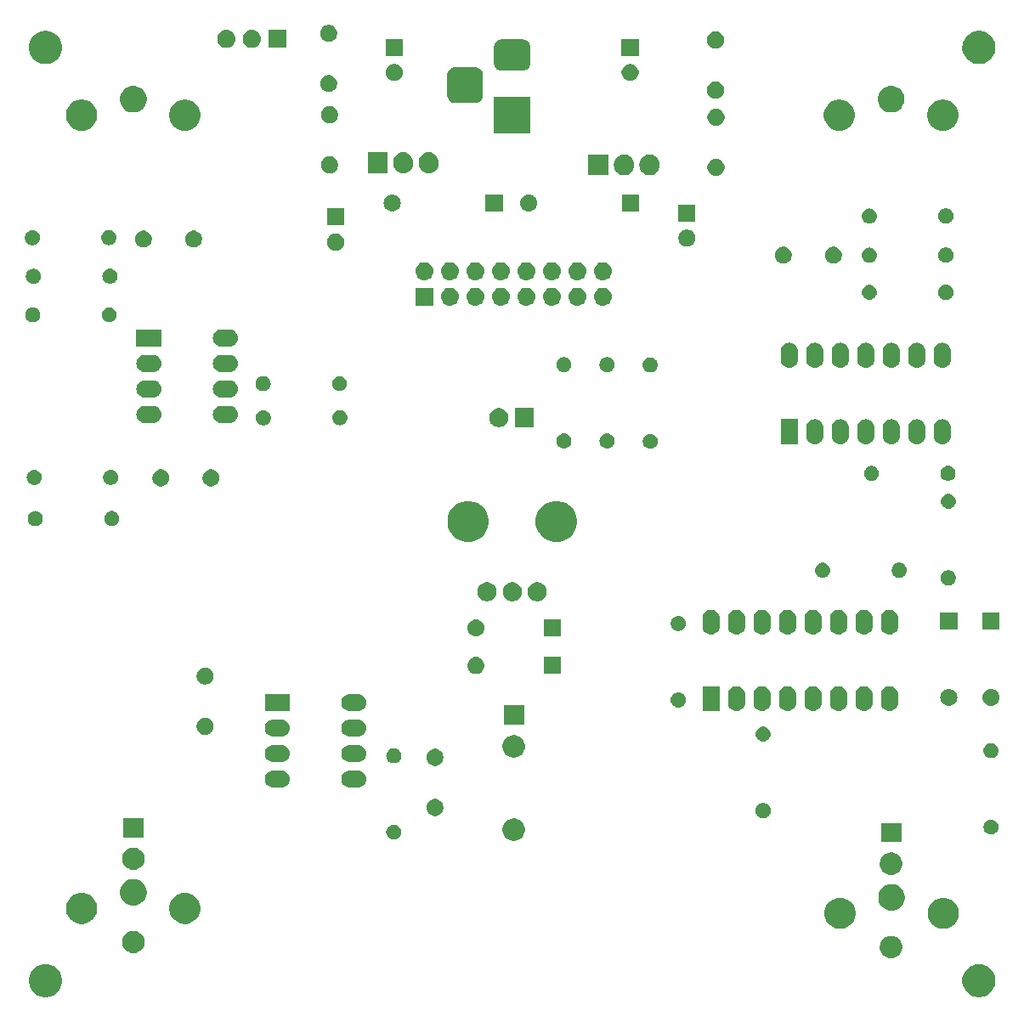
<source format=gbr>
G04 #@! TF.GenerationSoftware,KiCad,Pcbnew,(5.1.4-0-10_14)*
G04 #@! TF.CreationDate,2020-06-13T19:10:01+02:00*
G04 #@! TF.ProjectId,Sync-Ope-proto,53796e63-2d4f-4706-952d-70726f746f2e,0.2*
G04 #@! TF.SameCoordinates,Original*
G04 #@! TF.FileFunction,Soldermask,Bot*
G04 #@! TF.FilePolarity,Negative*
%FSLAX46Y46*%
G04 Gerber Fmt 4.6, Leading zero omitted, Abs format (unit mm)*
G04 Created by KiCad (PCBNEW (5.1.4-0-10_14)) date 2020-06-13 19:10:01*
%MOMM*%
%LPD*%
G04 APERTURE LIST*
%ADD10C,0.100000*%
G04 APERTURE END LIST*
D10*
G36*
X196875256Y-144891298D02*
G01*
X196981579Y-144912447D01*
X197282042Y-145036903D01*
X197552451Y-145217585D01*
X197782415Y-145447549D01*
X197963097Y-145717958D01*
X198087553Y-146018421D01*
X198151000Y-146337391D01*
X198151000Y-146662609D01*
X198087553Y-146981579D01*
X197963097Y-147282042D01*
X197782415Y-147552451D01*
X197552451Y-147782415D01*
X197282042Y-147963097D01*
X196981579Y-148087553D01*
X196875256Y-148108702D01*
X196662611Y-148151000D01*
X196337389Y-148151000D01*
X196124744Y-148108702D01*
X196018421Y-148087553D01*
X195717958Y-147963097D01*
X195447549Y-147782415D01*
X195217585Y-147552451D01*
X195036903Y-147282042D01*
X194912447Y-146981579D01*
X194849000Y-146662609D01*
X194849000Y-146337391D01*
X194912447Y-146018421D01*
X195036903Y-145717958D01*
X195217585Y-145447549D01*
X195447549Y-145217585D01*
X195717958Y-145036903D01*
X196018421Y-144912447D01*
X196124744Y-144891298D01*
X196337389Y-144849000D01*
X196662611Y-144849000D01*
X196875256Y-144891298D01*
X196875256Y-144891298D01*
G37*
G36*
X103875256Y-144891298D02*
G01*
X103981579Y-144912447D01*
X104282042Y-145036903D01*
X104552451Y-145217585D01*
X104782415Y-145447549D01*
X104963097Y-145717958D01*
X105087553Y-146018421D01*
X105151000Y-146337391D01*
X105151000Y-146662609D01*
X105087553Y-146981579D01*
X104963097Y-147282042D01*
X104782415Y-147552451D01*
X104552451Y-147782415D01*
X104282042Y-147963097D01*
X103981579Y-148087553D01*
X103875256Y-148108702D01*
X103662611Y-148151000D01*
X103337389Y-148151000D01*
X103124744Y-148108702D01*
X103018421Y-148087553D01*
X102717958Y-147963097D01*
X102447549Y-147782415D01*
X102217585Y-147552451D01*
X102036903Y-147282042D01*
X101912447Y-146981579D01*
X101849000Y-146662609D01*
X101849000Y-146337391D01*
X101912447Y-146018421D01*
X102036903Y-145717958D01*
X102217585Y-145447549D01*
X102447549Y-145217585D01*
X102717958Y-145036903D01*
X103018421Y-144912447D01*
X103124744Y-144891298D01*
X103337389Y-144849000D01*
X103662611Y-144849000D01*
X103875256Y-144891298D01*
X103875256Y-144891298D01*
G37*
G36*
X188003655Y-142062591D02*
G01*
X188075525Y-142076887D01*
X188278624Y-142161013D01*
X188461409Y-142283146D01*
X188616854Y-142438591D01*
X188738987Y-142621376D01*
X188823113Y-142824475D01*
X188823113Y-142824476D01*
X188853159Y-142975524D01*
X188866000Y-143040084D01*
X188866000Y-143259916D01*
X188823113Y-143475525D01*
X188738987Y-143678624D01*
X188616854Y-143861409D01*
X188461409Y-144016854D01*
X188278624Y-144138987D01*
X188075525Y-144223113D01*
X188003655Y-144237409D01*
X187859918Y-144266000D01*
X187640082Y-144266000D01*
X187496345Y-144237409D01*
X187424475Y-144223113D01*
X187221376Y-144138987D01*
X187038591Y-144016854D01*
X186883146Y-143861409D01*
X186761013Y-143678624D01*
X186676887Y-143475525D01*
X186634000Y-143259916D01*
X186634000Y-143040084D01*
X186646842Y-142975524D01*
X186676887Y-142824476D01*
X186676887Y-142824475D01*
X186761013Y-142621376D01*
X186883146Y-142438591D01*
X187038591Y-142283146D01*
X187221376Y-142161013D01*
X187424475Y-142076887D01*
X187496345Y-142062591D01*
X187640082Y-142034000D01*
X187859918Y-142034000D01*
X188003655Y-142062591D01*
X188003655Y-142062591D01*
G37*
G36*
X112503655Y-141562591D02*
G01*
X112575525Y-141576887D01*
X112778624Y-141661013D01*
X112961409Y-141783146D01*
X113116854Y-141938591D01*
X113238987Y-142121376D01*
X113238987Y-142121377D01*
X113323113Y-142324476D01*
X113366000Y-142540082D01*
X113366000Y-142759918D01*
X113337409Y-142903655D01*
X113323113Y-142975525D01*
X113238987Y-143178624D01*
X113116854Y-143361409D01*
X112961409Y-143516854D01*
X112778624Y-143638987D01*
X112575525Y-143723113D01*
X112503655Y-143737409D01*
X112359918Y-143766000D01*
X112140082Y-143766000D01*
X111996345Y-143737409D01*
X111924475Y-143723113D01*
X111721376Y-143638987D01*
X111538591Y-143516854D01*
X111383146Y-143361409D01*
X111261013Y-143178624D01*
X111176887Y-142975525D01*
X111162591Y-142903655D01*
X111134000Y-142759918D01*
X111134000Y-142540082D01*
X111176887Y-142324476D01*
X111261013Y-142121377D01*
X111261013Y-142121376D01*
X111383146Y-141938591D01*
X111538591Y-141783146D01*
X111721376Y-141661013D01*
X111924475Y-141576887D01*
X111996345Y-141562591D01*
X112140082Y-141534000D01*
X112359918Y-141534000D01*
X112503655Y-141562591D01*
X112503655Y-141562591D01*
G37*
G36*
X193252585Y-138278802D02*
G01*
X193402410Y-138308604D01*
X193684674Y-138425521D01*
X193938705Y-138595259D01*
X194154741Y-138811295D01*
X194324479Y-139065326D01*
X194441396Y-139347590D01*
X194501000Y-139647240D01*
X194501000Y-139952760D01*
X194441396Y-140252410D01*
X194324479Y-140534674D01*
X194154741Y-140788705D01*
X193938705Y-141004741D01*
X193684674Y-141174479D01*
X193402410Y-141291396D01*
X193252585Y-141321198D01*
X193102761Y-141351000D01*
X192797239Y-141351000D01*
X192647415Y-141321198D01*
X192497590Y-141291396D01*
X192215326Y-141174479D01*
X191961295Y-141004741D01*
X191745259Y-140788705D01*
X191575521Y-140534674D01*
X191458604Y-140252410D01*
X191399000Y-139952760D01*
X191399000Y-139647240D01*
X191458604Y-139347590D01*
X191575521Y-139065326D01*
X191745259Y-138811295D01*
X191961295Y-138595259D01*
X192215326Y-138425521D01*
X192497590Y-138308604D01*
X192647415Y-138278802D01*
X192797239Y-138249000D01*
X193102761Y-138249000D01*
X193252585Y-138278802D01*
X193252585Y-138278802D01*
G37*
G36*
X182952585Y-138278802D02*
G01*
X183102410Y-138308604D01*
X183384674Y-138425521D01*
X183638705Y-138595259D01*
X183854741Y-138811295D01*
X184024479Y-139065326D01*
X184141396Y-139347590D01*
X184201000Y-139647240D01*
X184201000Y-139952760D01*
X184141396Y-140252410D01*
X184024479Y-140534674D01*
X183854741Y-140788705D01*
X183638705Y-141004741D01*
X183384674Y-141174479D01*
X183102410Y-141291396D01*
X182952585Y-141321198D01*
X182802761Y-141351000D01*
X182497239Y-141351000D01*
X182347415Y-141321198D01*
X182197590Y-141291396D01*
X181915326Y-141174479D01*
X181661295Y-141004741D01*
X181445259Y-140788705D01*
X181275521Y-140534674D01*
X181158604Y-140252410D01*
X181099000Y-139952760D01*
X181099000Y-139647240D01*
X181158604Y-139347590D01*
X181275521Y-139065326D01*
X181445259Y-138811295D01*
X181661295Y-138595259D01*
X181915326Y-138425521D01*
X182197590Y-138308604D01*
X182347415Y-138278802D01*
X182497239Y-138249000D01*
X182802761Y-138249000D01*
X182952585Y-138278802D01*
X182952585Y-138278802D01*
G37*
G36*
X117702585Y-137778802D02*
G01*
X117852410Y-137808604D01*
X118134674Y-137925521D01*
X118388705Y-138095259D01*
X118604741Y-138311295D01*
X118774479Y-138565326D01*
X118891396Y-138847590D01*
X118951000Y-139147240D01*
X118951000Y-139452760D01*
X118891396Y-139752410D01*
X118774479Y-140034674D01*
X118604741Y-140288705D01*
X118388705Y-140504741D01*
X118134674Y-140674479D01*
X117852410Y-140791396D01*
X117702585Y-140821198D01*
X117552761Y-140851000D01*
X117247239Y-140851000D01*
X117097415Y-140821198D01*
X116947590Y-140791396D01*
X116665326Y-140674479D01*
X116411295Y-140504741D01*
X116195259Y-140288705D01*
X116025521Y-140034674D01*
X115908604Y-139752410D01*
X115849000Y-139452760D01*
X115849000Y-139147240D01*
X115908604Y-138847590D01*
X116025521Y-138565326D01*
X116195259Y-138311295D01*
X116411295Y-138095259D01*
X116665326Y-137925521D01*
X116947590Y-137808604D01*
X117097415Y-137778802D01*
X117247239Y-137749000D01*
X117552761Y-137749000D01*
X117702585Y-137778802D01*
X117702585Y-137778802D01*
G37*
G36*
X107402585Y-137778802D02*
G01*
X107552410Y-137808604D01*
X107834674Y-137925521D01*
X108088705Y-138095259D01*
X108304741Y-138311295D01*
X108474479Y-138565326D01*
X108591396Y-138847590D01*
X108651000Y-139147240D01*
X108651000Y-139452760D01*
X108591396Y-139752410D01*
X108474479Y-140034674D01*
X108304741Y-140288705D01*
X108088705Y-140504741D01*
X107834674Y-140674479D01*
X107552410Y-140791396D01*
X107402585Y-140821198D01*
X107252761Y-140851000D01*
X106947239Y-140851000D01*
X106797415Y-140821198D01*
X106647590Y-140791396D01*
X106365326Y-140674479D01*
X106111295Y-140504741D01*
X105895259Y-140288705D01*
X105725521Y-140034674D01*
X105608604Y-139752410D01*
X105549000Y-139452760D01*
X105549000Y-139147240D01*
X105608604Y-138847590D01*
X105725521Y-138565326D01*
X105895259Y-138311295D01*
X106111295Y-138095259D01*
X106365326Y-137925521D01*
X106647590Y-137808604D01*
X106797415Y-137778802D01*
X106947239Y-137749000D01*
X107252761Y-137749000D01*
X107402585Y-137778802D01*
X107402585Y-137778802D01*
G37*
G36*
X188058690Y-136899479D02*
G01*
X188186780Y-136924957D01*
X188428097Y-137024914D01*
X188645276Y-137170029D01*
X188829971Y-137354724D01*
X188975086Y-137571903D01*
X189075043Y-137813220D01*
X189126000Y-138069400D01*
X189126000Y-138330600D01*
X189075043Y-138586780D01*
X189071530Y-138595260D01*
X188975087Y-138828095D01*
X188876900Y-138975043D01*
X188829971Y-139045276D01*
X188645276Y-139229971D01*
X188428097Y-139375086D01*
X188186780Y-139475043D01*
X188058690Y-139500521D01*
X187930601Y-139526000D01*
X187669399Y-139526000D01*
X187541310Y-139500521D01*
X187413220Y-139475043D01*
X187171903Y-139375086D01*
X186954724Y-139229971D01*
X186770029Y-139045276D01*
X186723101Y-138975043D01*
X186624913Y-138828095D01*
X186528470Y-138595260D01*
X186524957Y-138586780D01*
X186474000Y-138330600D01*
X186474000Y-138069400D01*
X186524957Y-137813220D01*
X186624914Y-137571903D01*
X186770029Y-137354724D01*
X186954724Y-137170029D01*
X187171903Y-137024914D01*
X187413220Y-136924957D01*
X187541310Y-136899479D01*
X187669399Y-136874000D01*
X187930601Y-136874000D01*
X188058690Y-136899479D01*
X188058690Y-136899479D01*
G37*
G36*
X112508690Y-136399479D02*
G01*
X112636780Y-136424957D01*
X112878097Y-136524914D01*
X112987424Y-136597964D01*
X113095275Y-136670028D01*
X113279972Y-136854725D01*
X113352036Y-136962576D01*
X113425086Y-137071903D01*
X113525043Y-137313220D01*
X113576000Y-137569400D01*
X113576000Y-137830600D01*
X113525043Y-138086780D01*
X113425086Y-138328097D01*
X113279971Y-138545276D01*
X113095276Y-138729971D01*
X112878097Y-138875086D01*
X112636780Y-138975043D01*
X112508690Y-139000522D01*
X112380601Y-139026000D01*
X112119399Y-139026000D01*
X111991310Y-139000522D01*
X111863220Y-138975043D01*
X111621903Y-138875086D01*
X111404724Y-138729971D01*
X111220029Y-138545276D01*
X111074914Y-138328097D01*
X110974957Y-138086780D01*
X110924000Y-137830600D01*
X110924000Y-137569400D01*
X110974957Y-137313220D01*
X111074914Y-137071903D01*
X111147964Y-136962576D01*
X111220028Y-136854725D01*
X111404725Y-136670028D01*
X111512576Y-136597964D01*
X111621903Y-136524914D01*
X111863220Y-136424957D01*
X111991310Y-136399479D01*
X112119399Y-136374000D01*
X112380601Y-136374000D01*
X112508690Y-136399479D01*
X112508690Y-136399479D01*
G37*
G36*
X188003655Y-133762591D02*
G01*
X188075525Y-133776887D01*
X188278624Y-133861013D01*
X188461409Y-133983146D01*
X188616854Y-134138591D01*
X188738987Y-134321376D01*
X188823113Y-134524475D01*
X188823113Y-134524476D01*
X188853159Y-134675524D01*
X188866000Y-134740084D01*
X188866000Y-134959916D01*
X188823113Y-135175525D01*
X188738987Y-135378624D01*
X188616854Y-135561409D01*
X188461409Y-135716854D01*
X188278624Y-135838987D01*
X188075525Y-135923113D01*
X188003655Y-135937409D01*
X187859918Y-135966000D01*
X187640082Y-135966000D01*
X187496345Y-135937409D01*
X187424475Y-135923113D01*
X187221376Y-135838987D01*
X187038591Y-135716854D01*
X186883146Y-135561409D01*
X186761013Y-135378624D01*
X186676887Y-135175525D01*
X186634000Y-134959916D01*
X186634000Y-134740084D01*
X186646842Y-134675524D01*
X186676887Y-134524476D01*
X186676887Y-134524475D01*
X186761013Y-134321376D01*
X186883146Y-134138591D01*
X187038591Y-133983146D01*
X187221376Y-133861013D01*
X187424475Y-133776887D01*
X187496345Y-133762591D01*
X187640082Y-133734000D01*
X187859918Y-133734000D01*
X188003655Y-133762591D01*
X188003655Y-133762591D01*
G37*
G36*
X112503655Y-133262591D02*
G01*
X112575525Y-133276887D01*
X112778624Y-133361013D01*
X112961409Y-133483146D01*
X113116854Y-133638591D01*
X113238987Y-133821376D01*
X113238987Y-133821377D01*
X113323113Y-134024476D01*
X113366000Y-134240082D01*
X113366000Y-134459918D01*
X113337409Y-134603655D01*
X113323113Y-134675525D01*
X113238987Y-134878624D01*
X113116854Y-135061409D01*
X112961409Y-135216854D01*
X112778624Y-135338987D01*
X112575525Y-135423113D01*
X112503655Y-135437409D01*
X112359918Y-135466000D01*
X112140082Y-135466000D01*
X111996345Y-135437409D01*
X111924475Y-135423113D01*
X111721376Y-135338987D01*
X111538591Y-135216854D01*
X111383146Y-135061409D01*
X111261013Y-134878624D01*
X111176887Y-134675525D01*
X111162591Y-134603655D01*
X111134000Y-134459918D01*
X111134000Y-134240082D01*
X111176887Y-134024476D01*
X111261013Y-133821377D01*
X111261013Y-133821376D01*
X111383146Y-133638591D01*
X111538591Y-133483146D01*
X111721376Y-133361013D01*
X111924475Y-133276887D01*
X111996345Y-133262591D01*
X112140082Y-133234000D01*
X112359918Y-133234000D01*
X112503655Y-133262591D01*
X112503655Y-133262591D01*
G37*
G36*
X188766000Y-132716000D02*
G01*
X186734000Y-132716000D01*
X186734000Y-130784000D01*
X188766000Y-130784000D01*
X188766000Y-132716000D01*
X188766000Y-132716000D01*
G37*
G36*
X150403655Y-130362591D02*
G01*
X150475525Y-130376887D01*
X150678624Y-130461013D01*
X150861409Y-130583146D01*
X151016854Y-130738591D01*
X151138987Y-130921376D01*
X151223113Y-131124475D01*
X151266000Y-131340084D01*
X151266000Y-131559916D01*
X151223113Y-131775525D01*
X151138987Y-131978624D01*
X151016854Y-132161409D01*
X150861409Y-132316854D01*
X150678624Y-132438987D01*
X150475525Y-132523113D01*
X150403655Y-132537409D01*
X150259918Y-132566000D01*
X150040082Y-132566000D01*
X149896345Y-132537409D01*
X149824475Y-132523113D01*
X149621376Y-132438987D01*
X149438591Y-132316854D01*
X149283146Y-132161409D01*
X149161013Y-131978624D01*
X149076887Y-131775525D01*
X149034000Y-131559916D01*
X149034000Y-131340084D01*
X149076887Y-131124475D01*
X149161013Y-130921376D01*
X149283146Y-130738591D01*
X149438591Y-130583146D01*
X149621376Y-130461013D01*
X149824475Y-130376887D01*
X149896345Y-130362591D01*
X150040082Y-130334000D01*
X150259918Y-130334000D01*
X150403655Y-130362591D01*
X150403655Y-130362591D01*
G37*
G36*
X138419059Y-130977860D02*
G01*
X138555732Y-131034472D01*
X138678735Y-131116660D01*
X138783340Y-131221265D01*
X138783341Y-131221267D01*
X138865529Y-131344270D01*
X138922140Y-131480941D01*
X138951000Y-131626032D01*
X138951000Y-131773968D01*
X138932788Y-131865528D01*
X138922140Y-131919059D01*
X138865528Y-132055732D01*
X138783340Y-132178735D01*
X138678735Y-132283340D01*
X138555732Y-132365528D01*
X138555731Y-132365529D01*
X138555730Y-132365529D01*
X138419059Y-132422140D01*
X138273968Y-132451000D01*
X138126032Y-132451000D01*
X137980941Y-132422140D01*
X137844270Y-132365529D01*
X137844269Y-132365529D01*
X137844268Y-132365528D01*
X137721265Y-132283340D01*
X137616660Y-132178735D01*
X137534472Y-132055732D01*
X137477860Y-131919059D01*
X137467212Y-131865528D01*
X137449000Y-131773968D01*
X137449000Y-131626032D01*
X137477860Y-131480941D01*
X137534471Y-131344270D01*
X137616659Y-131221267D01*
X137616660Y-131221265D01*
X137721265Y-131116660D01*
X137844268Y-131034472D01*
X137980941Y-130977860D01*
X138126032Y-130949000D01*
X138273968Y-130949000D01*
X138419059Y-130977860D01*
X138419059Y-130977860D01*
G37*
G36*
X113266000Y-132216000D02*
G01*
X111234000Y-132216000D01*
X111234000Y-130284000D01*
X113266000Y-130284000D01*
X113266000Y-132216000D01*
X113266000Y-132216000D01*
G37*
G36*
X197834362Y-130461013D02*
G01*
X197919059Y-130477860D01*
X198055732Y-130534472D01*
X198178735Y-130616660D01*
X198283340Y-130721265D01*
X198325258Y-130784000D01*
X198365529Y-130844270D01*
X198422140Y-130980941D01*
X198449136Y-131116659D01*
X198451000Y-131126033D01*
X198451000Y-131273967D01*
X198422140Y-131419059D01*
X198365528Y-131555732D01*
X198283340Y-131678735D01*
X198178735Y-131783340D01*
X198055732Y-131865528D01*
X198055731Y-131865529D01*
X198055730Y-131865529D01*
X197919059Y-131922140D01*
X197773968Y-131951000D01*
X197626032Y-131951000D01*
X197480941Y-131922140D01*
X197344270Y-131865529D01*
X197344269Y-131865529D01*
X197344268Y-131865528D01*
X197221265Y-131783340D01*
X197116660Y-131678735D01*
X197034472Y-131555732D01*
X196977860Y-131419059D01*
X196949000Y-131273967D01*
X196949000Y-131126033D01*
X196950865Y-131116659D01*
X196977860Y-130980941D01*
X197034471Y-130844270D01*
X197074742Y-130784000D01*
X197116660Y-130721265D01*
X197221265Y-130616660D01*
X197344268Y-130534472D01*
X197480941Y-130477860D01*
X197565638Y-130461013D01*
X197626032Y-130449000D01*
X197773968Y-130449000D01*
X197834362Y-130461013D01*
X197834362Y-130461013D01*
G37*
G36*
X175219059Y-128827860D02*
G01*
X175265026Y-128846900D01*
X175355732Y-128884472D01*
X175478735Y-128966660D01*
X175583340Y-129071265D01*
X175665528Y-129194268D01*
X175722140Y-129330941D01*
X175751000Y-129476033D01*
X175751000Y-129623967D01*
X175722140Y-129769059D01*
X175665528Y-129905732D01*
X175583340Y-130028735D01*
X175478735Y-130133340D01*
X175355732Y-130215528D01*
X175355731Y-130215529D01*
X175355730Y-130215529D01*
X175219059Y-130272140D01*
X175073968Y-130301000D01*
X174926032Y-130301000D01*
X174780941Y-130272140D01*
X174644270Y-130215529D01*
X174644269Y-130215529D01*
X174644268Y-130215528D01*
X174521265Y-130133340D01*
X174416660Y-130028735D01*
X174334472Y-129905732D01*
X174277860Y-129769059D01*
X174249000Y-129623967D01*
X174249000Y-129476033D01*
X174277860Y-129330941D01*
X174334472Y-129194268D01*
X174416660Y-129071265D01*
X174521265Y-128966660D01*
X174644268Y-128884472D01*
X174734975Y-128846900D01*
X174780941Y-128827860D01*
X174926032Y-128799000D01*
X175073968Y-128799000D01*
X175219059Y-128827860D01*
X175219059Y-128827860D01*
G37*
G36*
X142548228Y-128431703D02*
G01*
X142703100Y-128495853D01*
X142842481Y-128588985D01*
X142961015Y-128707519D01*
X143054147Y-128846900D01*
X143118297Y-129001772D01*
X143151000Y-129166184D01*
X143151000Y-129333816D01*
X143118297Y-129498228D01*
X143054147Y-129653100D01*
X142961015Y-129792481D01*
X142842481Y-129911015D01*
X142703100Y-130004147D01*
X142548228Y-130068297D01*
X142383816Y-130101000D01*
X142216184Y-130101000D01*
X142051772Y-130068297D01*
X141896900Y-130004147D01*
X141757519Y-129911015D01*
X141638985Y-129792481D01*
X141545853Y-129653100D01*
X141481703Y-129498228D01*
X141449000Y-129333816D01*
X141449000Y-129166184D01*
X141481703Y-129001772D01*
X141545853Y-128846900D01*
X141638985Y-128707519D01*
X141757519Y-128588985D01*
X141896900Y-128495853D01*
X142051772Y-128431703D01*
X142216184Y-128399000D01*
X142383816Y-128399000D01*
X142548228Y-128431703D01*
X142548228Y-128431703D01*
G37*
G36*
X127166823Y-125581313D02*
G01*
X127327242Y-125629976D01*
X127459906Y-125700886D01*
X127475078Y-125708996D01*
X127604659Y-125815341D01*
X127711004Y-125944922D01*
X127711005Y-125944924D01*
X127790024Y-126092758D01*
X127838687Y-126253177D01*
X127855117Y-126420000D01*
X127838687Y-126586823D01*
X127790024Y-126747242D01*
X127719114Y-126879906D01*
X127711004Y-126895078D01*
X127604659Y-127024659D01*
X127475078Y-127131004D01*
X127475076Y-127131005D01*
X127327242Y-127210024D01*
X127166823Y-127258687D01*
X127041804Y-127271000D01*
X126158196Y-127271000D01*
X126033177Y-127258687D01*
X125872758Y-127210024D01*
X125724924Y-127131005D01*
X125724922Y-127131004D01*
X125595341Y-127024659D01*
X125488996Y-126895078D01*
X125480886Y-126879906D01*
X125409976Y-126747242D01*
X125361313Y-126586823D01*
X125344883Y-126420000D01*
X125361313Y-126253177D01*
X125409976Y-126092758D01*
X125488995Y-125944924D01*
X125488996Y-125944922D01*
X125595341Y-125815341D01*
X125724922Y-125708996D01*
X125740094Y-125700886D01*
X125872758Y-125629976D01*
X126033177Y-125581313D01*
X126158196Y-125569000D01*
X127041804Y-125569000D01*
X127166823Y-125581313D01*
X127166823Y-125581313D01*
G37*
G36*
X134786823Y-125581313D02*
G01*
X134947242Y-125629976D01*
X135079906Y-125700886D01*
X135095078Y-125708996D01*
X135224659Y-125815341D01*
X135331004Y-125944922D01*
X135331005Y-125944924D01*
X135410024Y-126092758D01*
X135458687Y-126253177D01*
X135475117Y-126420000D01*
X135458687Y-126586823D01*
X135410024Y-126747242D01*
X135339114Y-126879906D01*
X135331004Y-126895078D01*
X135224659Y-127024659D01*
X135095078Y-127131004D01*
X135095076Y-127131005D01*
X134947242Y-127210024D01*
X134786823Y-127258687D01*
X134661804Y-127271000D01*
X133778196Y-127271000D01*
X133653177Y-127258687D01*
X133492758Y-127210024D01*
X133344924Y-127131005D01*
X133344922Y-127131004D01*
X133215341Y-127024659D01*
X133108996Y-126895078D01*
X133100886Y-126879906D01*
X133029976Y-126747242D01*
X132981313Y-126586823D01*
X132964883Y-126420000D01*
X132981313Y-126253177D01*
X133029976Y-126092758D01*
X133108995Y-125944924D01*
X133108996Y-125944922D01*
X133215341Y-125815341D01*
X133344922Y-125708996D01*
X133360094Y-125700886D01*
X133492758Y-125629976D01*
X133653177Y-125581313D01*
X133778196Y-125569000D01*
X134661804Y-125569000D01*
X134786823Y-125581313D01*
X134786823Y-125581313D01*
G37*
G36*
X142548228Y-123431703D02*
G01*
X142703100Y-123495853D01*
X142842481Y-123588985D01*
X142961015Y-123707519D01*
X143054147Y-123846900D01*
X143118297Y-124001772D01*
X143151000Y-124166184D01*
X143151000Y-124333816D01*
X143118297Y-124498228D01*
X143054147Y-124653100D01*
X142961015Y-124792481D01*
X142842481Y-124911015D01*
X142703100Y-125004147D01*
X142548228Y-125068297D01*
X142383816Y-125101000D01*
X142216184Y-125101000D01*
X142051772Y-125068297D01*
X141896900Y-125004147D01*
X141757519Y-124911015D01*
X141638985Y-124792481D01*
X141545853Y-124653100D01*
X141481703Y-124498228D01*
X141449000Y-124333816D01*
X141449000Y-124166184D01*
X141481703Y-124001772D01*
X141545853Y-123846900D01*
X141638985Y-123707519D01*
X141757519Y-123588985D01*
X141896900Y-123495853D01*
X142051772Y-123431703D01*
X142216184Y-123399000D01*
X142383816Y-123399000D01*
X142548228Y-123431703D01*
X142548228Y-123431703D01*
G37*
G36*
X138273665Y-123332622D02*
G01*
X138347222Y-123339867D01*
X138488786Y-123382810D01*
X138619252Y-123452546D01*
X138647251Y-123475524D01*
X138733607Y-123546393D01*
X138768560Y-123588985D01*
X138827454Y-123660748D01*
X138897190Y-123791214D01*
X138940133Y-123932778D01*
X138954633Y-124080000D01*
X138940133Y-124227222D01*
X138897190Y-124368786D01*
X138827454Y-124499252D01*
X138803008Y-124529040D01*
X138733607Y-124613607D01*
X138649040Y-124683008D01*
X138619252Y-124707454D01*
X138488786Y-124777190D01*
X138347222Y-124820133D01*
X138273665Y-124827378D01*
X138236888Y-124831000D01*
X138163112Y-124831000D01*
X138126335Y-124827378D01*
X138052778Y-124820133D01*
X137911214Y-124777190D01*
X137780748Y-124707454D01*
X137750960Y-124683008D01*
X137666393Y-124613607D01*
X137596992Y-124529040D01*
X137572546Y-124499252D01*
X137502810Y-124368786D01*
X137459867Y-124227222D01*
X137445367Y-124080000D01*
X137459867Y-123932778D01*
X137502810Y-123791214D01*
X137572546Y-123660748D01*
X137631440Y-123588985D01*
X137666393Y-123546393D01*
X137752749Y-123475524D01*
X137780748Y-123452546D01*
X137911214Y-123382810D01*
X138052778Y-123339867D01*
X138126335Y-123332622D01*
X138163112Y-123329000D01*
X138236888Y-123329000D01*
X138273665Y-123332622D01*
X138273665Y-123332622D01*
G37*
G36*
X134786823Y-123041313D02*
G01*
X134947242Y-123089976D01*
X135079647Y-123160748D01*
X135095078Y-123168996D01*
X135224659Y-123275341D01*
X135331004Y-123404922D01*
X135331005Y-123404924D01*
X135410024Y-123552758D01*
X135458687Y-123713177D01*
X135475117Y-123880000D01*
X135458687Y-124046823D01*
X135410024Y-124207242D01*
X135372636Y-124277190D01*
X135331004Y-124355078D01*
X135224659Y-124484659D01*
X135095078Y-124591004D01*
X135095076Y-124591005D01*
X134947242Y-124670024D01*
X134786823Y-124718687D01*
X134661804Y-124731000D01*
X133778196Y-124731000D01*
X133653177Y-124718687D01*
X133492758Y-124670024D01*
X133344924Y-124591005D01*
X133344922Y-124591004D01*
X133215341Y-124484659D01*
X133108996Y-124355078D01*
X133067364Y-124277190D01*
X133029976Y-124207242D01*
X132981313Y-124046823D01*
X132964883Y-123880000D01*
X132981313Y-123713177D01*
X133029976Y-123552758D01*
X133108995Y-123404924D01*
X133108996Y-123404922D01*
X133215341Y-123275341D01*
X133344922Y-123168996D01*
X133360353Y-123160748D01*
X133492758Y-123089976D01*
X133653177Y-123041313D01*
X133778196Y-123029000D01*
X134661804Y-123029000D01*
X134786823Y-123041313D01*
X134786823Y-123041313D01*
G37*
G36*
X127166823Y-123041313D02*
G01*
X127327242Y-123089976D01*
X127459647Y-123160748D01*
X127475078Y-123168996D01*
X127604659Y-123275341D01*
X127711004Y-123404922D01*
X127711005Y-123404924D01*
X127790024Y-123552758D01*
X127838687Y-123713177D01*
X127855117Y-123880000D01*
X127838687Y-124046823D01*
X127790024Y-124207242D01*
X127752636Y-124277190D01*
X127711004Y-124355078D01*
X127604659Y-124484659D01*
X127475078Y-124591004D01*
X127475076Y-124591005D01*
X127327242Y-124670024D01*
X127166823Y-124718687D01*
X127041804Y-124731000D01*
X126158196Y-124731000D01*
X126033177Y-124718687D01*
X125872758Y-124670024D01*
X125724924Y-124591005D01*
X125724922Y-124591004D01*
X125595341Y-124484659D01*
X125488996Y-124355078D01*
X125447364Y-124277190D01*
X125409976Y-124207242D01*
X125361313Y-124046823D01*
X125344883Y-123880000D01*
X125361313Y-123713177D01*
X125409976Y-123552758D01*
X125488995Y-123404924D01*
X125488996Y-123404922D01*
X125595341Y-123275341D01*
X125724922Y-123168996D01*
X125740353Y-123160748D01*
X125872758Y-123089976D01*
X126033177Y-123041313D01*
X126158196Y-123029000D01*
X127041804Y-123029000D01*
X127166823Y-123041313D01*
X127166823Y-123041313D01*
G37*
G36*
X197773665Y-122832622D02*
G01*
X197847222Y-122839867D01*
X197988786Y-122882810D01*
X198119252Y-122952546D01*
X198149040Y-122976992D01*
X198233607Y-123046393D01*
X198303008Y-123130960D01*
X198327454Y-123160748D01*
X198397190Y-123291214D01*
X198440133Y-123432778D01*
X198454633Y-123580000D01*
X198440133Y-123727222D01*
X198397190Y-123868786D01*
X198327454Y-123999252D01*
X198313008Y-124016854D01*
X198233607Y-124113607D01*
X198149040Y-124183008D01*
X198119252Y-124207454D01*
X197988786Y-124277190D01*
X197847222Y-124320133D01*
X197773665Y-124327378D01*
X197736888Y-124331000D01*
X197663112Y-124331000D01*
X197626335Y-124327378D01*
X197552778Y-124320133D01*
X197411214Y-124277190D01*
X197280748Y-124207454D01*
X197250960Y-124183008D01*
X197166393Y-124113607D01*
X197086992Y-124016854D01*
X197072546Y-123999252D01*
X197002810Y-123868786D01*
X196959867Y-123727222D01*
X196945367Y-123580000D01*
X196959867Y-123432778D01*
X197002810Y-123291214D01*
X197072546Y-123160748D01*
X197096992Y-123130960D01*
X197166393Y-123046393D01*
X197250960Y-122976992D01*
X197280748Y-122952546D01*
X197411214Y-122882810D01*
X197552778Y-122839867D01*
X197626335Y-122832622D01*
X197663112Y-122829000D01*
X197736888Y-122829000D01*
X197773665Y-122832622D01*
X197773665Y-122832622D01*
G37*
G36*
X150403655Y-122062591D02*
G01*
X150475525Y-122076887D01*
X150678624Y-122161013D01*
X150861409Y-122283146D01*
X151016854Y-122438591D01*
X151138987Y-122621376D01*
X151223113Y-122824475D01*
X151234716Y-122882810D01*
X151266000Y-123040082D01*
X151266000Y-123259918D01*
X151250097Y-123339867D01*
X151223113Y-123475525D01*
X151138987Y-123678624D01*
X151016854Y-123861409D01*
X150861409Y-124016854D01*
X150678624Y-124138987D01*
X150475525Y-124223113D01*
X150403655Y-124237409D01*
X150259918Y-124266000D01*
X150040082Y-124266000D01*
X149896345Y-124237409D01*
X149824475Y-124223113D01*
X149621376Y-124138987D01*
X149438591Y-124016854D01*
X149283146Y-123861409D01*
X149161013Y-123678624D01*
X149076887Y-123475525D01*
X149049903Y-123339867D01*
X149034000Y-123259918D01*
X149034000Y-123040082D01*
X149065284Y-122882810D01*
X149076887Y-122824475D01*
X149161013Y-122621376D01*
X149283146Y-122438591D01*
X149438591Y-122283146D01*
X149621376Y-122161013D01*
X149824475Y-122076887D01*
X149896345Y-122062591D01*
X150040082Y-122034000D01*
X150259918Y-122034000D01*
X150403655Y-122062591D01*
X150403655Y-122062591D01*
G37*
G36*
X175073665Y-121182622D02*
G01*
X175147222Y-121189867D01*
X175288786Y-121232810D01*
X175419252Y-121302546D01*
X175449040Y-121326992D01*
X175533607Y-121396393D01*
X175603008Y-121480960D01*
X175627454Y-121510748D01*
X175697190Y-121641214D01*
X175740133Y-121782778D01*
X175754633Y-121930000D01*
X175740133Y-122077222D01*
X175697190Y-122218786D01*
X175627454Y-122349252D01*
X175603008Y-122379040D01*
X175533607Y-122463607D01*
X175449040Y-122533008D01*
X175419252Y-122557454D01*
X175288786Y-122627190D01*
X175147222Y-122670133D01*
X175073665Y-122677378D01*
X175036888Y-122681000D01*
X174963112Y-122681000D01*
X174926335Y-122677378D01*
X174852778Y-122670133D01*
X174711214Y-122627190D01*
X174580748Y-122557454D01*
X174550960Y-122533008D01*
X174466393Y-122463607D01*
X174396992Y-122379040D01*
X174372546Y-122349252D01*
X174302810Y-122218786D01*
X174259867Y-122077222D01*
X174245367Y-121930000D01*
X174259867Y-121782778D01*
X174302810Y-121641214D01*
X174372546Y-121510748D01*
X174396992Y-121480960D01*
X174466393Y-121396393D01*
X174550960Y-121326992D01*
X174580748Y-121302546D01*
X174711214Y-121232810D01*
X174852778Y-121189867D01*
X174926335Y-121182622D01*
X174963112Y-121179000D01*
X175036888Y-121179000D01*
X175073665Y-121182622D01*
X175073665Y-121182622D01*
G37*
G36*
X134786823Y-120501313D02*
G01*
X134947242Y-120549976D01*
X135054897Y-120607519D01*
X135095078Y-120628996D01*
X135224659Y-120735341D01*
X135331004Y-120864922D01*
X135331005Y-120864924D01*
X135410024Y-121012758D01*
X135410025Y-121012761D01*
X135419083Y-121042620D01*
X135458687Y-121173177D01*
X135475117Y-121340000D01*
X135458687Y-121506823D01*
X135410024Y-121667242D01*
X135396534Y-121692480D01*
X135331004Y-121815078D01*
X135224659Y-121944659D01*
X135095078Y-122051004D01*
X135095076Y-122051005D01*
X134947242Y-122130024D01*
X134786823Y-122178687D01*
X134661804Y-122191000D01*
X133778196Y-122191000D01*
X133653177Y-122178687D01*
X133492758Y-122130024D01*
X133344924Y-122051005D01*
X133344922Y-122051004D01*
X133215341Y-121944659D01*
X133108996Y-121815078D01*
X133043466Y-121692480D01*
X133029976Y-121667242D01*
X132981313Y-121506823D01*
X132964883Y-121340000D01*
X132981313Y-121173177D01*
X133020917Y-121042620D01*
X133029975Y-121012761D01*
X133029976Y-121012758D01*
X133108995Y-120864924D01*
X133108996Y-120864922D01*
X133215341Y-120735341D01*
X133344922Y-120628996D01*
X133385103Y-120607519D01*
X133492758Y-120549976D01*
X133653177Y-120501313D01*
X133778196Y-120489000D01*
X134661804Y-120489000D01*
X134786823Y-120501313D01*
X134786823Y-120501313D01*
G37*
G36*
X127166823Y-120501313D02*
G01*
X127327242Y-120549976D01*
X127434897Y-120607519D01*
X127475078Y-120628996D01*
X127604659Y-120735341D01*
X127711004Y-120864922D01*
X127711005Y-120864924D01*
X127790024Y-121012758D01*
X127790025Y-121012761D01*
X127799083Y-121042620D01*
X127838687Y-121173177D01*
X127855117Y-121340000D01*
X127838687Y-121506823D01*
X127790024Y-121667242D01*
X127776534Y-121692480D01*
X127711004Y-121815078D01*
X127604659Y-121944659D01*
X127475078Y-122051004D01*
X127475076Y-122051005D01*
X127327242Y-122130024D01*
X127166823Y-122178687D01*
X127041804Y-122191000D01*
X126158196Y-122191000D01*
X126033177Y-122178687D01*
X125872758Y-122130024D01*
X125724924Y-122051005D01*
X125724922Y-122051004D01*
X125595341Y-121944659D01*
X125488996Y-121815078D01*
X125423466Y-121692480D01*
X125409976Y-121667242D01*
X125361313Y-121506823D01*
X125344883Y-121340000D01*
X125361313Y-121173177D01*
X125400917Y-121042620D01*
X125409975Y-121012761D01*
X125409976Y-121012758D01*
X125488995Y-120864924D01*
X125488996Y-120864922D01*
X125595341Y-120735341D01*
X125724922Y-120628996D01*
X125765103Y-120607519D01*
X125872758Y-120549976D01*
X126033177Y-120501313D01*
X126158196Y-120489000D01*
X127041804Y-120489000D01*
X127166823Y-120501313D01*
X127166823Y-120501313D01*
G37*
G36*
X119648228Y-120331703D02*
G01*
X119803100Y-120395853D01*
X119942481Y-120488985D01*
X120061015Y-120607519D01*
X120154147Y-120746900D01*
X120218297Y-120901772D01*
X120251000Y-121066184D01*
X120251000Y-121233816D01*
X120218297Y-121398228D01*
X120154147Y-121553100D01*
X120061015Y-121692481D01*
X119942481Y-121811015D01*
X119803100Y-121904147D01*
X119648228Y-121968297D01*
X119483816Y-122001000D01*
X119316184Y-122001000D01*
X119151772Y-121968297D01*
X118996900Y-121904147D01*
X118857519Y-121811015D01*
X118738985Y-121692481D01*
X118645853Y-121553100D01*
X118581703Y-121398228D01*
X118549000Y-121233816D01*
X118549000Y-121066184D01*
X118581703Y-120901772D01*
X118645853Y-120746900D01*
X118738985Y-120607519D01*
X118857519Y-120488985D01*
X118996900Y-120395853D01*
X119151772Y-120331703D01*
X119316184Y-120299000D01*
X119483816Y-120299000D01*
X119648228Y-120331703D01*
X119648228Y-120331703D01*
G37*
G36*
X151166000Y-121016000D02*
G01*
X149134000Y-121016000D01*
X149134000Y-119084000D01*
X151166000Y-119084000D01*
X151166000Y-121016000D01*
X151166000Y-121016000D01*
G37*
G36*
X177586822Y-117161313D02*
G01*
X177747241Y-117209976D01*
X177895077Y-117288995D01*
X178024659Y-117395341D01*
X178131004Y-117524922D01*
X178131005Y-117524924D01*
X178210024Y-117672758D01*
X178258687Y-117833177D01*
X178271000Y-117958196D01*
X178271000Y-118841803D01*
X178258687Y-118966822D01*
X178258686Y-118966825D01*
X178211918Y-119121000D01*
X178210024Y-119127242D01*
X178161946Y-119217189D01*
X178131004Y-119275078D01*
X178024659Y-119404659D01*
X177895078Y-119511004D01*
X177895076Y-119511005D01*
X177747242Y-119590024D01*
X177586823Y-119638687D01*
X177420000Y-119655117D01*
X177253178Y-119638687D01*
X177092759Y-119590024D01*
X176944925Y-119511005D01*
X176944923Y-119511004D01*
X176815342Y-119404659D01*
X176708997Y-119275078D01*
X176678055Y-119217189D01*
X176629977Y-119127242D01*
X176581314Y-118966823D01*
X176569000Y-118841803D01*
X176569000Y-117958197D01*
X176581313Y-117833178D01*
X176629976Y-117672759D01*
X176708995Y-117524923D01*
X176815341Y-117395341D01*
X176944922Y-117288996D01*
X176960094Y-117280886D01*
X177092758Y-117209976D01*
X177253177Y-117161313D01*
X177420000Y-117144883D01*
X177586822Y-117161313D01*
X177586822Y-117161313D01*
G37*
G36*
X182666822Y-117161313D02*
G01*
X182827241Y-117209976D01*
X182975077Y-117288995D01*
X183104659Y-117395341D01*
X183211004Y-117524922D01*
X183211005Y-117524924D01*
X183290024Y-117672758D01*
X183338687Y-117833177D01*
X183351000Y-117958196D01*
X183351000Y-118841803D01*
X183338687Y-118966822D01*
X183338686Y-118966825D01*
X183291918Y-119121000D01*
X183290024Y-119127242D01*
X183241946Y-119217189D01*
X183211004Y-119275078D01*
X183104659Y-119404659D01*
X182975078Y-119511004D01*
X182975076Y-119511005D01*
X182827242Y-119590024D01*
X182666823Y-119638687D01*
X182500000Y-119655117D01*
X182333178Y-119638687D01*
X182172759Y-119590024D01*
X182024925Y-119511005D01*
X182024923Y-119511004D01*
X181895342Y-119404659D01*
X181788997Y-119275078D01*
X181758055Y-119217189D01*
X181709977Y-119127242D01*
X181661314Y-118966823D01*
X181649000Y-118841803D01*
X181649000Y-117958197D01*
X181661313Y-117833178D01*
X181709976Y-117672759D01*
X181788995Y-117524923D01*
X181895341Y-117395341D01*
X182024922Y-117288996D01*
X182040094Y-117280886D01*
X182172758Y-117209976D01*
X182333177Y-117161313D01*
X182500000Y-117144883D01*
X182666822Y-117161313D01*
X182666822Y-117161313D01*
G37*
G36*
X172506822Y-117161313D02*
G01*
X172667241Y-117209976D01*
X172815077Y-117288995D01*
X172944659Y-117395341D01*
X173051004Y-117524922D01*
X173051005Y-117524924D01*
X173130024Y-117672758D01*
X173178687Y-117833177D01*
X173191000Y-117958196D01*
X173191000Y-118841803D01*
X173178687Y-118966822D01*
X173178686Y-118966825D01*
X173131918Y-119121000D01*
X173130024Y-119127242D01*
X173081946Y-119217189D01*
X173051004Y-119275078D01*
X172944659Y-119404659D01*
X172815078Y-119511004D01*
X172815076Y-119511005D01*
X172667242Y-119590024D01*
X172506823Y-119638687D01*
X172340000Y-119655117D01*
X172173178Y-119638687D01*
X172012759Y-119590024D01*
X171864925Y-119511005D01*
X171864923Y-119511004D01*
X171735342Y-119404659D01*
X171628997Y-119275078D01*
X171598055Y-119217189D01*
X171549977Y-119127242D01*
X171501314Y-118966823D01*
X171489000Y-118841803D01*
X171489000Y-117958197D01*
X171501313Y-117833178D01*
X171549976Y-117672759D01*
X171628995Y-117524923D01*
X171735341Y-117395341D01*
X171864922Y-117288996D01*
X171880094Y-117280886D01*
X172012758Y-117209976D01*
X172173177Y-117161313D01*
X172340000Y-117144883D01*
X172506822Y-117161313D01*
X172506822Y-117161313D01*
G37*
G36*
X175046822Y-117161313D02*
G01*
X175207241Y-117209976D01*
X175355077Y-117288995D01*
X175484659Y-117395341D01*
X175591004Y-117524922D01*
X175591005Y-117524924D01*
X175670024Y-117672758D01*
X175718687Y-117833177D01*
X175731000Y-117958196D01*
X175731000Y-118841803D01*
X175718687Y-118966822D01*
X175718686Y-118966825D01*
X175671918Y-119121000D01*
X175670024Y-119127242D01*
X175621946Y-119217189D01*
X175591004Y-119275078D01*
X175484659Y-119404659D01*
X175355078Y-119511004D01*
X175355076Y-119511005D01*
X175207242Y-119590024D01*
X175046823Y-119638687D01*
X174880000Y-119655117D01*
X174713178Y-119638687D01*
X174552759Y-119590024D01*
X174404925Y-119511005D01*
X174404923Y-119511004D01*
X174275342Y-119404659D01*
X174168997Y-119275078D01*
X174138055Y-119217189D01*
X174089977Y-119127242D01*
X174041314Y-118966823D01*
X174029000Y-118841803D01*
X174029000Y-117958197D01*
X174041313Y-117833178D01*
X174089976Y-117672759D01*
X174168995Y-117524923D01*
X174275341Y-117395341D01*
X174404922Y-117288996D01*
X174420094Y-117280886D01*
X174552758Y-117209976D01*
X174713177Y-117161313D01*
X174880000Y-117144883D01*
X175046822Y-117161313D01*
X175046822Y-117161313D01*
G37*
G36*
X180126822Y-117161313D02*
G01*
X180287241Y-117209976D01*
X180435077Y-117288995D01*
X180564659Y-117395341D01*
X180671004Y-117524922D01*
X180671005Y-117524924D01*
X180750024Y-117672758D01*
X180798687Y-117833177D01*
X180811000Y-117958196D01*
X180811000Y-118841803D01*
X180798687Y-118966822D01*
X180798686Y-118966825D01*
X180751918Y-119121000D01*
X180750024Y-119127242D01*
X180701946Y-119217189D01*
X180671004Y-119275078D01*
X180564659Y-119404659D01*
X180435078Y-119511004D01*
X180435076Y-119511005D01*
X180287242Y-119590024D01*
X180126823Y-119638687D01*
X179960000Y-119655117D01*
X179793178Y-119638687D01*
X179632759Y-119590024D01*
X179484925Y-119511005D01*
X179484923Y-119511004D01*
X179355342Y-119404659D01*
X179248997Y-119275078D01*
X179218055Y-119217189D01*
X179169977Y-119127242D01*
X179121314Y-118966823D01*
X179109000Y-118841803D01*
X179109000Y-117958197D01*
X179121313Y-117833178D01*
X179169976Y-117672759D01*
X179248995Y-117524923D01*
X179355341Y-117395341D01*
X179484922Y-117288996D01*
X179500094Y-117280886D01*
X179632758Y-117209976D01*
X179793177Y-117161313D01*
X179960000Y-117144883D01*
X180126822Y-117161313D01*
X180126822Y-117161313D01*
G37*
G36*
X185206822Y-117161313D02*
G01*
X185367241Y-117209976D01*
X185515077Y-117288995D01*
X185644659Y-117395341D01*
X185751004Y-117524922D01*
X185751005Y-117524924D01*
X185830024Y-117672758D01*
X185878687Y-117833177D01*
X185891000Y-117958196D01*
X185891000Y-118841803D01*
X185878687Y-118966822D01*
X185878686Y-118966825D01*
X185831918Y-119121000D01*
X185830024Y-119127242D01*
X185781946Y-119217189D01*
X185751004Y-119275078D01*
X185644659Y-119404659D01*
X185515078Y-119511004D01*
X185515076Y-119511005D01*
X185367242Y-119590024D01*
X185206823Y-119638687D01*
X185040000Y-119655117D01*
X184873178Y-119638687D01*
X184712759Y-119590024D01*
X184564925Y-119511005D01*
X184564923Y-119511004D01*
X184435342Y-119404659D01*
X184328997Y-119275078D01*
X184298055Y-119217189D01*
X184249977Y-119127242D01*
X184201314Y-118966823D01*
X184189000Y-118841803D01*
X184189000Y-117958197D01*
X184201313Y-117833178D01*
X184249976Y-117672759D01*
X184328995Y-117524923D01*
X184435341Y-117395341D01*
X184564922Y-117288996D01*
X184580094Y-117280886D01*
X184712758Y-117209976D01*
X184873177Y-117161313D01*
X185040000Y-117144883D01*
X185206822Y-117161313D01*
X185206822Y-117161313D01*
G37*
G36*
X187746822Y-117161313D02*
G01*
X187907241Y-117209976D01*
X188055077Y-117288995D01*
X188184659Y-117395341D01*
X188291004Y-117524922D01*
X188291005Y-117524924D01*
X188370024Y-117672758D01*
X188418687Y-117833177D01*
X188431000Y-117958196D01*
X188431000Y-118841803D01*
X188418687Y-118966822D01*
X188418686Y-118966825D01*
X188371918Y-119121000D01*
X188370024Y-119127242D01*
X188321946Y-119217189D01*
X188291004Y-119275078D01*
X188184659Y-119404659D01*
X188055078Y-119511004D01*
X188055076Y-119511005D01*
X187907242Y-119590024D01*
X187746823Y-119638687D01*
X187580000Y-119655117D01*
X187413178Y-119638687D01*
X187252759Y-119590024D01*
X187104925Y-119511005D01*
X187104923Y-119511004D01*
X186975342Y-119404659D01*
X186868997Y-119275078D01*
X186838055Y-119217189D01*
X186789977Y-119127242D01*
X186741314Y-118966823D01*
X186729000Y-118841803D01*
X186729000Y-117958197D01*
X186741313Y-117833178D01*
X186789976Y-117672759D01*
X186868995Y-117524923D01*
X186975341Y-117395341D01*
X187104922Y-117288996D01*
X187120094Y-117280886D01*
X187252758Y-117209976D01*
X187413177Y-117161313D01*
X187580000Y-117144883D01*
X187746822Y-117161313D01*
X187746822Y-117161313D01*
G37*
G36*
X134786823Y-117961313D02*
G01*
X134947242Y-118009976D01*
X135079906Y-118080886D01*
X135095078Y-118088996D01*
X135224659Y-118195341D01*
X135331004Y-118324922D01*
X135331005Y-118324924D01*
X135410024Y-118472758D01*
X135458687Y-118633177D01*
X135475117Y-118800000D01*
X135458687Y-118966823D01*
X135410024Y-119127242D01*
X135361946Y-119217189D01*
X135331004Y-119275078D01*
X135224659Y-119404659D01*
X135095078Y-119511004D01*
X135095076Y-119511005D01*
X134947242Y-119590024D01*
X134786823Y-119638687D01*
X134661804Y-119651000D01*
X133778196Y-119651000D01*
X133653177Y-119638687D01*
X133492758Y-119590024D01*
X133344924Y-119511005D01*
X133344922Y-119511004D01*
X133215341Y-119404659D01*
X133108996Y-119275078D01*
X133078054Y-119217189D01*
X133029976Y-119127242D01*
X132981313Y-118966823D01*
X132964883Y-118800000D01*
X132981313Y-118633177D01*
X133029976Y-118472758D01*
X133108995Y-118324924D01*
X133108996Y-118324922D01*
X133215341Y-118195341D01*
X133344922Y-118088996D01*
X133360094Y-118080886D01*
X133492758Y-118009976D01*
X133653177Y-117961313D01*
X133778196Y-117949000D01*
X134661804Y-117949000D01*
X134786823Y-117961313D01*
X134786823Y-117961313D01*
G37*
G36*
X170651000Y-119651000D02*
G01*
X168949000Y-119651000D01*
X168949000Y-117149000D01*
X170651000Y-117149000D01*
X170651000Y-119651000D01*
X170651000Y-119651000D01*
G37*
G36*
X127851000Y-119651000D02*
G01*
X125349000Y-119651000D01*
X125349000Y-117949000D01*
X127851000Y-117949000D01*
X127851000Y-119651000D01*
X127851000Y-119651000D01*
G37*
G36*
X166623665Y-117772622D02*
G01*
X166697222Y-117779867D01*
X166838786Y-117822810D01*
X166838788Y-117822811D01*
X166858179Y-117833176D01*
X166969252Y-117892546D01*
X166999040Y-117916992D01*
X167083607Y-117986393D01*
X167153008Y-118070960D01*
X167177454Y-118100748D01*
X167247190Y-118231214D01*
X167290133Y-118372778D01*
X167304633Y-118520000D01*
X167290133Y-118667222D01*
X167247190Y-118808786D01*
X167177454Y-118939252D01*
X167154828Y-118966822D01*
X167083607Y-119053607D01*
X167016491Y-119108686D01*
X166969252Y-119147454D01*
X166838786Y-119217190D01*
X166697222Y-119260133D01*
X166623665Y-119267378D01*
X166586888Y-119271000D01*
X166513112Y-119271000D01*
X166476335Y-119267378D01*
X166402778Y-119260133D01*
X166261214Y-119217190D01*
X166130748Y-119147454D01*
X166083509Y-119108686D01*
X166016393Y-119053607D01*
X165945172Y-118966822D01*
X165922546Y-118939252D01*
X165852810Y-118808786D01*
X165809867Y-118667222D01*
X165795367Y-118520000D01*
X165809867Y-118372778D01*
X165852810Y-118231214D01*
X165922546Y-118100748D01*
X165946992Y-118070960D01*
X166016393Y-117986393D01*
X166100960Y-117916992D01*
X166130748Y-117892546D01*
X166241821Y-117833176D01*
X166261212Y-117822811D01*
X166261214Y-117822810D01*
X166402778Y-117779867D01*
X166476335Y-117772622D01*
X166513112Y-117769000D01*
X166586888Y-117769000D01*
X166623665Y-117772622D01*
X166623665Y-117772622D01*
G37*
G36*
X193666823Y-117431313D02*
G01*
X193827242Y-117479976D01*
X193959906Y-117550886D01*
X193975078Y-117558996D01*
X194104659Y-117665341D01*
X194211004Y-117794922D01*
X194211005Y-117794924D01*
X194290024Y-117942758D01*
X194338687Y-118103177D01*
X194355117Y-118270000D01*
X194338687Y-118436823D01*
X194290024Y-118597242D01*
X194270817Y-118633175D01*
X194211004Y-118745078D01*
X194104659Y-118874659D01*
X193975078Y-118981004D01*
X193975076Y-118981005D01*
X193827242Y-119060024D01*
X193666823Y-119108687D01*
X193541804Y-119121000D01*
X193458196Y-119121000D01*
X193333177Y-119108687D01*
X193172758Y-119060024D01*
X193024924Y-118981005D01*
X193024922Y-118981004D01*
X192895341Y-118874659D01*
X192788996Y-118745078D01*
X192729183Y-118633175D01*
X192709976Y-118597242D01*
X192661313Y-118436823D01*
X192644883Y-118270000D01*
X192661313Y-118103177D01*
X192709976Y-117942758D01*
X192788995Y-117794924D01*
X192788996Y-117794922D01*
X192895341Y-117665341D01*
X193024922Y-117558996D01*
X193040094Y-117550886D01*
X193172758Y-117479976D01*
X193333177Y-117431313D01*
X193458196Y-117419000D01*
X193541804Y-117419000D01*
X193666823Y-117431313D01*
X193666823Y-117431313D01*
G37*
G36*
X197866823Y-117431313D02*
G01*
X198027242Y-117479976D01*
X198159906Y-117550886D01*
X198175078Y-117558996D01*
X198304659Y-117665341D01*
X198411004Y-117794922D01*
X198411005Y-117794924D01*
X198490024Y-117942758D01*
X198538687Y-118103177D01*
X198555117Y-118270000D01*
X198538687Y-118436823D01*
X198490024Y-118597242D01*
X198470817Y-118633175D01*
X198411004Y-118745078D01*
X198304659Y-118874659D01*
X198175078Y-118981004D01*
X198175076Y-118981005D01*
X198027242Y-119060024D01*
X197866823Y-119108687D01*
X197741804Y-119121000D01*
X197658196Y-119121000D01*
X197533177Y-119108687D01*
X197372758Y-119060024D01*
X197224924Y-118981005D01*
X197224922Y-118981004D01*
X197095341Y-118874659D01*
X196988996Y-118745078D01*
X196929183Y-118633175D01*
X196909976Y-118597242D01*
X196861313Y-118436823D01*
X196844883Y-118270000D01*
X196861313Y-118103177D01*
X196909976Y-117942758D01*
X196988995Y-117794924D01*
X196988996Y-117794922D01*
X197095341Y-117665341D01*
X197224922Y-117558996D01*
X197240094Y-117550886D01*
X197372758Y-117479976D01*
X197533177Y-117431313D01*
X197658196Y-117419000D01*
X197741804Y-117419000D01*
X197866823Y-117431313D01*
X197866823Y-117431313D01*
G37*
G36*
X119648228Y-115331703D02*
G01*
X119803100Y-115395853D01*
X119942481Y-115488985D01*
X120061015Y-115607519D01*
X120154147Y-115746900D01*
X120218297Y-115901772D01*
X120251000Y-116066184D01*
X120251000Y-116233816D01*
X120218297Y-116398228D01*
X120154147Y-116553100D01*
X120061015Y-116692481D01*
X119942481Y-116811015D01*
X119803100Y-116904147D01*
X119648228Y-116968297D01*
X119483816Y-117001000D01*
X119316184Y-117001000D01*
X119151772Y-116968297D01*
X118996900Y-116904147D01*
X118857519Y-116811015D01*
X118738985Y-116692481D01*
X118645853Y-116553100D01*
X118581703Y-116398228D01*
X118549000Y-116233816D01*
X118549000Y-116066184D01*
X118581703Y-115901772D01*
X118645853Y-115746900D01*
X118738985Y-115607519D01*
X118857519Y-115488985D01*
X118996900Y-115395853D01*
X119151772Y-115331703D01*
X119316184Y-115299000D01*
X119483816Y-115299000D01*
X119648228Y-115331703D01*
X119648228Y-115331703D01*
G37*
G36*
X154851000Y-115951000D02*
G01*
X153149000Y-115951000D01*
X153149000Y-114249000D01*
X154851000Y-114249000D01*
X154851000Y-115951000D01*
X154851000Y-115951000D01*
G37*
G36*
X146546823Y-114261313D02*
G01*
X146707242Y-114309976D01*
X146839906Y-114380886D01*
X146855078Y-114388996D01*
X146984659Y-114495341D01*
X147091004Y-114624922D01*
X147091005Y-114624924D01*
X147170024Y-114772758D01*
X147218687Y-114933177D01*
X147235117Y-115100000D01*
X147218687Y-115266823D01*
X147170024Y-115427242D01*
X147099114Y-115559906D01*
X147091004Y-115575078D01*
X146984659Y-115704659D01*
X146855078Y-115811004D01*
X146855076Y-115811005D01*
X146707242Y-115890024D01*
X146546823Y-115938687D01*
X146421804Y-115951000D01*
X146338196Y-115951000D01*
X146213177Y-115938687D01*
X146052758Y-115890024D01*
X145904924Y-115811005D01*
X145904922Y-115811004D01*
X145775341Y-115704659D01*
X145668996Y-115575078D01*
X145660886Y-115559906D01*
X145589976Y-115427242D01*
X145541313Y-115266823D01*
X145524883Y-115100000D01*
X145541313Y-114933177D01*
X145589976Y-114772758D01*
X145668995Y-114624924D01*
X145668996Y-114624922D01*
X145775341Y-114495341D01*
X145904922Y-114388996D01*
X145920094Y-114380886D01*
X146052758Y-114309976D01*
X146213177Y-114261313D01*
X146338196Y-114249000D01*
X146421804Y-114249000D01*
X146546823Y-114261313D01*
X146546823Y-114261313D01*
G37*
G36*
X154851000Y-112201000D02*
G01*
X153149000Y-112201000D01*
X153149000Y-110499000D01*
X154851000Y-110499000D01*
X154851000Y-112201000D01*
X154851000Y-112201000D01*
G37*
G36*
X146546823Y-110511313D02*
G01*
X146707242Y-110559976D01*
X146839906Y-110630886D01*
X146855078Y-110638996D01*
X146984659Y-110745341D01*
X147091004Y-110874922D01*
X147091005Y-110874924D01*
X147170024Y-111022758D01*
X147218687Y-111183177D01*
X147235117Y-111350000D01*
X147218687Y-111516823D01*
X147218686Y-111516825D01*
X147177985Y-111651000D01*
X147170024Y-111677242D01*
X147112608Y-111784659D01*
X147091004Y-111825078D01*
X146984659Y-111954659D01*
X146855078Y-112061004D01*
X146855076Y-112061005D01*
X146707242Y-112140024D01*
X146546823Y-112188687D01*
X146421804Y-112201000D01*
X146338196Y-112201000D01*
X146213177Y-112188687D01*
X146052758Y-112140024D01*
X145904924Y-112061005D01*
X145904922Y-112061004D01*
X145775341Y-111954659D01*
X145668996Y-111825078D01*
X145647392Y-111784659D01*
X145589976Y-111677242D01*
X145582016Y-111651000D01*
X145541314Y-111516825D01*
X145541313Y-111516823D01*
X145524883Y-111350000D01*
X145541313Y-111183177D01*
X145589976Y-111022758D01*
X145668995Y-110874924D01*
X145668996Y-110874922D01*
X145775341Y-110745341D01*
X145904922Y-110638996D01*
X145920094Y-110630886D01*
X146052758Y-110559976D01*
X146213177Y-110511313D01*
X146338196Y-110499000D01*
X146421804Y-110499000D01*
X146546823Y-110511313D01*
X146546823Y-110511313D01*
G37*
G36*
X169966822Y-109541313D02*
G01*
X170127241Y-109589976D01*
X170275077Y-109668995D01*
X170404659Y-109775341D01*
X170511004Y-109904922D01*
X170511005Y-109904924D01*
X170590024Y-110052758D01*
X170638687Y-110213177D01*
X170651000Y-110338196D01*
X170651000Y-111221803D01*
X170638687Y-111346822D01*
X170638686Y-111346825D01*
X170591918Y-111501000D01*
X170590024Y-111507242D01*
X170558869Y-111565528D01*
X170511004Y-111655078D01*
X170404659Y-111784659D01*
X170275078Y-111891004D01*
X170275076Y-111891005D01*
X170127242Y-111970024D01*
X169966823Y-112018687D01*
X169800000Y-112035117D01*
X169633178Y-112018687D01*
X169472759Y-111970024D01*
X169324925Y-111891005D01*
X169324923Y-111891004D01*
X169195342Y-111784659D01*
X169088997Y-111655078D01*
X169041132Y-111565528D01*
X169009977Y-111507242D01*
X168961314Y-111346823D01*
X168949000Y-111221803D01*
X168949000Y-110338197D01*
X168961313Y-110213178D01*
X169009976Y-110052759D01*
X169088995Y-109904923D01*
X169195341Y-109775341D01*
X169324922Y-109668996D01*
X169340094Y-109660886D01*
X169472758Y-109589976D01*
X169633177Y-109541313D01*
X169800000Y-109524883D01*
X169966822Y-109541313D01*
X169966822Y-109541313D01*
G37*
G36*
X177586822Y-109541313D02*
G01*
X177747241Y-109589976D01*
X177895077Y-109668995D01*
X178024659Y-109775341D01*
X178131004Y-109904922D01*
X178131005Y-109904924D01*
X178210024Y-110052758D01*
X178258687Y-110213177D01*
X178271000Y-110338196D01*
X178271000Y-111221803D01*
X178258687Y-111346822D01*
X178258686Y-111346825D01*
X178211918Y-111501000D01*
X178210024Y-111507242D01*
X178178869Y-111565528D01*
X178131004Y-111655078D01*
X178024659Y-111784659D01*
X177895078Y-111891004D01*
X177895076Y-111891005D01*
X177747242Y-111970024D01*
X177586823Y-112018687D01*
X177420000Y-112035117D01*
X177253178Y-112018687D01*
X177092759Y-111970024D01*
X176944925Y-111891005D01*
X176944923Y-111891004D01*
X176815342Y-111784659D01*
X176708997Y-111655078D01*
X176661132Y-111565528D01*
X176629977Y-111507242D01*
X176581314Y-111346823D01*
X176569000Y-111221803D01*
X176569000Y-110338197D01*
X176581313Y-110213178D01*
X176629976Y-110052759D01*
X176708995Y-109904923D01*
X176815341Y-109775341D01*
X176944922Y-109668996D01*
X176960094Y-109660886D01*
X177092758Y-109589976D01*
X177253177Y-109541313D01*
X177420000Y-109524883D01*
X177586822Y-109541313D01*
X177586822Y-109541313D01*
G37*
G36*
X187746822Y-109541313D02*
G01*
X187907241Y-109589976D01*
X188055077Y-109668995D01*
X188184659Y-109775341D01*
X188291004Y-109904922D01*
X188291005Y-109904924D01*
X188370024Y-110052758D01*
X188418687Y-110213177D01*
X188431000Y-110338196D01*
X188431000Y-111221803D01*
X188418687Y-111346822D01*
X188418686Y-111346825D01*
X188371918Y-111501000D01*
X188370024Y-111507242D01*
X188338869Y-111565528D01*
X188291004Y-111655078D01*
X188184659Y-111784659D01*
X188055078Y-111891004D01*
X188055076Y-111891005D01*
X187907242Y-111970024D01*
X187746823Y-112018687D01*
X187580000Y-112035117D01*
X187413178Y-112018687D01*
X187252759Y-111970024D01*
X187104925Y-111891005D01*
X187104923Y-111891004D01*
X186975342Y-111784659D01*
X186868997Y-111655078D01*
X186821132Y-111565528D01*
X186789977Y-111507242D01*
X186741314Y-111346823D01*
X186729000Y-111221803D01*
X186729000Y-110338197D01*
X186741313Y-110213178D01*
X186789976Y-110052759D01*
X186868995Y-109904923D01*
X186975341Y-109775341D01*
X187104922Y-109668996D01*
X187120094Y-109660886D01*
X187252758Y-109589976D01*
X187413177Y-109541313D01*
X187580000Y-109524883D01*
X187746822Y-109541313D01*
X187746822Y-109541313D01*
G37*
G36*
X185206822Y-109541313D02*
G01*
X185367241Y-109589976D01*
X185515077Y-109668995D01*
X185644659Y-109775341D01*
X185751004Y-109904922D01*
X185751005Y-109904924D01*
X185830024Y-110052758D01*
X185878687Y-110213177D01*
X185891000Y-110338196D01*
X185891000Y-111221803D01*
X185878687Y-111346822D01*
X185878686Y-111346825D01*
X185831918Y-111501000D01*
X185830024Y-111507242D01*
X185798869Y-111565528D01*
X185751004Y-111655078D01*
X185644659Y-111784659D01*
X185515078Y-111891004D01*
X185515076Y-111891005D01*
X185367242Y-111970024D01*
X185206823Y-112018687D01*
X185040000Y-112035117D01*
X184873178Y-112018687D01*
X184712759Y-111970024D01*
X184564925Y-111891005D01*
X184564923Y-111891004D01*
X184435342Y-111784659D01*
X184328997Y-111655078D01*
X184281132Y-111565528D01*
X184249977Y-111507242D01*
X184201314Y-111346823D01*
X184189000Y-111221803D01*
X184189000Y-110338197D01*
X184201313Y-110213178D01*
X184249976Y-110052759D01*
X184328995Y-109904923D01*
X184435341Y-109775341D01*
X184564922Y-109668996D01*
X184580094Y-109660886D01*
X184712758Y-109589976D01*
X184873177Y-109541313D01*
X185040000Y-109524883D01*
X185206822Y-109541313D01*
X185206822Y-109541313D01*
G37*
G36*
X182666822Y-109541313D02*
G01*
X182827241Y-109589976D01*
X182975077Y-109668995D01*
X183104659Y-109775341D01*
X183211004Y-109904922D01*
X183211005Y-109904924D01*
X183290024Y-110052758D01*
X183338687Y-110213177D01*
X183351000Y-110338196D01*
X183351000Y-111221803D01*
X183338687Y-111346822D01*
X183338686Y-111346825D01*
X183291918Y-111501000D01*
X183290024Y-111507242D01*
X183258869Y-111565528D01*
X183211004Y-111655078D01*
X183104659Y-111784659D01*
X182975078Y-111891004D01*
X182975076Y-111891005D01*
X182827242Y-111970024D01*
X182666823Y-112018687D01*
X182500000Y-112035117D01*
X182333178Y-112018687D01*
X182172759Y-111970024D01*
X182024925Y-111891005D01*
X182024923Y-111891004D01*
X181895342Y-111784659D01*
X181788997Y-111655078D01*
X181741132Y-111565528D01*
X181709977Y-111507242D01*
X181661314Y-111346823D01*
X181649000Y-111221803D01*
X181649000Y-110338197D01*
X181661313Y-110213178D01*
X181709976Y-110052759D01*
X181788995Y-109904923D01*
X181895341Y-109775341D01*
X182024922Y-109668996D01*
X182040094Y-109660886D01*
X182172758Y-109589976D01*
X182333177Y-109541313D01*
X182500000Y-109524883D01*
X182666822Y-109541313D01*
X182666822Y-109541313D01*
G37*
G36*
X180126822Y-109541313D02*
G01*
X180287241Y-109589976D01*
X180435077Y-109668995D01*
X180564659Y-109775341D01*
X180671004Y-109904922D01*
X180671005Y-109904924D01*
X180750024Y-110052758D01*
X180798687Y-110213177D01*
X180811000Y-110338196D01*
X180811000Y-111221803D01*
X180798687Y-111346822D01*
X180798686Y-111346825D01*
X180751918Y-111501000D01*
X180750024Y-111507242D01*
X180718869Y-111565528D01*
X180671004Y-111655078D01*
X180564659Y-111784659D01*
X180435078Y-111891004D01*
X180435076Y-111891005D01*
X180287242Y-111970024D01*
X180126823Y-112018687D01*
X179960000Y-112035117D01*
X179793178Y-112018687D01*
X179632759Y-111970024D01*
X179484925Y-111891005D01*
X179484923Y-111891004D01*
X179355342Y-111784659D01*
X179248997Y-111655078D01*
X179201132Y-111565528D01*
X179169977Y-111507242D01*
X179121314Y-111346823D01*
X179109000Y-111221803D01*
X179109000Y-110338197D01*
X179121313Y-110213178D01*
X179169976Y-110052759D01*
X179248995Y-109904923D01*
X179355341Y-109775341D01*
X179484922Y-109668996D01*
X179500094Y-109660886D01*
X179632758Y-109589976D01*
X179793177Y-109541313D01*
X179960000Y-109524883D01*
X180126822Y-109541313D01*
X180126822Y-109541313D01*
G37*
G36*
X175046822Y-109541313D02*
G01*
X175207241Y-109589976D01*
X175355077Y-109668995D01*
X175484659Y-109775341D01*
X175591004Y-109904922D01*
X175591005Y-109904924D01*
X175670024Y-110052758D01*
X175718687Y-110213177D01*
X175731000Y-110338196D01*
X175731000Y-111221803D01*
X175718687Y-111346822D01*
X175718686Y-111346825D01*
X175671918Y-111501000D01*
X175670024Y-111507242D01*
X175638869Y-111565528D01*
X175591004Y-111655078D01*
X175484659Y-111784659D01*
X175355078Y-111891004D01*
X175355076Y-111891005D01*
X175207242Y-111970024D01*
X175046823Y-112018687D01*
X174880000Y-112035117D01*
X174713178Y-112018687D01*
X174552759Y-111970024D01*
X174404925Y-111891005D01*
X174404923Y-111891004D01*
X174275342Y-111784659D01*
X174168997Y-111655078D01*
X174121132Y-111565528D01*
X174089977Y-111507242D01*
X174041314Y-111346823D01*
X174029000Y-111221803D01*
X174029000Y-110338197D01*
X174041313Y-110213178D01*
X174089976Y-110052759D01*
X174168995Y-109904923D01*
X174275341Y-109775341D01*
X174404922Y-109668996D01*
X174420094Y-109660886D01*
X174552758Y-109589976D01*
X174713177Y-109541313D01*
X174880000Y-109524883D01*
X175046822Y-109541313D01*
X175046822Y-109541313D01*
G37*
G36*
X172506822Y-109541313D02*
G01*
X172667241Y-109589976D01*
X172815077Y-109668995D01*
X172944659Y-109775341D01*
X173051004Y-109904922D01*
X173051005Y-109904924D01*
X173130024Y-110052758D01*
X173178687Y-110213177D01*
X173191000Y-110338196D01*
X173191000Y-111221803D01*
X173178687Y-111346822D01*
X173178686Y-111346825D01*
X173131918Y-111501000D01*
X173130024Y-111507242D01*
X173098869Y-111565528D01*
X173051004Y-111655078D01*
X172944659Y-111784659D01*
X172815078Y-111891004D01*
X172815076Y-111891005D01*
X172667242Y-111970024D01*
X172506823Y-112018687D01*
X172340000Y-112035117D01*
X172173178Y-112018687D01*
X172012759Y-111970024D01*
X171864925Y-111891005D01*
X171864923Y-111891004D01*
X171735342Y-111784659D01*
X171628997Y-111655078D01*
X171581132Y-111565528D01*
X171549977Y-111507242D01*
X171501314Y-111346823D01*
X171489000Y-111221803D01*
X171489000Y-110338197D01*
X171501313Y-110213178D01*
X171549976Y-110052759D01*
X171628995Y-109904923D01*
X171735341Y-109775341D01*
X171864922Y-109668996D01*
X171880094Y-109660886D01*
X172012758Y-109589976D01*
X172173177Y-109541313D01*
X172340000Y-109524883D01*
X172506822Y-109541313D01*
X172506822Y-109541313D01*
G37*
G36*
X166769059Y-110177860D02*
G01*
X166854322Y-110213177D01*
X166905732Y-110234472D01*
X167028735Y-110316660D01*
X167133340Y-110421265D01*
X167215528Y-110544268D01*
X167215529Y-110544270D01*
X167272140Y-110680941D01*
X167301000Y-110826032D01*
X167301000Y-110973968D01*
X167272140Y-111119059D01*
X167215528Y-111255732D01*
X167133340Y-111378735D01*
X167028735Y-111483340D01*
X166905732Y-111565528D01*
X166905731Y-111565529D01*
X166905730Y-111565529D01*
X166769059Y-111622140D01*
X166623968Y-111651000D01*
X166476032Y-111651000D01*
X166330941Y-111622140D01*
X166194270Y-111565529D01*
X166194269Y-111565529D01*
X166194268Y-111565528D01*
X166071265Y-111483340D01*
X165966660Y-111378735D01*
X165884472Y-111255732D01*
X165827860Y-111119059D01*
X165799000Y-110973968D01*
X165799000Y-110826032D01*
X165827860Y-110680941D01*
X165884471Y-110544270D01*
X165884472Y-110544268D01*
X165966660Y-110421265D01*
X166071265Y-110316660D01*
X166194268Y-110234472D01*
X166245679Y-110213177D01*
X166330941Y-110177860D01*
X166476032Y-110149000D01*
X166623968Y-110149000D01*
X166769059Y-110177860D01*
X166769059Y-110177860D01*
G37*
G36*
X194351000Y-111501000D02*
G01*
X192649000Y-111501000D01*
X192649000Y-109799000D01*
X194351000Y-109799000D01*
X194351000Y-111501000D01*
X194351000Y-111501000D01*
G37*
G36*
X198551000Y-111501000D02*
G01*
X196849000Y-111501000D01*
X196849000Y-109799000D01*
X198551000Y-109799000D01*
X198551000Y-111501000D01*
X198551000Y-111501000D01*
G37*
G36*
X147777395Y-106835546D02*
G01*
X147950466Y-106907234D01*
X147950467Y-106907235D01*
X148106227Y-107011310D01*
X148238690Y-107143773D01*
X148238691Y-107143775D01*
X148342766Y-107299534D01*
X148414454Y-107472605D01*
X148451000Y-107656333D01*
X148451000Y-107843667D01*
X148414454Y-108027395D01*
X148342766Y-108200466D01*
X148342765Y-108200467D01*
X148238690Y-108356227D01*
X148106227Y-108488690D01*
X148027818Y-108541081D01*
X147950466Y-108592766D01*
X147777395Y-108664454D01*
X147593667Y-108701000D01*
X147406333Y-108701000D01*
X147222605Y-108664454D01*
X147049534Y-108592766D01*
X146972182Y-108541081D01*
X146893773Y-108488690D01*
X146761310Y-108356227D01*
X146657235Y-108200467D01*
X146657234Y-108200466D01*
X146585546Y-108027395D01*
X146549000Y-107843667D01*
X146549000Y-107656333D01*
X146585546Y-107472605D01*
X146657234Y-107299534D01*
X146761309Y-107143775D01*
X146761310Y-107143773D01*
X146893773Y-107011310D01*
X147049533Y-106907235D01*
X147049534Y-106907234D01*
X147222605Y-106835546D01*
X147406333Y-106799000D01*
X147593667Y-106799000D01*
X147777395Y-106835546D01*
X147777395Y-106835546D01*
G37*
G36*
X150277395Y-106835546D02*
G01*
X150450466Y-106907234D01*
X150450467Y-106907235D01*
X150606227Y-107011310D01*
X150738690Y-107143773D01*
X150738691Y-107143775D01*
X150842766Y-107299534D01*
X150914454Y-107472605D01*
X150951000Y-107656333D01*
X150951000Y-107843667D01*
X150914454Y-108027395D01*
X150842766Y-108200466D01*
X150842765Y-108200467D01*
X150738690Y-108356227D01*
X150606227Y-108488690D01*
X150527818Y-108541081D01*
X150450466Y-108592766D01*
X150277395Y-108664454D01*
X150093667Y-108701000D01*
X149906333Y-108701000D01*
X149722605Y-108664454D01*
X149549534Y-108592766D01*
X149472182Y-108541081D01*
X149393773Y-108488690D01*
X149261310Y-108356227D01*
X149157235Y-108200467D01*
X149157234Y-108200466D01*
X149085546Y-108027395D01*
X149049000Y-107843667D01*
X149049000Y-107656333D01*
X149085546Y-107472605D01*
X149157234Y-107299534D01*
X149261309Y-107143775D01*
X149261310Y-107143773D01*
X149393773Y-107011310D01*
X149549533Y-106907235D01*
X149549534Y-106907234D01*
X149722605Y-106835546D01*
X149906333Y-106799000D01*
X150093667Y-106799000D01*
X150277395Y-106835546D01*
X150277395Y-106835546D01*
G37*
G36*
X152777395Y-106835546D02*
G01*
X152950466Y-106907234D01*
X152950467Y-106907235D01*
X153106227Y-107011310D01*
X153238690Y-107143773D01*
X153238691Y-107143775D01*
X153342766Y-107299534D01*
X153414454Y-107472605D01*
X153451000Y-107656333D01*
X153451000Y-107843667D01*
X153414454Y-108027395D01*
X153342766Y-108200466D01*
X153342765Y-108200467D01*
X153238690Y-108356227D01*
X153106227Y-108488690D01*
X153027818Y-108541081D01*
X152950466Y-108592766D01*
X152777395Y-108664454D01*
X152593667Y-108701000D01*
X152406333Y-108701000D01*
X152222605Y-108664454D01*
X152049534Y-108592766D01*
X151972182Y-108541081D01*
X151893773Y-108488690D01*
X151761310Y-108356227D01*
X151657235Y-108200467D01*
X151657234Y-108200466D01*
X151585546Y-108027395D01*
X151549000Y-107843667D01*
X151549000Y-107656333D01*
X151585546Y-107472605D01*
X151657234Y-107299534D01*
X151761309Y-107143775D01*
X151761310Y-107143773D01*
X151893773Y-107011310D01*
X152049533Y-106907235D01*
X152049534Y-106907234D01*
X152222605Y-106835546D01*
X152406333Y-106799000D01*
X152593667Y-106799000D01*
X152777395Y-106835546D01*
X152777395Y-106835546D01*
G37*
G36*
X193669059Y-105627860D02*
G01*
X193780374Y-105673968D01*
X193805732Y-105684472D01*
X193928735Y-105766660D01*
X194033340Y-105871265D01*
X194089779Y-105955732D01*
X194115529Y-105994270D01*
X194172140Y-106130941D01*
X194198911Y-106265528D01*
X194201000Y-106276033D01*
X194201000Y-106423967D01*
X194172140Y-106569059D01*
X194115528Y-106705732D01*
X194033340Y-106828735D01*
X193928735Y-106933340D01*
X193805732Y-107015528D01*
X193805731Y-107015529D01*
X193805730Y-107015529D01*
X193669059Y-107072140D01*
X193523968Y-107101000D01*
X193376032Y-107101000D01*
X193230941Y-107072140D01*
X193094270Y-107015529D01*
X193094269Y-107015529D01*
X193094268Y-107015528D01*
X192971265Y-106933340D01*
X192866660Y-106828735D01*
X192784472Y-106705732D01*
X192727860Y-106569059D01*
X192699000Y-106423967D01*
X192699000Y-106276033D01*
X192701090Y-106265528D01*
X192727860Y-106130941D01*
X192784471Y-105994270D01*
X192810221Y-105955732D01*
X192866660Y-105871265D01*
X192971265Y-105766660D01*
X193094268Y-105684472D01*
X193119627Y-105673968D01*
X193230941Y-105627860D01*
X193376032Y-105599000D01*
X193523968Y-105599000D01*
X193669059Y-105627860D01*
X193669059Y-105627860D01*
G37*
G36*
X188769059Y-104877860D02*
G01*
X188829294Y-104902810D01*
X188905732Y-104934472D01*
X189028735Y-105016660D01*
X189133340Y-105121265D01*
X189215528Y-105244268D01*
X189215529Y-105244270D01*
X189272140Y-105380941D01*
X189301000Y-105526032D01*
X189301000Y-105673968D01*
X189272140Y-105819059D01*
X189250516Y-105871265D01*
X189215528Y-105955732D01*
X189133340Y-106078735D01*
X189028735Y-106183340D01*
X188905732Y-106265528D01*
X188905731Y-106265529D01*
X188905730Y-106265529D01*
X188769059Y-106322140D01*
X188623968Y-106351000D01*
X188476032Y-106351000D01*
X188330941Y-106322140D01*
X188194270Y-106265529D01*
X188194269Y-106265529D01*
X188194268Y-106265528D01*
X188071265Y-106183340D01*
X187966660Y-106078735D01*
X187884472Y-105955732D01*
X187849485Y-105871265D01*
X187827860Y-105819059D01*
X187799000Y-105673968D01*
X187799000Y-105526032D01*
X187827860Y-105380941D01*
X187884471Y-105244270D01*
X187884472Y-105244268D01*
X187966660Y-105121265D01*
X188071265Y-105016660D01*
X188194268Y-104934472D01*
X188270707Y-104902810D01*
X188330941Y-104877860D01*
X188476032Y-104849000D01*
X188623968Y-104849000D01*
X188769059Y-104877860D01*
X188769059Y-104877860D01*
G37*
G36*
X181003665Y-104852622D02*
G01*
X181077222Y-104859867D01*
X181218786Y-104902810D01*
X181349252Y-104972546D01*
X181379040Y-104996992D01*
X181463607Y-105066393D01*
X181533008Y-105150960D01*
X181557454Y-105180748D01*
X181627190Y-105311214D01*
X181670133Y-105452778D01*
X181684633Y-105600000D01*
X181670133Y-105747222D01*
X181627190Y-105888786D01*
X181557454Y-106019252D01*
X181533008Y-106049040D01*
X181463607Y-106133607D01*
X181403004Y-106183341D01*
X181349252Y-106227454D01*
X181218786Y-106297190D01*
X181077222Y-106340133D01*
X181003665Y-106347378D01*
X180966888Y-106351000D01*
X180893112Y-106351000D01*
X180856335Y-106347378D01*
X180782778Y-106340133D01*
X180641214Y-106297190D01*
X180510748Y-106227454D01*
X180456996Y-106183341D01*
X180396393Y-106133607D01*
X180326992Y-106049040D01*
X180302546Y-106019252D01*
X180232810Y-105888786D01*
X180189867Y-105747222D01*
X180175367Y-105600000D01*
X180189867Y-105452778D01*
X180232810Y-105311214D01*
X180302546Y-105180748D01*
X180326992Y-105150960D01*
X180396393Y-105066393D01*
X180480960Y-104996992D01*
X180510748Y-104972546D01*
X180641214Y-104902810D01*
X180782778Y-104859867D01*
X180856335Y-104852622D01*
X180893112Y-104849000D01*
X180966888Y-104849000D01*
X181003665Y-104852622D01*
X181003665Y-104852622D01*
G37*
G36*
X154998254Y-98777818D02*
G01*
X155371511Y-98932426D01*
X155371513Y-98932427D01*
X155500758Y-99018786D01*
X155707436Y-99156884D01*
X155993116Y-99442564D01*
X156217574Y-99778489D01*
X156372182Y-100151746D01*
X156451000Y-100547993D01*
X156451000Y-100952007D01*
X156372182Y-101348254D01*
X156217574Y-101721511D01*
X156217573Y-101721513D01*
X155993116Y-102057436D01*
X155707436Y-102343116D01*
X155371513Y-102567573D01*
X155371512Y-102567574D01*
X155371511Y-102567574D01*
X154998254Y-102722182D01*
X154602007Y-102801000D01*
X154197993Y-102801000D01*
X153801746Y-102722182D01*
X153428489Y-102567574D01*
X153428488Y-102567574D01*
X153428487Y-102567573D01*
X153092564Y-102343116D01*
X152806884Y-102057436D01*
X152582427Y-101721513D01*
X152582426Y-101721511D01*
X152427818Y-101348254D01*
X152349000Y-100952007D01*
X152349000Y-100547993D01*
X152427818Y-100151746D01*
X152582426Y-99778489D01*
X152806884Y-99442564D01*
X153092564Y-99156884D01*
X153299242Y-99018786D01*
X153428487Y-98932427D01*
X153428489Y-98932426D01*
X153801746Y-98777818D01*
X154197993Y-98699000D01*
X154602007Y-98699000D01*
X154998254Y-98777818D01*
X154998254Y-98777818D01*
G37*
G36*
X146198254Y-98777818D02*
G01*
X146571511Y-98932426D01*
X146571513Y-98932427D01*
X146700758Y-99018786D01*
X146907436Y-99156884D01*
X147193116Y-99442564D01*
X147417574Y-99778489D01*
X147572182Y-100151746D01*
X147651000Y-100547993D01*
X147651000Y-100952007D01*
X147572182Y-101348254D01*
X147417574Y-101721511D01*
X147417573Y-101721513D01*
X147193116Y-102057436D01*
X146907436Y-102343116D01*
X146571513Y-102567573D01*
X146571512Y-102567574D01*
X146571511Y-102567574D01*
X146198254Y-102722182D01*
X145802007Y-102801000D01*
X145397993Y-102801000D01*
X145001746Y-102722182D01*
X144628489Y-102567574D01*
X144628488Y-102567574D01*
X144628487Y-102567573D01*
X144292564Y-102343116D01*
X144006884Y-102057436D01*
X143782427Y-101721513D01*
X143782426Y-101721511D01*
X143627818Y-101348254D01*
X143549000Y-100952007D01*
X143549000Y-100547993D01*
X143627818Y-100151746D01*
X143782426Y-99778489D01*
X144006884Y-99442564D01*
X144292564Y-99156884D01*
X144499242Y-99018786D01*
X144628487Y-98932427D01*
X144628489Y-98932426D01*
X145001746Y-98777818D01*
X145397993Y-98699000D01*
X145802007Y-98699000D01*
X146198254Y-98777818D01*
X146198254Y-98777818D01*
G37*
G36*
X102553665Y-99702622D02*
G01*
X102627222Y-99709867D01*
X102768786Y-99752810D01*
X102899252Y-99822546D01*
X102929040Y-99846992D01*
X103013607Y-99916393D01*
X103083008Y-100000960D01*
X103107454Y-100030748D01*
X103177190Y-100161214D01*
X103220133Y-100302778D01*
X103234633Y-100450000D01*
X103220133Y-100597222D01*
X103177190Y-100738786D01*
X103107454Y-100869252D01*
X103083008Y-100899040D01*
X103013607Y-100983607D01*
X102953004Y-101033341D01*
X102899252Y-101077454D01*
X102768786Y-101147190D01*
X102627222Y-101190133D01*
X102553665Y-101197378D01*
X102516888Y-101201000D01*
X102443112Y-101201000D01*
X102406335Y-101197378D01*
X102332778Y-101190133D01*
X102191214Y-101147190D01*
X102060748Y-101077454D01*
X102006996Y-101033341D01*
X101946393Y-100983607D01*
X101876992Y-100899040D01*
X101852546Y-100869252D01*
X101782810Y-100738786D01*
X101739867Y-100597222D01*
X101725367Y-100450000D01*
X101739867Y-100302778D01*
X101782810Y-100161214D01*
X101852546Y-100030748D01*
X101876992Y-100000960D01*
X101946393Y-99916393D01*
X102030960Y-99846992D01*
X102060748Y-99822546D01*
X102191214Y-99752810D01*
X102332778Y-99709867D01*
X102406335Y-99702622D01*
X102443112Y-99699000D01*
X102516888Y-99699000D01*
X102553665Y-99702622D01*
X102553665Y-99702622D01*
G37*
G36*
X110319059Y-99727860D02*
G01*
X110379294Y-99752810D01*
X110455732Y-99784472D01*
X110578735Y-99866660D01*
X110683340Y-99971265D01*
X110765528Y-100094268D01*
X110822140Y-100230941D01*
X110851000Y-100376033D01*
X110851000Y-100523967D01*
X110822140Y-100669059D01*
X110765528Y-100805732D01*
X110683340Y-100928735D01*
X110578735Y-101033340D01*
X110455732Y-101115528D01*
X110455731Y-101115529D01*
X110455730Y-101115529D01*
X110319059Y-101172140D01*
X110173968Y-101201000D01*
X110026032Y-101201000D01*
X109880941Y-101172140D01*
X109744270Y-101115529D01*
X109744269Y-101115529D01*
X109744268Y-101115528D01*
X109621265Y-101033340D01*
X109516660Y-100928735D01*
X109434472Y-100805732D01*
X109377860Y-100669059D01*
X109349000Y-100523967D01*
X109349000Y-100376033D01*
X109377860Y-100230941D01*
X109434472Y-100094268D01*
X109516660Y-99971265D01*
X109621265Y-99866660D01*
X109744268Y-99784472D01*
X109820707Y-99752810D01*
X109880941Y-99727860D01*
X110026032Y-99699000D01*
X110173968Y-99699000D01*
X110319059Y-99727860D01*
X110319059Y-99727860D01*
G37*
G36*
X193523665Y-97982622D02*
G01*
X193597222Y-97989867D01*
X193738786Y-98032810D01*
X193869252Y-98102546D01*
X193899040Y-98126992D01*
X193983607Y-98196393D01*
X194053008Y-98280960D01*
X194077454Y-98310748D01*
X194147190Y-98441214D01*
X194190133Y-98582778D01*
X194204633Y-98730000D01*
X194190133Y-98877222D01*
X194147190Y-99018786D01*
X194077454Y-99149252D01*
X194053008Y-99179040D01*
X193983607Y-99263607D01*
X193899040Y-99333008D01*
X193869252Y-99357454D01*
X193738786Y-99427190D01*
X193597222Y-99470133D01*
X193523665Y-99477378D01*
X193486888Y-99481000D01*
X193413112Y-99481000D01*
X193376335Y-99477378D01*
X193302778Y-99470133D01*
X193161214Y-99427190D01*
X193030748Y-99357454D01*
X193000960Y-99333008D01*
X192916393Y-99263607D01*
X192846992Y-99179040D01*
X192822546Y-99149252D01*
X192752810Y-99018786D01*
X192709867Y-98877222D01*
X192695367Y-98730000D01*
X192709867Y-98582778D01*
X192752810Y-98441214D01*
X192822546Y-98310748D01*
X192846992Y-98280960D01*
X192916393Y-98196393D01*
X193000960Y-98126992D01*
X193030748Y-98102546D01*
X193161214Y-98032810D01*
X193302778Y-97989867D01*
X193376335Y-97982622D01*
X193413112Y-97979000D01*
X193486888Y-97979000D01*
X193523665Y-97982622D01*
X193523665Y-97982622D01*
G37*
G36*
X120248228Y-95581703D02*
G01*
X120403100Y-95645853D01*
X120542481Y-95738985D01*
X120661015Y-95857519D01*
X120754147Y-95996900D01*
X120818297Y-96151772D01*
X120851000Y-96316184D01*
X120851000Y-96483816D01*
X120818297Y-96648228D01*
X120754147Y-96803100D01*
X120661015Y-96942481D01*
X120542481Y-97061015D01*
X120403100Y-97154147D01*
X120248228Y-97218297D01*
X120083816Y-97251000D01*
X119916184Y-97251000D01*
X119751772Y-97218297D01*
X119596900Y-97154147D01*
X119457519Y-97061015D01*
X119338985Y-96942481D01*
X119245853Y-96803100D01*
X119181703Y-96648228D01*
X119149000Y-96483816D01*
X119149000Y-96316184D01*
X119181703Y-96151772D01*
X119245853Y-95996900D01*
X119338985Y-95857519D01*
X119457519Y-95738985D01*
X119596900Y-95645853D01*
X119751772Y-95581703D01*
X119916184Y-95549000D01*
X120083816Y-95549000D01*
X120248228Y-95581703D01*
X120248228Y-95581703D01*
G37*
G36*
X115248228Y-95581703D02*
G01*
X115403100Y-95645853D01*
X115542481Y-95738985D01*
X115661015Y-95857519D01*
X115754147Y-95996900D01*
X115818297Y-96151772D01*
X115851000Y-96316184D01*
X115851000Y-96483816D01*
X115818297Y-96648228D01*
X115754147Y-96803100D01*
X115661015Y-96942481D01*
X115542481Y-97061015D01*
X115403100Y-97154147D01*
X115248228Y-97218297D01*
X115083816Y-97251000D01*
X114916184Y-97251000D01*
X114751772Y-97218297D01*
X114596900Y-97154147D01*
X114457519Y-97061015D01*
X114338985Y-96942481D01*
X114245853Y-96803100D01*
X114181703Y-96648228D01*
X114149000Y-96483816D01*
X114149000Y-96316184D01*
X114181703Y-96151772D01*
X114245853Y-95996900D01*
X114338985Y-95857519D01*
X114457519Y-95738985D01*
X114596900Y-95645853D01*
X114751772Y-95581703D01*
X114916184Y-95549000D01*
X115083816Y-95549000D01*
X115248228Y-95581703D01*
X115248228Y-95581703D01*
G37*
G36*
X110219059Y-95627860D02*
G01*
X110299583Y-95661214D01*
X110355732Y-95684472D01*
X110478735Y-95766660D01*
X110583340Y-95871265D01*
X110635949Y-95950000D01*
X110665529Y-95994270D01*
X110677830Y-96023967D01*
X110722140Y-96130941D01*
X110751000Y-96276033D01*
X110751000Y-96423967D01*
X110722140Y-96569059D01*
X110665528Y-96705732D01*
X110583340Y-96828735D01*
X110478735Y-96933340D01*
X110355732Y-97015528D01*
X110355731Y-97015529D01*
X110355730Y-97015529D01*
X110219059Y-97072140D01*
X110073968Y-97101000D01*
X109926032Y-97101000D01*
X109780941Y-97072140D01*
X109644270Y-97015529D01*
X109644269Y-97015529D01*
X109644268Y-97015528D01*
X109521265Y-96933340D01*
X109416660Y-96828735D01*
X109334472Y-96705732D01*
X109277860Y-96569059D01*
X109249000Y-96423967D01*
X109249000Y-96276033D01*
X109277860Y-96130941D01*
X109322170Y-96023967D01*
X109334471Y-95994270D01*
X109364051Y-95950000D01*
X109416660Y-95871265D01*
X109521265Y-95766660D01*
X109644268Y-95684472D01*
X109700418Y-95661214D01*
X109780941Y-95627860D01*
X109926032Y-95599000D01*
X110073968Y-95599000D01*
X110219059Y-95627860D01*
X110219059Y-95627860D01*
G37*
G36*
X102453665Y-95602622D02*
G01*
X102527222Y-95609867D01*
X102668786Y-95652810D01*
X102799252Y-95722546D01*
X102809481Y-95730941D01*
X102913607Y-95816393D01*
X102962550Y-95876032D01*
X103007454Y-95930748D01*
X103077190Y-96061214D01*
X103120133Y-96202778D01*
X103134633Y-96350000D01*
X103120133Y-96497222D01*
X103084245Y-96615528D01*
X103077189Y-96638788D01*
X103072698Y-96647190D01*
X103007454Y-96769252D01*
X102983008Y-96799040D01*
X102913607Y-96883607D01*
X102853004Y-96933341D01*
X102799252Y-96977454D01*
X102668786Y-97047190D01*
X102527222Y-97090133D01*
X102453665Y-97097378D01*
X102416888Y-97101000D01*
X102343112Y-97101000D01*
X102306335Y-97097378D01*
X102232778Y-97090133D01*
X102091214Y-97047190D01*
X101960748Y-96977454D01*
X101906996Y-96933341D01*
X101846393Y-96883607D01*
X101776992Y-96799040D01*
X101752546Y-96769252D01*
X101687302Y-96647190D01*
X101682811Y-96638788D01*
X101675755Y-96615528D01*
X101639867Y-96497222D01*
X101625367Y-96350000D01*
X101639867Y-96202778D01*
X101682810Y-96061214D01*
X101752546Y-95930748D01*
X101797450Y-95876032D01*
X101846393Y-95816393D01*
X101950519Y-95730941D01*
X101960748Y-95722546D01*
X102091214Y-95652810D01*
X102232778Y-95609867D01*
X102306335Y-95602622D01*
X102343112Y-95599000D01*
X102416888Y-95599000D01*
X102453665Y-95602622D01*
X102453665Y-95602622D01*
G37*
G36*
X186019059Y-95227860D02*
G01*
X186079294Y-95252810D01*
X186155732Y-95284472D01*
X186278735Y-95366660D01*
X186383340Y-95471265D01*
X186465528Y-95594268D01*
X186465529Y-95594270D01*
X186522140Y-95730941D01*
X186547318Y-95857519D01*
X186551000Y-95876033D01*
X186551000Y-96023967D01*
X186522140Y-96169059D01*
X186465528Y-96305732D01*
X186383340Y-96428735D01*
X186278735Y-96533340D01*
X186155732Y-96615528D01*
X186155731Y-96615529D01*
X186155730Y-96615529D01*
X186019059Y-96672140D01*
X185873968Y-96701000D01*
X185726032Y-96701000D01*
X185580941Y-96672140D01*
X185444270Y-96615529D01*
X185444269Y-96615529D01*
X185444268Y-96615528D01*
X185321265Y-96533340D01*
X185216660Y-96428735D01*
X185134472Y-96305732D01*
X185077860Y-96169059D01*
X185049000Y-96023967D01*
X185049000Y-95876033D01*
X185052683Y-95857519D01*
X185077860Y-95730941D01*
X185134471Y-95594270D01*
X185134472Y-95594268D01*
X185216660Y-95471265D01*
X185321265Y-95366660D01*
X185444268Y-95284472D01*
X185520707Y-95252810D01*
X185580941Y-95227860D01*
X185726032Y-95199000D01*
X185873968Y-95199000D01*
X186019059Y-95227860D01*
X186019059Y-95227860D01*
G37*
G36*
X193493665Y-95202622D02*
G01*
X193567222Y-95209867D01*
X193708786Y-95252810D01*
X193839252Y-95322546D01*
X193869040Y-95346992D01*
X193953607Y-95416393D01*
X194023008Y-95500960D01*
X194047454Y-95530748D01*
X194047455Y-95530750D01*
X194112699Y-95652811D01*
X194117190Y-95661214D01*
X194160133Y-95802778D01*
X194174633Y-95950000D01*
X194160133Y-96097222D01*
X194117190Y-96238786D01*
X194047454Y-96369252D01*
X194023008Y-96399040D01*
X193953607Y-96483607D01*
X193893004Y-96533341D01*
X193839252Y-96577454D01*
X193708786Y-96647190D01*
X193567222Y-96690133D01*
X193493665Y-96697378D01*
X193456888Y-96701000D01*
X193383112Y-96701000D01*
X193346335Y-96697378D01*
X193272778Y-96690133D01*
X193131214Y-96647190D01*
X193000748Y-96577454D01*
X192946996Y-96533341D01*
X192886393Y-96483607D01*
X192816992Y-96399040D01*
X192792546Y-96369252D01*
X192722810Y-96238786D01*
X192679867Y-96097222D01*
X192665367Y-95950000D01*
X192679867Y-95802778D01*
X192722810Y-95661214D01*
X192727302Y-95652811D01*
X192792545Y-95530750D01*
X192792546Y-95530748D01*
X192816992Y-95500960D01*
X192886393Y-95416393D01*
X192970960Y-95346992D01*
X193000748Y-95322546D01*
X193131214Y-95252810D01*
X193272778Y-95209867D01*
X193346335Y-95202622D01*
X193383112Y-95199000D01*
X193456888Y-95199000D01*
X193493665Y-95202622D01*
X193493665Y-95202622D01*
G37*
G36*
X163969059Y-92027860D02*
G01*
X164105732Y-92084472D01*
X164228735Y-92166660D01*
X164333340Y-92271265D01*
X164397191Y-92366825D01*
X164415529Y-92394270D01*
X164472140Y-92530941D01*
X164501000Y-92676032D01*
X164501000Y-92823968D01*
X164472140Y-92969059D01*
X164436494Y-93055117D01*
X164415528Y-93105732D01*
X164333340Y-93228735D01*
X164228735Y-93333340D01*
X164105732Y-93415528D01*
X164105731Y-93415529D01*
X164105730Y-93415529D01*
X163969059Y-93472140D01*
X163823968Y-93501000D01*
X163676032Y-93501000D01*
X163530941Y-93472140D01*
X163394270Y-93415529D01*
X163394269Y-93415529D01*
X163394268Y-93415528D01*
X163271265Y-93333340D01*
X163166660Y-93228735D01*
X163084472Y-93105732D01*
X163063507Y-93055117D01*
X163027860Y-92969059D01*
X162999000Y-92823968D01*
X162999000Y-92676032D01*
X163027860Y-92530941D01*
X163084471Y-92394270D01*
X163102809Y-92366825D01*
X163166660Y-92271265D01*
X163271265Y-92166660D01*
X163394268Y-92084472D01*
X163530941Y-92027860D01*
X163676032Y-91999000D01*
X163823968Y-91999000D01*
X163969059Y-92027860D01*
X163969059Y-92027860D01*
G37*
G36*
X159523665Y-91972622D02*
G01*
X159597222Y-91979867D01*
X159738786Y-92022810D01*
X159869252Y-92092546D01*
X159899040Y-92116992D01*
X159983607Y-92186393D01*
X160053008Y-92270960D01*
X160077454Y-92300748D01*
X160147190Y-92431214D01*
X160190133Y-92572778D01*
X160204633Y-92720000D01*
X160190133Y-92867222D01*
X160159241Y-92969059D01*
X160147189Y-93008788D01*
X160124626Y-93051000D01*
X160077454Y-93139252D01*
X160053008Y-93169040D01*
X159983607Y-93253607D01*
X159899040Y-93323008D01*
X159869252Y-93347454D01*
X159869250Y-93347455D01*
X159741894Y-93415529D01*
X159738786Y-93417190D01*
X159597222Y-93460133D01*
X159523665Y-93467378D01*
X159486888Y-93471000D01*
X159413112Y-93471000D01*
X159376335Y-93467378D01*
X159302778Y-93460133D01*
X159161214Y-93417190D01*
X159158107Y-93415529D01*
X159030750Y-93347455D01*
X159030748Y-93347454D01*
X159000960Y-93323008D01*
X158916393Y-93253607D01*
X158846992Y-93169040D01*
X158822546Y-93139252D01*
X158775374Y-93051000D01*
X158752811Y-93008788D01*
X158740759Y-92969059D01*
X158709867Y-92867222D01*
X158695367Y-92720000D01*
X158709867Y-92572778D01*
X158752810Y-92431214D01*
X158822546Y-92300748D01*
X158846992Y-92270960D01*
X158916393Y-92186393D01*
X159000960Y-92116992D01*
X159030748Y-92092546D01*
X159161214Y-92022810D01*
X159302778Y-91979867D01*
X159376335Y-91972622D01*
X159413112Y-91969000D01*
X159486888Y-91969000D01*
X159523665Y-91972622D01*
X159523665Y-91972622D01*
G37*
G36*
X155223665Y-91972622D02*
G01*
X155297222Y-91979867D01*
X155438786Y-92022810D01*
X155569252Y-92092546D01*
X155599040Y-92116992D01*
X155683607Y-92186393D01*
X155753008Y-92270960D01*
X155777454Y-92300748D01*
X155847190Y-92431214D01*
X155890133Y-92572778D01*
X155904633Y-92720000D01*
X155890133Y-92867222D01*
X155859241Y-92969059D01*
X155847189Y-93008788D01*
X155824626Y-93051000D01*
X155777454Y-93139252D01*
X155753008Y-93169040D01*
X155683607Y-93253607D01*
X155599040Y-93323008D01*
X155569252Y-93347454D01*
X155569250Y-93347455D01*
X155441894Y-93415529D01*
X155438786Y-93417190D01*
X155297222Y-93460133D01*
X155223665Y-93467378D01*
X155186888Y-93471000D01*
X155113112Y-93471000D01*
X155076335Y-93467378D01*
X155002778Y-93460133D01*
X154861214Y-93417190D01*
X154858107Y-93415529D01*
X154730750Y-93347455D01*
X154730748Y-93347454D01*
X154700960Y-93323008D01*
X154616393Y-93253607D01*
X154546992Y-93169040D01*
X154522546Y-93139252D01*
X154475374Y-93051000D01*
X154452811Y-93008788D01*
X154440759Y-92969059D01*
X154409867Y-92867222D01*
X154395367Y-92720000D01*
X154409867Y-92572778D01*
X154452810Y-92431214D01*
X154522546Y-92300748D01*
X154546992Y-92270960D01*
X154616393Y-92186393D01*
X154700960Y-92116992D01*
X154730748Y-92092546D01*
X154861214Y-92022810D01*
X155002778Y-91979867D01*
X155076335Y-91972622D01*
X155113112Y-91969000D01*
X155186888Y-91969000D01*
X155223665Y-91972622D01*
X155223665Y-91972622D01*
G37*
G36*
X185386822Y-90561313D02*
G01*
X185547241Y-90609976D01*
X185695077Y-90688995D01*
X185807189Y-90781004D01*
X185824659Y-90795341D01*
X185931004Y-90924922D01*
X185931005Y-90924924D01*
X186010024Y-91072758D01*
X186058687Y-91233177D01*
X186071000Y-91358196D01*
X186071000Y-92241803D01*
X186058687Y-92366822D01*
X186010024Y-92527242D01*
X185985684Y-92572778D01*
X185931004Y-92675078D01*
X185824659Y-92804659D01*
X185695078Y-92911004D01*
X185695076Y-92911005D01*
X185547242Y-92990024D01*
X185386823Y-93038687D01*
X185220000Y-93055117D01*
X185053178Y-93038687D01*
X184892759Y-92990024D01*
X184744925Y-92911005D01*
X184744923Y-92911004D01*
X184615342Y-92804659D01*
X184508997Y-92675078D01*
X184454317Y-92572778D01*
X184429977Y-92527242D01*
X184381314Y-92366823D01*
X184369000Y-92241803D01*
X184369000Y-91358197D01*
X184381313Y-91233178D01*
X184429976Y-91072759D01*
X184508995Y-90924923D01*
X184615341Y-90795341D01*
X184632811Y-90781004D01*
X184744922Y-90688996D01*
X184771745Y-90674659D01*
X184892758Y-90609976D01*
X185053177Y-90561313D01*
X185220000Y-90544883D01*
X185386822Y-90561313D01*
X185386822Y-90561313D01*
G37*
G36*
X180306822Y-90561313D02*
G01*
X180467241Y-90609976D01*
X180615077Y-90688995D01*
X180727189Y-90781004D01*
X180744659Y-90795341D01*
X180851004Y-90924922D01*
X180851005Y-90924924D01*
X180930024Y-91072758D01*
X180978687Y-91233177D01*
X180991000Y-91358196D01*
X180991000Y-92241803D01*
X180978687Y-92366822D01*
X180930024Y-92527242D01*
X180905684Y-92572778D01*
X180851004Y-92675078D01*
X180744659Y-92804659D01*
X180615078Y-92911004D01*
X180615076Y-92911005D01*
X180467242Y-92990024D01*
X180306823Y-93038687D01*
X180140000Y-93055117D01*
X179973178Y-93038687D01*
X179812759Y-92990024D01*
X179664925Y-92911005D01*
X179664923Y-92911004D01*
X179535342Y-92804659D01*
X179428997Y-92675078D01*
X179374317Y-92572778D01*
X179349977Y-92527242D01*
X179301314Y-92366823D01*
X179289000Y-92241803D01*
X179289000Y-91358197D01*
X179301313Y-91233178D01*
X179349976Y-91072759D01*
X179428995Y-90924923D01*
X179535341Y-90795341D01*
X179552811Y-90781004D01*
X179664922Y-90688996D01*
X179691745Y-90674659D01*
X179812758Y-90609976D01*
X179973177Y-90561313D01*
X180140000Y-90544883D01*
X180306822Y-90561313D01*
X180306822Y-90561313D01*
G37*
G36*
X187926822Y-90561313D02*
G01*
X188087241Y-90609976D01*
X188235077Y-90688995D01*
X188347189Y-90781004D01*
X188364659Y-90795341D01*
X188471004Y-90924922D01*
X188471005Y-90924924D01*
X188550024Y-91072758D01*
X188598687Y-91233177D01*
X188611000Y-91358196D01*
X188611000Y-92241803D01*
X188598687Y-92366822D01*
X188550024Y-92527242D01*
X188525684Y-92572778D01*
X188471004Y-92675078D01*
X188364659Y-92804659D01*
X188235078Y-92911004D01*
X188235076Y-92911005D01*
X188087242Y-92990024D01*
X187926823Y-93038687D01*
X187760000Y-93055117D01*
X187593178Y-93038687D01*
X187432759Y-92990024D01*
X187284925Y-92911005D01*
X187284923Y-92911004D01*
X187155342Y-92804659D01*
X187048997Y-92675078D01*
X186994317Y-92572778D01*
X186969977Y-92527242D01*
X186921314Y-92366823D01*
X186909000Y-92241803D01*
X186909000Y-91358197D01*
X186921313Y-91233178D01*
X186969976Y-91072759D01*
X187048995Y-90924923D01*
X187155341Y-90795341D01*
X187172811Y-90781004D01*
X187284922Y-90688996D01*
X187311745Y-90674659D01*
X187432758Y-90609976D01*
X187593177Y-90561313D01*
X187760000Y-90544883D01*
X187926822Y-90561313D01*
X187926822Y-90561313D01*
G37*
G36*
X190466822Y-90561313D02*
G01*
X190627241Y-90609976D01*
X190775077Y-90688995D01*
X190887189Y-90781004D01*
X190904659Y-90795341D01*
X191011004Y-90924922D01*
X191011005Y-90924924D01*
X191090024Y-91072758D01*
X191138687Y-91233177D01*
X191151000Y-91358196D01*
X191151000Y-92241803D01*
X191138687Y-92366822D01*
X191090024Y-92527242D01*
X191065684Y-92572778D01*
X191011004Y-92675078D01*
X190904659Y-92804659D01*
X190775078Y-92911004D01*
X190775076Y-92911005D01*
X190627242Y-92990024D01*
X190466823Y-93038687D01*
X190300000Y-93055117D01*
X190133178Y-93038687D01*
X189972759Y-92990024D01*
X189824925Y-92911005D01*
X189824923Y-92911004D01*
X189695342Y-92804659D01*
X189588997Y-92675078D01*
X189534317Y-92572778D01*
X189509977Y-92527242D01*
X189461314Y-92366823D01*
X189449000Y-92241803D01*
X189449000Y-91358197D01*
X189461313Y-91233178D01*
X189509976Y-91072759D01*
X189588995Y-90924923D01*
X189695341Y-90795341D01*
X189712811Y-90781004D01*
X189824922Y-90688996D01*
X189851745Y-90674659D01*
X189972758Y-90609976D01*
X190133177Y-90561313D01*
X190300000Y-90544883D01*
X190466822Y-90561313D01*
X190466822Y-90561313D01*
G37*
G36*
X193006822Y-90561313D02*
G01*
X193167241Y-90609976D01*
X193315077Y-90688995D01*
X193427189Y-90781004D01*
X193444659Y-90795341D01*
X193551004Y-90924922D01*
X193551005Y-90924924D01*
X193630024Y-91072758D01*
X193678687Y-91233177D01*
X193691000Y-91358196D01*
X193691000Y-92241803D01*
X193678687Y-92366822D01*
X193630024Y-92527242D01*
X193605684Y-92572778D01*
X193551004Y-92675078D01*
X193444659Y-92804659D01*
X193315078Y-92911004D01*
X193315076Y-92911005D01*
X193167242Y-92990024D01*
X193006823Y-93038687D01*
X192840000Y-93055117D01*
X192673178Y-93038687D01*
X192512759Y-92990024D01*
X192364925Y-92911005D01*
X192364923Y-92911004D01*
X192235342Y-92804659D01*
X192128997Y-92675078D01*
X192074317Y-92572778D01*
X192049977Y-92527242D01*
X192001314Y-92366823D01*
X191989000Y-92241803D01*
X191989000Y-91358197D01*
X192001313Y-91233178D01*
X192049976Y-91072759D01*
X192128995Y-90924923D01*
X192235341Y-90795341D01*
X192252811Y-90781004D01*
X192364922Y-90688996D01*
X192391745Y-90674659D01*
X192512758Y-90609976D01*
X192673177Y-90561313D01*
X192840000Y-90544883D01*
X193006822Y-90561313D01*
X193006822Y-90561313D01*
G37*
G36*
X182846822Y-90561313D02*
G01*
X183007241Y-90609976D01*
X183155077Y-90688995D01*
X183267189Y-90781004D01*
X183284659Y-90795341D01*
X183391004Y-90924922D01*
X183391005Y-90924924D01*
X183470024Y-91072758D01*
X183518687Y-91233177D01*
X183531000Y-91358196D01*
X183531000Y-92241803D01*
X183518687Y-92366822D01*
X183470024Y-92527242D01*
X183445684Y-92572778D01*
X183391004Y-92675078D01*
X183284659Y-92804659D01*
X183155078Y-92911004D01*
X183155076Y-92911005D01*
X183007242Y-92990024D01*
X182846823Y-93038687D01*
X182680000Y-93055117D01*
X182513178Y-93038687D01*
X182352759Y-92990024D01*
X182204925Y-92911005D01*
X182204923Y-92911004D01*
X182075342Y-92804659D01*
X181968997Y-92675078D01*
X181914317Y-92572778D01*
X181889977Y-92527242D01*
X181841314Y-92366823D01*
X181829000Y-92241803D01*
X181829000Y-91358197D01*
X181841313Y-91233178D01*
X181889976Y-91072759D01*
X181968995Y-90924923D01*
X182075341Y-90795341D01*
X182092811Y-90781004D01*
X182204922Y-90688996D01*
X182231745Y-90674659D01*
X182352758Y-90609976D01*
X182513177Y-90561313D01*
X182680000Y-90544883D01*
X182846822Y-90561313D01*
X182846822Y-90561313D01*
G37*
G36*
X178451000Y-93051000D02*
G01*
X176749000Y-93051000D01*
X176749000Y-90549000D01*
X178451000Y-90549000D01*
X178451000Y-93051000D01*
X178451000Y-93051000D01*
G37*
G36*
X152151000Y-91351000D02*
G01*
X150249000Y-91351000D01*
X150249000Y-89449000D01*
X152151000Y-89449000D01*
X152151000Y-91351000D01*
X152151000Y-91351000D01*
G37*
G36*
X148937395Y-89485546D02*
G01*
X149110466Y-89557234D01*
X149110467Y-89557235D01*
X149266227Y-89661310D01*
X149398690Y-89793773D01*
X149447213Y-89866393D01*
X149502766Y-89949534D01*
X149574454Y-90122605D01*
X149611000Y-90306333D01*
X149611000Y-90493667D01*
X149574454Y-90677395D01*
X149502766Y-90850466D01*
X149463864Y-90908687D01*
X149398690Y-91006227D01*
X149266227Y-91138690D01*
X149187818Y-91191081D01*
X149110466Y-91242766D01*
X148937395Y-91314454D01*
X148753667Y-91351000D01*
X148566333Y-91351000D01*
X148382605Y-91314454D01*
X148209534Y-91242766D01*
X148132182Y-91191081D01*
X148053773Y-91138690D01*
X147921310Y-91006227D01*
X147856136Y-90908687D01*
X147817234Y-90850466D01*
X147745546Y-90677395D01*
X147709000Y-90493667D01*
X147709000Y-90306333D01*
X147745546Y-90122605D01*
X147817234Y-89949534D01*
X147872787Y-89866393D01*
X147921310Y-89793773D01*
X148053773Y-89661310D01*
X148209533Y-89557235D01*
X148209534Y-89557234D01*
X148382605Y-89485546D01*
X148566333Y-89449000D01*
X148753667Y-89449000D01*
X148937395Y-89485546D01*
X148937395Y-89485546D01*
G37*
G36*
X125419059Y-89677860D02*
G01*
X125479294Y-89702810D01*
X125555732Y-89734472D01*
X125678735Y-89816660D01*
X125783340Y-89921265D01*
X125865528Y-90044268D01*
X125865529Y-90044270D01*
X125922140Y-90180941D01*
X125951000Y-90326032D01*
X125951000Y-90473968D01*
X125922140Y-90619059D01*
X125893172Y-90688995D01*
X125865528Y-90755732D01*
X125783340Y-90878735D01*
X125678735Y-90983340D01*
X125555732Y-91065528D01*
X125555731Y-91065529D01*
X125555730Y-91065529D01*
X125419059Y-91122140D01*
X125273968Y-91151000D01*
X125126032Y-91151000D01*
X124980941Y-91122140D01*
X124844270Y-91065529D01*
X124844269Y-91065529D01*
X124844268Y-91065528D01*
X124721265Y-90983340D01*
X124616660Y-90878735D01*
X124534472Y-90755732D01*
X124506829Y-90688995D01*
X124477860Y-90619059D01*
X124449000Y-90473968D01*
X124449000Y-90326032D01*
X124477860Y-90180941D01*
X124534471Y-90044270D01*
X124534472Y-90044268D01*
X124616660Y-89921265D01*
X124721265Y-89816660D01*
X124844268Y-89734472D01*
X124920707Y-89702810D01*
X124980941Y-89677860D01*
X125126032Y-89649000D01*
X125273968Y-89649000D01*
X125419059Y-89677860D01*
X125419059Y-89677860D01*
G37*
G36*
X132893665Y-89652622D02*
G01*
X132967222Y-89659867D01*
X133108786Y-89702810D01*
X133239252Y-89772546D01*
X133269040Y-89796992D01*
X133353607Y-89866393D01*
X133421837Y-89949534D01*
X133447454Y-89980748D01*
X133517190Y-90111214D01*
X133560133Y-90252778D01*
X133574633Y-90400000D01*
X133560133Y-90547222D01*
X133517190Y-90688786D01*
X133447454Y-90819252D01*
X133423008Y-90849040D01*
X133353607Y-90933607D01*
X133293004Y-90983341D01*
X133239252Y-91027454D01*
X133108786Y-91097190D01*
X132967222Y-91140133D01*
X132893665Y-91147378D01*
X132856888Y-91151000D01*
X132783112Y-91151000D01*
X132746335Y-91147378D01*
X132672778Y-91140133D01*
X132531214Y-91097190D01*
X132400748Y-91027454D01*
X132346996Y-90983341D01*
X132286393Y-90933607D01*
X132216992Y-90849040D01*
X132192546Y-90819252D01*
X132122810Y-90688786D01*
X132079867Y-90547222D01*
X132065367Y-90400000D01*
X132079867Y-90252778D01*
X132122810Y-90111214D01*
X132192546Y-89980748D01*
X132218163Y-89949534D01*
X132286393Y-89866393D01*
X132370960Y-89796992D01*
X132400748Y-89772546D01*
X132531214Y-89702810D01*
X132672778Y-89659867D01*
X132746335Y-89652622D01*
X132783112Y-89649000D01*
X132856888Y-89649000D01*
X132893665Y-89652622D01*
X132893665Y-89652622D01*
G37*
G36*
X121986823Y-89231313D02*
G01*
X122147242Y-89279976D01*
X122279906Y-89350886D01*
X122295078Y-89358996D01*
X122424659Y-89465341D01*
X122531004Y-89594922D01*
X122531005Y-89594924D01*
X122610024Y-89742758D01*
X122658687Y-89903177D01*
X122675117Y-90070000D01*
X122658687Y-90236823D01*
X122610024Y-90397242D01*
X122569013Y-90473968D01*
X122531004Y-90545078D01*
X122424659Y-90674659D01*
X122295078Y-90781004D01*
X122295076Y-90781005D01*
X122147242Y-90860024D01*
X121986823Y-90908687D01*
X121861804Y-90921000D01*
X120978196Y-90921000D01*
X120853177Y-90908687D01*
X120692758Y-90860024D01*
X120544924Y-90781005D01*
X120544922Y-90781004D01*
X120415341Y-90674659D01*
X120308996Y-90545078D01*
X120270987Y-90473968D01*
X120229976Y-90397242D01*
X120181313Y-90236823D01*
X120164883Y-90070000D01*
X120181313Y-89903177D01*
X120229976Y-89742758D01*
X120308995Y-89594924D01*
X120308996Y-89594922D01*
X120415341Y-89465341D01*
X120544922Y-89358996D01*
X120560094Y-89350886D01*
X120692758Y-89279976D01*
X120853177Y-89231313D01*
X120978196Y-89219000D01*
X121861804Y-89219000D01*
X121986823Y-89231313D01*
X121986823Y-89231313D01*
G37*
G36*
X114366823Y-89231313D02*
G01*
X114527242Y-89279976D01*
X114659906Y-89350886D01*
X114675078Y-89358996D01*
X114804659Y-89465341D01*
X114911004Y-89594922D01*
X114911005Y-89594924D01*
X114990024Y-89742758D01*
X115038687Y-89903177D01*
X115055117Y-90070000D01*
X115038687Y-90236823D01*
X114990024Y-90397242D01*
X114949013Y-90473968D01*
X114911004Y-90545078D01*
X114804659Y-90674659D01*
X114675078Y-90781004D01*
X114675076Y-90781005D01*
X114527242Y-90860024D01*
X114366823Y-90908687D01*
X114241804Y-90921000D01*
X113358196Y-90921000D01*
X113233177Y-90908687D01*
X113072758Y-90860024D01*
X112924924Y-90781005D01*
X112924922Y-90781004D01*
X112795341Y-90674659D01*
X112688996Y-90545078D01*
X112650987Y-90473968D01*
X112609976Y-90397242D01*
X112561313Y-90236823D01*
X112544883Y-90070000D01*
X112561313Y-89903177D01*
X112609976Y-89742758D01*
X112688995Y-89594924D01*
X112688996Y-89594922D01*
X112795341Y-89465341D01*
X112924922Y-89358996D01*
X112940094Y-89350886D01*
X113072758Y-89279976D01*
X113233177Y-89231313D01*
X113358196Y-89219000D01*
X114241804Y-89219000D01*
X114366823Y-89231313D01*
X114366823Y-89231313D01*
G37*
G36*
X114366823Y-86691313D02*
G01*
X114527242Y-86739976D01*
X114603882Y-86780941D01*
X114675078Y-86818996D01*
X114804659Y-86925341D01*
X114911004Y-87054922D01*
X114911005Y-87054924D01*
X114990024Y-87202758D01*
X115038687Y-87363177D01*
X115055117Y-87530000D01*
X115038687Y-87696823D01*
X114990024Y-87857242D01*
X114919114Y-87989906D01*
X114911004Y-88005078D01*
X114804659Y-88134659D01*
X114675078Y-88241004D01*
X114675076Y-88241005D01*
X114527242Y-88320024D01*
X114366823Y-88368687D01*
X114241804Y-88381000D01*
X113358196Y-88381000D01*
X113233177Y-88368687D01*
X113072758Y-88320024D01*
X112924924Y-88241005D01*
X112924922Y-88241004D01*
X112795341Y-88134659D01*
X112688996Y-88005078D01*
X112680886Y-87989906D01*
X112609976Y-87857242D01*
X112561313Y-87696823D01*
X112544883Y-87530000D01*
X112561313Y-87363177D01*
X112609976Y-87202758D01*
X112688995Y-87054924D01*
X112688996Y-87054922D01*
X112795341Y-86925341D01*
X112924922Y-86818996D01*
X112996118Y-86780941D01*
X113072758Y-86739976D01*
X113233177Y-86691313D01*
X113358196Y-86679000D01*
X114241804Y-86679000D01*
X114366823Y-86691313D01*
X114366823Y-86691313D01*
G37*
G36*
X121986823Y-86691313D02*
G01*
X122147242Y-86739976D01*
X122223882Y-86780941D01*
X122295078Y-86818996D01*
X122424659Y-86925341D01*
X122531004Y-87054922D01*
X122531005Y-87054924D01*
X122610024Y-87202758D01*
X122658687Y-87363177D01*
X122675117Y-87530000D01*
X122658687Y-87696823D01*
X122610024Y-87857242D01*
X122539114Y-87989906D01*
X122531004Y-88005078D01*
X122424659Y-88134659D01*
X122295078Y-88241004D01*
X122295076Y-88241005D01*
X122147242Y-88320024D01*
X121986823Y-88368687D01*
X121861804Y-88381000D01*
X120978196Y-88381000D01*
X120853177Y-88368687D01*
X120692758Y-88320024D01*
X120544924Y-88241005D01*
X120544922Y-88241004D01*
X120415341Y-88134659D01*
X120308996Y-88005078D01*
X120300886Y-87989906D01*
X120229976Y-87857242D01*
X120181313Y-87696823D01*
X120164883Y-87530000D01*
X120181313Y-87363177D01*
X120229976Y-87202758D01*
X120308995Y-87054924D01*
X120308996Y-87054922D01*
X120415341Y-86925341D01*
X120544922Y-86818996D01*
X120616118Y-86780941D01*
X120692758Y-86739976D01*
X120853177Y-86691313D01*
X120978196Y-86679000D01*
X121861804Y-86679000D01*
X121986823Y-86691313D01*
X121986823Y-86691313D01*
G37*
G36*
X125253665Y-86252622D02*
G01*
X125327222Y-86259867D01*
X125468786Y-86302810D01*
X125599252Y-86372546D01*
X125629040Y-86396992D01*
X125713607Y-86466393D01*
X125783008Y-86550960D01*
X125807454Y-86580748D01*
X125877190Y-86711214D01*
X125920133Y-86852778D01*
X125934633Y-87000000D01*
X125920133Y-87147222D01*
X125877190Y-87288786D01*
X125807454Y-87419252D01*
X125783008Y-87449040D01*
X125713607Y-87533607D01*
X125653004Y-87583341D01*
X125599252Y-87627454D01*
X125468786Y-87697190D01*
X125327222Y-87740133D01*
X125253665Y-87747378D01*
X125216888Y-87751000D01*
X125143112Y-87751000D01*
X125106335Y-87747378D01*
X125032778Y-87740133D01*
X124891214Y-87697190D01*
X124760748Y-87627454D01*
X124706996Y-87583341D01*
X124646393Y-87533607D01*
X124576992Y-87449040D01*
X124552546Y-87419252D01*
X124482810Y-87288786D01*
X124439867Y-87147222D01*
X124425367Y-87000000D01*
X124439867Y-86852778D01*
X124482810Y-86711214D01*
X124552546Y-86580748D01*
X124576992Y-86550960D01*
X124646393Y-86466393D01*
X124730960Y-86396992D01*
X124760748Y-86372546D01*
X124891214Y-86302810D01*
X125032778Y-86259867D01*
X125106335Y-86252622D01*
X125143112Y-86249000D01*
X125216888Y-86249000D01*
X125253665Y-86252622D01*
X125253665Y-86252622D01*
G37*
G36*
X133019059Y-86277860D02*
G01*
X133079294Y-86302810D01*
X133155732Y-86334472D01*
X133278735Y-86416660D01*
X133383340Y-86521265D01*
X133465528Y-86644268D01*
X133465529Y-86644270D01*
X133522140Y-86780941D01*
X133550863Y-86925341D01*
X133551000Y-86926033D01*
X133551000Y-87073967D01*
X133522140Y-87219059D01*
X133465528Y-87355732D01*
X133383340Y-87478735D01*
X133278735Y-87583340D01*
X133155732Y-87665528D01*
X133155731Y-87665529D01*
X133155730Y-87665529D01*
X133019059Y-87722140D01*
X132873968Y-87751000D01*
X132726032Y-87751000D01*
X132580941Y-87722140D01*
X132444270Y-87665529D01*
X132444269Y-87665529D01*
X132444268Y-87665528D01*
X132321265Y-87583340D01*
X132216660Y-87478735D01*
X132134472Y-87355732D01*
X132077860Y-87219059D01*
X132049000Y-87073967D01*
X132049000Y-86926033D01*
X132049138Y-86925341D01*
X132077860Y-86780941D01*
X132134471Y-86644270D01*
X132134472Y-86644268D01*
X132216660Y-86521265D01*
X132321265Y-86416660D01*
X132444268Y-86334472D01*
X132520707Y-86302810D01*
X132580941Y-86277860D01*
X132726032Y-86249000D01*
X132873968Y-86249000D01*
X133019059Y-86277860D01*
X133019059Y-86277860D01*
G37*
G36*
X163823665Y-84382622D02*
G01*
X163897222Y-84389867D01*
X164038786Y-84432810D01*
X164038788Y-84432811D01*
X164041895Y-84434472D01*
X164169252Y-84502546D01*
X164186450Y-84516660D01*
X164283607Y-84596393D01*
X164338070Y-84662758D01*
X164377454Y-84710748D01*
X164447190Y-84841214D01*
X164490133Y-84982778D01*
X164504633Y-85130000D01*
X164490133Y-85277222D01*
X164447190Y-85418786D01*
X164377454Y-85549252D01*
X164353260Y-85578733D01*
X164283607Y-85663607D01*
X164199040Y-85733008D01*
X164169252Y-85757454D01*
X164038786Y-85827190D01*
X163897222Y-85870133D01*
X163823665Y-85877378D01*
X163786888Y-85881000D01*
X163713112Y-85881000D01*
X163676335Y-85877378D01*
X163602778Y-85870133D01*
X163461214Y-85827190D01*
X163330748Y-85757454D01*
X163300960Y-85733008D01*
X163216393Y-85663607D01*
X163146740Y-85578733D01*
X163122546Y-85549252D01*
X163052810Y-85418786D01*
X163009867Y-85277222D01*
X162995367Y-85130000D01*
X163009867Y-84982778D01*
X163052810Y-84841214D01*
X163122546Y-84710748D01*
X163161930Y-84662758D01*
X163216393Y-84596393D01*
X163313550Y-84516660D01*
X163330748Y-84502546D01*
X163458105Y-84434472D01*
X163461212Y-84432811D01*
X163461214Y-84432810D01*
X163602778Y-84389867D01*
X163676335Y-84382622D01*
X163713112Y-84379000D01*
X163786888Y-84379000D01*
X163823665Y-84382622D01*
X163823665Y-84382622D01*
G37*
G36*
X155369059Y-84377860D02*
G01*
X155505732Y-84434472D01*
X155628735Y-84516660D01*
X155733340Y-84621265D01*
X155793132Y-84710750D01*
X155815529Y-84744270D01*
X155872140Y-84880941D01*
X155877372Y-84907242D01*
X155901000Y-85026033D01*
X155901000Y-85173967D01*
X155872140Y-85319059D01*
X155815528Y-85455732D01*
X155733340Y-85578735D01*
X155628735Y-85683340D01*
X155505732Y-85765528D01*
X155505731Y-85765529D01*
X155505730Y-85765529D01*
X155369059Y-85822140D01*
X155223968Y-85851000D01*
X155076032Y-85851000D01*
X154930941Y-85822140D01*
X154794270Y-85765529D01*
X154794269Y-85765529D01*
X154794268Y-85765528D01*
X154671265Y-85683340D01*
X154566660Y-85578735D01*
X154484472Y-85455732D01*
X154427860Y-85319059D01*
X154399000Y-85173967D01*
X154399000Y-85026033D01*
X154422629Y-84907242D01*
X154427860Y-84880941D01*
X154484471Y-84744270D01*
X154506868Y-84710750D01*
X154566660Y-84621265D01*
X154671265Y-84516660D01*
X154794268Y-84434472D01*
X154930941Y-84377860D01*
X155076032Y-84349000D01*
X155223968Y-84349000D01*
X155369059Y-84377860D01*
X155369059Y-84377860D01*
G37*
G36*
X159669059Y-84377860D02*
G01*
X159805732Y-84434472D01*
X159928735Y-84516660D01*
X160033340Y-84621265D01*
X160093132Y-84710750D01*
X160115529Y-84744270D01*
X160172140Y-84880941D01*
X160177372Y-84907242D01*
X160201000Y-85026033D01*
X160201000Y-85173967D01*
X160172140Y-85319059D01*
X160115528Y-85455732D01*
X160033340Y-85578735D01*
X159928735Y-85683340D01*
X159805732Y-85765528D01*
X159805731Y-85765529D01*
X159805730Y-85765529D01*
X159669059Y-85822140D01*
X159523968Y-85851000D01*
X159376032Y-85851000D01*
X159230941Y-85822140D01*
X159094270Y-85765529D01*
X159094269Y-85765529D01*
X159094268Y-85765528D01*
X158971265Y-85683340D01*
X158866660Y-85578735D01*
X158784472Y-85455732D01*
X158727860Y-85319059D01*
X158699000Y-85173967D01*
X158699000Y-85026033D01*
X158722629Y-84907242D01*
X158727860Y-84880941D01*
X158784471Y-84744270D01*
X158806868Y-84710750D01*
X158866660Y-84621265D01*
X158971265Y-84516660D01*
X159094268Y-84434472D01*
X159230941Y-84377860D01*
X159376032Y-84349000D01*
X159523968Y-84349000D01*
X159669059Y-84377860D01*
X159669059Y-84377860D01*
G37*
G36*
X121986823Y-84151313D02*
G01*
X122147242Y-84199976D01*
X122279906Y-84270886D01*
X122295078Y-84278996D01*
X122424659Y-84385341D01*
X122531004Y-84514922D01*
X122531005Y-84514924D01*
X122610024Y-84662758D01*
X122658687Y-84823177D01*
X122675117Y-84990000D01*
X122658687Y-85156823D01*
X122610024Y-85317242D01*
X122555746Y-85418788D01*
X122531004Y-85465078D01*
X122424659Y-85594659D01*
X122295078Y-85701004D01*
X122295076Y-85701005D01*
X122147242Y-85780024D01*
X121986823Y-85828687D01*
X121861804Y-85841000D01*
X120978196Y-85841000D01*
X120853177Y-85828687D01*
X120692758Y-85780024D01*
X120544924Y-85701005D01*
X120544922Y-85701004D01*
X120415341Y-85594659D01*
X120308996Y-85465078D01*
X120284254Y-85418788D01*
X120229976Y-85317242D01*
X120181313Y-85156823D01*
X120164883Y-84990000D01*
X120181313Y-84823177D01*
X120229976Y-84662758D01*
X120308995Y-84514924D01*
X120308996Y-84514922D01*
X120415341Y-84385341D01*
X120544922Y-84278996D01*
X120560094Y-84270886D01*
X120692758Y-84199976D01*
X120853177Y-84151313D01*
X120978196Y-84139000D01*
X121861804Y-84139000D01*
X121986823Y-84151313D01*
X121986823Y-84151313D01*
G37*
G36*
X114366823Y-84151313D02*
G01*
X114527242Y-84199976D01*
X114659906Y-84270886D01*
X114675078Y-84278996D01*
X114804659Y-84385341D01*
X114911004Y-84514922D01*
X114911005Y-84514924D01*
X114990024Y-84662758D01*
X115038687Y-84823177D01*
X115055117Y-84990000D01*
X115038687Y-85156823D01*
X114990024Y-85317242D01*
X114935746Y-85418788D01*
X114911004Y-85465078D01*
X114804659Y-85594659D01*
X114675078Y-85701004D01*
X114675076Y-85701005D01*
X114527242Y-85780024D01*
X114366823Y-85828687D01*
X114241804Y-85841000D01*
X113358196Y-85841000D01*
X113233177Y-85828687D01*
X113072758Y-85780024D01*
X112924924Y-85701005D01*
X112924922Y-85701004D01*
X112795341Y-85594659D01*
X112688996Y-85465078D01*
X112664254Y-85418788D01*
X112609976Y-85317242D01*
X112561313Y-85156823D01*
X112544883Y-84990000D01*
X112561313Y-84823177D01*
X112609976Y-84662758D01*
X112688995Y-84514924D01*
X112688996Y-84514922D01*
X112795341Y-84385341D01*
X112924922Y-84278996D01*
X112940094Y-84270886D01*
X113072758Y-84199976D01*
X113233177Y-84151313D01*
X113358196Y-84139000D01*
X114241804Y-84139000D01*
X114366823Y-84151313D01*
X114366823Y-84151313D01*
G37*
G36*
X185386822Y-82941313D02*
G01*
X185547241Y-82989976D01*
X185695077Y-83068995D01*
X185807189Y-83161004D01*
X185824659Y-83175341D01*
X185931004Y-83304922D01*
X185931005Y-83304924D01*
X186010024Y-83452758D01*
X186058687Y-83613177D01*
X186071000Y-83738196D01*
X186071000Y-84621803D01*
X186058687Y-84746822D01*
X186010024Y-84907242D01*
X185969649Y-84982778D01*
X185931004Y-85055078D01*
X185824659Y-85184659D01*
X185695078Y-85291004D01*
X185695076Y-85291005D01*
X185547242Y-85370024D01*
X185386823Y-85418687D01*
X185220000Y-85435117D01*
X185053178Y-85418687D01*
X184892759Y-85370024D01*
X184744925Y-85291005D01*
X184744923Y-85291004D01*
X184615342Y-85184659D01*
X184508997Y-85055078D01*
X184470352Y-84982778D01*
X184429977Y-84907242D01*
X184381314Y-84746823D01*
X184369000Y-84621803D01*
X184369000Y-83738197D01*
X184381313Y-83613178D01*
X184429976Y-83452759D01*
X184508995Y-83304923D01*
X184615341Y-83175341D01*
X184632811Y-83161004D01*
X184744922Y-83068996D01*
X184771745Y-83054659D01*
X184892758Y-82989976D01*
X185053177Y-82941313D01*
X185220000Y-82924883D01*
X185386822Y-82941313D01*
X185386822Y-82941313D01*
G37*
G36*
X193006822Y-82941313D02*
G01*
X193167241Y-82989976D01*
X193315077Y-83068995D01*
X193427189Y-83161004D01*
X193444659Y-83175341D01*
X193551004Y-83304922D01*
X193551005Y-83304924D01*
X193630024Y-83452758D01*
X193678687Y-83613177D01*
X193691000Y-83738196D01*
X193691000Y-84621803D01*
X193678687Y-84746822D01*
X193630024Y-84907242D01*
X193589649Y-84982778D01*
X193551004Y-85055078D01*
X193444659Y-85184659D01*
X193315078Y-85291004D01*
X193315076Y-85291005D01*
X193167242Y-85370024D01*
X193006823Y-85418687D01*
X192840000Y-85435117D01*
X192673178Y-85418687D01*
X192512759Y-85370024D01*
X192364925Y-85291005D01*
X192364923Y-85291004D01*
X192235342Y-85184659D01*
X192128997Y-85055078D01*
X192090352Y-84982778D01*
X192049977Y-84907242D01*
X192001314Y-84746823D01*
X191989000Y-84621803D01*
X191989000Y-83738197D01*
X192001313Y-83613178D01*
X192049976Y-83452759D01*
X192128995Y-83304923D01*
X192235341Y-83175341D01*
X192252811Y-83161004D01*
X192364922Y-83068996D01*
X192391745Y-83054659D01*
X192512758Y-82989976D01*
X192673177Y-82941313D01*
X192840000Y-82924883D01*
X193006822Y-82941313D01*
X193006822Y-82941313D01*
G37*
G36*
X190466822Y-82941313D02*
G01*
X190627241Y-82989976D01*
X190775077Y-83068995D01*
X190887189Y-83161004D01*
X190904659Y-83175341D01*
X191011004Y-83304922D01*
X191011005Y-83304924D01*
X191090024Y-83452758D01*
X191138687Y-83613177D01*
X191151000Y-83738196D01*
X191151000Y-84621803D01*
X191138687Y-84746822D01*
X191090024Y-84907242D01*
X191049649Y-84982778D01*
X191011004Y-85055078D01*
X190904659Y-85184659D01*
X190775078Y-85291004D01*
X190775076Y-85291005D01*
X190627242Y-85370024D01*
X190466823Y-85418687D01*
X190300000Y-85435117D01*
X190133178Y-85418687D01*
X189972759Y-85370024D01*
X189824925Y-85291005D01*
X189824923Y-85291004D01*
X189695342Y-85184659D01*
X189588997Y-85055078D01*
X189550352Y-84982778D01*
X189509977Y-84907242D01*
X189461314Y-84746823D01*
X189449000Y-84621803D01*
X189449000Y-83738197D01*
X189461313Y-83613178D01*
X189509976Y-83452759D01*
X189588995Y-83304923D01*
X189695341Y-83175341D01*
X189712811Y-83161004D01*
X189824922Y-83068996D01*
X189851745Y-83054659D01*
X189972758Y-82989976D01*
X190133177Y-82941313D01*
X190300000Y-82924883D01*
X190466822Y-82941313D01*
X190466822Y-82941313D01*
G37*
G36*
X187926822Y-82941313D02*
G01*
X188087241Y-82989976D01*
X188235077Y-83068995D01*
X188347189Y-83161004D01*
X188364659Y-83175341D01*
X188471004Y-83304922D01*
X188471005Y-83304924D01*
X188550024Y-83452758D01*
X188598687Y-83613177D01*
X188611000Y-83738196D01*
X188611000Y-84621803D01*
X188598687Y-84746822D01*
X188550024Y-84907242D01*
X188509649Y-84982778D01*
X188471004Y-85055078D01*
X188364659Y-85184659D01*
X188235078Y-85291004D01*
X188235076Y-85291005D01*
X188087242Y-85370024D01*
X187926823Y-85418687D01*
X187760000Y-85435117D01*
X187593178Y-85418687D01*
X187432759Y-85370024D01*
X187284925Y-85291005D01*
X187284923Y-85291004D01*
X187155342Y-85184659D01*
X187048997Y-85055078D01*
X187010352Y-84982778D01*
X186969977Y-84907242D01*
X186921314Y-84746823D01*
X186909000Y-84621803D01*
X186909000Y-83738197D01*
X186921313Y-83613178D01*
X186969976Y-83452759D01*
X187048995Y-83304923D01*
X187155341Y-83175341D01*
X187172811Y-83161004D01*
X187284922Y-83068996D01*
X187311745Y-83054659D01*
X187432758Y-82989976D01*
X187593177Y-82941313D01*
X187760000Y-82924883D01*
X187926822Y-82941313D01*
X187926822Y-82941313D01*
G37*
G36*
X182846822Y-82941313D02*
G01*
X183007241Y-82989976D01*
X183155077Y-83068995D01*
X183267189Y-83161004D01*
X183284659Y-83175341D01*
X183391004Y-83304922D01*
X183391005Y-83304924D01*
X183470024Y-83452758D01*
X183518687Y-83613177D01*
X183531000Y-83738196D01*
X183531000Y-84621803D01*
X183518687Y-84746822D01*
X183470024Y-84907242D01*
X183429649Y-84982778D01*
X183391004Y-85055078D01*
X183284659Y-85184659D01*
X183155078Y-85291004D01*
X183155076Y-85291005D01*
X183007242Y-85370024D01*
X182846823Y-85418687D01*
X182680000Y-85435117D01*
X182513178Y-85418687D01*
X182352759Y-85370024D01*
X182204925Y-85291005D01*
X182204923Y-85291004D01*
X182075342Y-85184659D01*
X181968997Y-85055078D01*
X181930352Y-84982778D01*
X181889977Y-84907242D01*
X181841314Y-84746823D01*
X181829000Y-84621803D01*
X181829000Y-83738197D01*
X181841313Y-83613178D01*
X181889976Y-83452759D01*
X181968995Y-83304923D01*
X182075341Y-83175341D01*
X182092811Y-83161004D01*
X182204922Y-83068996D01*
X182231745Y-83054659D01*
X182352758Y-82989976D01*
X182513177Y-82941313D01*
X182680000Y-82924883D01*
X182846822Y-82941313D01*
X182846822Y-82941313D01*
G37*
G36*
X180306822Y-82941313D02*
G01*
X180467241Y-82989976D01*
X180615077Y-83068995D01*
X180727189Y-83161004D01*
X180744659Y-83175341D01*
X180851004Y-83304922D01*
X180851005Y-83304924D01*
X180930024Y-83452758D01*
X180978687Y-83613177D01*
X180991000Y-83738196D01*
X180991000Y-84621803D01*
X180978687Y-84746822D01*
X180930024Y-84907242D01*
X180889649Y-84982778D01*
X180851004Y-85055078D01*
X180744659Y-85184659D01*
X180615078Y-85291004D01*
X180615076Y-85291005D01*
X180467242Y-85370024D01*
X180306823Y-85418687D01*
X180140000Y-85435117D01*
X179973178Y-85418687D01*
X179812759Y-85370024D01*
X179664925Y-85291005D01*
X179664923Y-85291004D01*
X179535342Y-85184659D01*
X179428997Y-85055078D01*
X179390352Y-84982778D01*
X179349977Y-84907242D01*
X179301314Y-84746823D01*
X179289000Y-84621803D01*
X179289000Y-83738197D01*
X179301313Y-83613178D01*
X179349976Y-83452759D01*
X179428995Y-83304923D01*
X179535341Y-83175341D01*
X179552811Y-83161004D01*
X179664922Y-83068996D01*
X179691745Y-83054659D01*
X179812758Y-82989976D01*
X179973177Y-82941313D01*
X180140000Y-82924883D01*
X180306822Y-82941313D01*
X180306822Y-82941313D01*
G37*
G36*
X177766822Y-82941313D02*
G01*
X177927241Y-82989976D01*
X178075077Y-83068995D01*
X178187189Y-83161004D01*
X178204659Y-83175341D01*
X178311004Y-83304922D01*
X178311005Y-83304924D01*
X178390024Y-83452758D01*
X178438687Y-83613177D01*
X178451000Y-83738196D01*
X178451000Y-84621803D01*
X178438687Y-84746822D01*
X178390024Y-84907242D01*
X178349649Y-84982778D01*
X178311004Y-85055078D01*
X178204659Y-85184659D01*
X178075078Y-85291004D01*
X178075076Y-85291005D01*
X177927242Y-85370024D01*
X177766823Y-85418687D01*
X177600000Y-85435117D01*
X177433178Y-85418687D01*
X177272759Y-85370024D01*
X177124925Y-85291005D01*
X177124923Y-85291004D01*
X176995342Y-85184659D01*
X176888997Y-85055078D01*
X176850352Y-84982778D01*
X176809977Y-84907242D01*
X176761314Y-84746823D01*
X176749000Y-84621803D01*
X176749000Y-83738197D01*
X176761313Y-83613178D01*
X176809976Y-83452759D01*
X176888995Y-83304923D01*
X176995341Y-83175341D01*
X177012811Y-83161004D01*
X177124922Y-83068996D01*
X177151745Y-83054659D01*
X177272758Y-82989976D01*
X177433177Y-82941313D01*
X177600000Y-82924883D01*
X177766822Y-82941313D01*
X177766822Y-82941313D01*
G37*
G36*
X115051000Y-83301000D02*
G01*
X112549000Y-83301000D01*
X112549000Y-81599000D01*
X115051000Y-81599000D01*
X115051000Y-83301000D01*
X115051000Y-83301000D01*
G37*
G36*
X121986823Y-81611313D02*
G01*
X122147242Y-81659976D01*
X122279906Y-81730886D01*
X122295078Y-81738996D01*
X122424659Y-81845341D01*
X122531004Y-81974922D01*
X122531005Y-81974924D01*
X122610024Y-82122758D01*
X122658687Y-82283177D01*
X122675117Y-82450000D01*
X122658687Y-82616823D01*
X122610024Y-82777242D01*
X122539114Y-82909906D01*
X122531004Y-82925078D01*
X122424659Y-83054659D01*
X122295078Y-83161004D01*
X122295076Y-83161005D01*
X122147242Y-83240024D01*
X121986823Y-83288687D01*
X121861804Y-83301000D01*
X120978196Y-83301000D01*
X120853177Y-83288687D01*
X120692758Y-83240024D01*
X120544924Y-83161005D01*
X120544922Y-83161004D01*
X120415341Y-83054659D01*
X120308996Y-82925078D01*
X120300886Y-82909906D01*
X120229976Y-82777242D01*
X120181313Y-82616823D01*
X120164883Y-82450000D01*
X120181313Y-82283177D01*
X120229976Y-82122758D01*
X120308995Y-81974924D01*
X120308996Y-81974922D01*
X120415341Y-81845341D01*
X120544922Y-81738996D01*
X120560094Y-81730886D01*
X120692758Y-81659976D01*
X120853177Y-81611313D01*
X120978196Y-81599000D01*
X121861804Y-81599000D01*
X121986823Y-81611313D01*
X121986823Y-81611313D01*
G37*
G36*
X102303665Y-79402622D02*
G01*
X102377222Y-79409867D01*
X102518786Y-79452810D01*
X102649252Y-79522546D01*
X102679040Y-79546992D01*
X102763607Y-79616393D01*
X102833008Y-79700960D01*
X102857454Y-79730748D01*
X102927190Y-79861214D01*
X102970133Y-80002778D01*
X102984633Y-80150000D01*
X102970133Y-80297222D01*
X102927190Y-80438786D01*
X102857454Y-80569252D01*
X102833008Y-80599040D01*
X102763607Y-80683607D01*
X102703004Y-80733341D01*
X102649252Y-80777454D01*
X102518786Y-80847190D01*
X102377222Y-80890133D01*
X102303665Y-80897378D01*
X102266888Y-80901000D01*
X102193112Y-80901000D01*
X102156335Y-80897378D01*
X102082778Y-80890133D01*
X101941214Y-80847190D01*
X101810748Y-80777454D01*
X101756996Y-80733341D01*
X101696393Y-80683607D01*
X101626992Y-80599040D01*
X101602546Y-80569252D01*
X101532810Y-80438786D01*
X101489867Y-80297222D01*
X101475367Y-80150000D01*
X101489867Y-80002778D01*
X101532810Y-79861214D01*
X101602546Y-79730748D01*
X101626992Y-79700960D01*
X101696393Y-79616393D01*
X101780960Y-79546992D01*
X101810748Y-79522546D01*
X101941214Y-79452810D01*
X102082778Y-79409867D01*
X102156335Y-79402622D01*
X102193112Y-79399000D01*
X102266888Y-79399000D01*
X102303665Y-79402622D01*
X102303665Y-79402622D01*
G37*
G36*
X110069059Y-79427860D02*
G01*
X110129294Y-79452810D01*
X110205732Y-79484472D01*
X110328735Y-79566660D01*
X110433340Y-79671265D01*
X110515528Y-79794268D01*
X110572140Y-79930941D01*
X110601000Y-80076033D01*
X110601000Y-80223967D01*
X110572140Y-80369059D01*
X110515528Y-80505732D01*
X110433340Y-80628735D01*
X110328735Y-80733340D01*
X110205732Y-80815528D01*
X110205731Y-80815529D01*
X110205730Y-80815529D01*
X110069059Y-80872140D01*
X109923968Y-80901000D01*
X109776032Y-80901000D01*
X109630941Y-80872140D01*
X109494270Y-80815529D01*
X109494269Y-80815529D01*
X109494268Y-80815528D01*
X109371265Y-80733340D01*
X109266660Y-80628735D01*
X109184472Y-80505732D01*
X109127860Y-80369059D01*
X109099000Y-80223967D01*
X109099000Y-80076033D01*
X109127860Y-79930941D01*
X109184472Y-79794268D01*
X109266660Y-79671265D01*
X109371265Y-79566660D01*
X109494268Y-79484472D01*
X109570707Y-79452810D01*
X109630941Y-79427860D01*
X109776032Y-79399000D01*
X109923968Y-79399000D01*
X110069059Y-79427860D01*
X110069059Y-79427860D01*
G37*
G36*
X159140443Y-77455519D02*
G01*
X159206627Y-77462037D01*
X159376466Y-77513557D01*
X159532991Y-77597222D01*
X159550040Y-77611214D01*
X159670186Y-77709814D01*
X159753448Y-77811271D01*
X159782778Y-77847009D01*
X159866443Y-78003534D01*
X159917963Y-78173373D01*
X159935359Y-78350000D01*
X159917963Y-78526627D01*
X159866443Y-78696466D01*
X159782778Y-78852991D01*
X159753448Y-78888729D01*
X159670186Y-78990186D01*
X159568729Y-79073448D01*
X159532991Y-79102778D01*
X159376466Y-79186443D01*
X159206627Y-79237963D01*
X159140442Y-79244482D01*
X159074260Y-79251000D01*
X158985740Y-79251000D01*
X158919558Y-79244482D01*
X158853373Y-79237963D01*
X158683534Y-79186443D01*
X158527009Y-79102778D01*
X158491271Y-79073448D01*
X158389814Y-78990186D01*
X158306552Y-78888729D01*
X158277222Y-78852991D01*
X158193557Y-78696466D01*
X158142037Y-78526627D01*
X158124641Y-78350000D01*
X158142037Y-78173373D01*
X158193557Y-78003534D01*
X158277222Y-77847009D01*
X158306552Y-77811271D01*
X158389814Y-77709814D01*
X158509960Y-77611214D01*
X158527009Y-77597222D01*
X158683534Y-77513557D01*
X158853373Y-77462037D01*
X158919557Y-77455519D01*
X158985740Y-77449000D01*
X159074260Y-77449000D01*
X159140443Y-77455519D01*
X159140443Y-77455519D01*
G37*
G36*
X156600443Y-77455519D02*
G01*
X156666627Y-77462037D01*
X156836466Y-77513557D01*
X156992991Y-77597222D01*
X157010040Y-77611214D01*
X157130186Y-77709814D01*
X157213448Y-77811271D01*
X157242778Y-77847009D01*
X157326443Y-78003534D01*
X157377963Y-78173373D01*
X157395359Y-78350000D01*
X157377963Y-78526627D01*
X157326443Y-78696466D01*
X157242778Y-78852991D01*
X157213448Y-78888729D01*
X157130186Y-78990186D01*
X157028729Y-79073448D01*
X156992991Y-79102778D01*
X156836466Y-79186443D01*
X156666627Y-79237963D01*
X156600442Y-79244482D01*
X156534260Y-79251000D01*
X156445740Y-79251000D01*
X156379558Y-79244482D01*
X156313373Y-79237963D01*
X156143534Y-79186443D01*
X155987009Y-79102778D01*
X155951271Y-79073448D01*
X155849814Y-78990186D01*
X155766552Y-78888729D01*
X155737222Y-78852991D01*
X155653557Y-78696466D01*
X155602037Y-78526627D01*
X155584641Y-78350000D01*
X155602037Y-78173373D01*
X155653557Y-78003534D01*
X155737222Y-77847009D01*
X155766552Y-77811271D01*
X155849814Y-77709814D01*
X155969960Y-77611214D01*
X155987009Y-77597222D01*
X156143534Y-77513557D01*
X156313373Y-77462037D01*
X156379557Y-77455519D01*
X156445740Y-77449000D01*
X156534260Y-77449000D01*
X156600443Y-77455519D01*
X156600443Y-77455519D01*
G37*
G36*
X142151000Y-79251000D02*
G01*
X140349000Y-79251000D01*
X140349000Y-77449000D01*
X142151000Y-77449000D01*
X142151000Y-79251000D01*
X142151000Y-79251000D01*
G37*
G36*
X151520443Y-77455519D02*
G01*
X151586627Y-77462037D01*
X151756466Y-77513557D01*
X151912991Y-77597222D01*
X151930040Y-77611214D01*
X152050186Y-77709814D01*
X152133448Y-77811271D01*
X152162778Y-77847009D01*
X152246443Y-78003534D01*
X152297963Y-78173373D01*
X152315359Y-78350000D01*
X152297963Y-78526627D01*
X152246443Y-78696466D01*
X152162778Y-78852991D01*
X152133448Y-78888729D01*
X152050186Y-78990186D01*
X151948729Y-79073448D01*
X151912991Y-79102778D01*
X151756466Y-79186443D01*
X151586627Y-79237963D01*
X151520442Y-79244482D01*
X151454260Y-79251000D01*
X151365740Y-79251000D01*
X151299558Y-79244482D01*
X151233373Y-79237963D01*
X151063534Y-79186443D01*
X150907009Y-79102778D01*
X150871271Y-79073448D01*
X150769814Y-78990186D01*
X150686552Y-78888729D01*
X150657222Y-78852991D01*
X150573557Y-78696466D01*
X150522037Y-78526627D01*
X150504641Y-78350000D01*
X150522037Y-78173373D01*
X150573557Y-78003534D01*
X150657222Y-77847009D01*
X150686552Y-77811271D01*
X150769814Y-77709814D01*
X150889960Y-77611214D01*
X150907009Y-77597222D01*
X151063534Y-77513557D01*
X151233373Y-77462037D01*
X151299557Y-77455519D01*
X151365740Y-77449000D01*
X151454260Y-77449000D01*
X151520443Y-77455519D01*
X151520443Y-77455519D01*
G37*
G36*
X143900443Y-77455519D02*
G01*
X143966627Y-77462037D01*
X144136466Y-77513557D01*
X144292991Y-77597222D01*
X144310040Y-77611214D01*
X144430186Y-77709814D01*
X144513448Y-77811271D01*
X144542778Y-77847009D01*
X144626443Y-78003534D01*
X144677963Y-78173373D01*
X144695359Y-78350000D01*
X144677963Y-78526627D01*
X144626443Y-78696466D01*
X144542778Y-78852991D01*
X144513448Y-78888729D01*
X144430186Y-78990186D01*
X144328729Y-79073448D01*
X144292991Y-79102778D01*
X144136466Y-79186443D01*
X143966627Y-79237963D01*
X143900442Y-79244482D01*
X143834260Y-79251000D01*
X143745740Y-79251000D01*
X143679558Y-79244482D01*
X143613373Y-79237963D01*
X143443534Y-79186443D01*
X143287009Y-79102778D01*
X143251271Y-79073448D01*
X143149814Y-78990186D01*
X143066552Y-78888729D01*
X143037222Y-78852991D01*
X142953557Y-78696466D01*
X142902037Y-78526627D01*
X142884641Y-78350000D01*
X142902037Y-78173373D01*
X142953557Y-78003534D01*
X143037222Y-77847009D01*
X143066552Y-77811271D01*
X143149814Y-77709814D01*
X143269960Y-77611214D01*
X143287009Y-77597222D01*
X143443534Y-77513557D01*
X143613373Y-77462037D01*
X143679557Y-77455519D01*
X143745740Y-77449000D01*
X143834260Y-77449000D01*
X143900443Y-77455519D01*
X143900443Y-77455519D01*
G37*
G36*
X148980443Y-77455519D02*
G01*
X149046627Y-77462037D01*
X149216466Y-77513557D01*
X149372991Y-77597222D01*
X149390040Y-77611214D01*
X149510186Y-77709814D01*
X149593448Y-77811271D01*
X149622778Y-77847009D01*
X149706443Y-78003534D01*
X149757963Y-78173373D01*
X149775359Y-78350000D01*
X149757963Y-78526627D01*
X149706443Y-78696466D01*
X149622778Y-78852991D01*
X149593448Y-78888729D01*
X149510186Y-78990186D01*
X149408729Y-79073448D01*
X149372991Y-79102778D01*
X149216466Y-79186443D01*
X149046627Y-79237963D01*
X148980442Y-79244482D01*
X148914260Y-79251000D01*
X148825740Y-79251000D01*
X148759558Y-79244482D01*
X148693373Y-79237963D01*
X148523534Y-79186443D01*
X148367009Y-79102778D01*
X148331271Y-79073448D01*
X148229814Y-78990186D01*
X148146552Y-78888729D01*
X148117222Y-78852991D01*
X148033557Y-78696466D01*
X147982037Y-78526627D01*
X147964641Y-78350000D01*
X147982037Y-78173373D01*
X148033557Y-78003534D01*
X148117222Y-77847009D01*
X148146552Y-77811271D01*
X148229814Y-77709814D01*
X148349960Y-77611214D01*
X148367009Y-77597222D01*
X148523534Y-77513557D01*
X148693373Y-77462037D01*
X148759557Y-77455519D01*
X148825740Y-77449000D01*
X148914260Y-77449000D01*
X148980443Y-77455519D01*
X148980443Y-77455519D01*
G37*
G36*
X146440443Y-77455519D02*
G01*
X146506627Y-77462037D01*
X146676466Y-77513557D01*
X146832991Y-77597222D01*
X146850040Y-77611214D01*
X146970186Y-77709814D01*
X147053448Y-77811271D01*
X147082778Y-77847009D01*
X147166443Y-78003534D01*
X147217963Y-78173373D01*
X147235359Y-78350000D01*
X147217963Y-78526627D01*
X147166443Y-78696466D01*
X147082778Y-78852991D01*
X147053448Y-78888729D01*
X146970186Y-78990186D01*
X146868729Y-79073448D01*
X146832991Y-79102778D01*
X146676466Y-79186443D01*
X146506627Y-79237963D01*
X146440442Y-79244482D01*
X146374260Y-79251000D01*
X146285740Y-79251000D01*
X146219558Y-79244482D01*
X146153373Y-79237963D01*
X145983534Y-79186443D01*
X145827009Y-79102778D01*
X145791271Y-79073448D01*
X145689814Y-78990186D01*
X145606552Y-78888729D01*
X145577222Y-78852991D01*
X145493557Y-78696466D01*
X145442037Y-78526627D01*
X145424641Y-78350000D01*
X145442037Y-78173373D01*
X145493557Y-78003534D01*
X145577222Y-77847009D01*
X145606552Y-77811271D01*
X145689814Y-77709814D01*
X145809960Y-77611214D01*
X145827009Y-77597222D01*
X145983534Y-77513557D01*
X146153373Y-77462037D01*
X146219557Y-77455519D01*
X146285740Y-77449000D01*
X146374260Y-77449000D01*
X146440443Y-77455519D01*
X146440443Y-77455519D01*
G37*
G36*
X154060443Y-77455519D02*
G01*
X154126627Y-77462037D01*
X154296466Y-77513557D01*
X154452991Y-77597222D01*
X154470040Y-77611214D01*
X154590186Y-77709814D01*
X154673448Y-77811271D01*
X154702778Y-77847009D01*
X154786443Y-78003534D01*
X154837963Y-78173373D01*
X154855359Y-78350000D01*
X154837963Y-78526627D01*
X154786443Y-78696466D01*
X154702778Y-78852991D01*
X154673448Y-78888729D01*
X154590186Y-78990186D01*
X154488729Y-79073448D01*
X154452991Y-79102778D01*
X154296466Y-79186443D01*
X154126627Y-79237963D01*
X154060442Y-79244482D01*
X153994260Y-79251000D01*
X153905740Y-79251000D01*
X153839558Y-79244482D01*
X153773373Y-79237963D01*
X153603534Y-79186443D01*
X153447009Y-79102778D01*
X153411271Y-79073448D01*
X153309814Y-78990186D01*
X153226552Y-78888729D01*
X153197222Y-78852991D01*
X153113557Y-78696466D01*
X153062037Y-78526627D01*
X153044641Y-78350000D01*
X153062037Y-78173373D01*
X153113557Y-78003534D01*
X153197222Y-77847009D01*
X153226552Y-77811271D01*
X153309814Y-77709814D01*
X153429960Y-77611214D01*
X153447009Y-77597222D01*
X153603534Y-77513557D01*
X153773373Y-77462037D01*
X153839557Y-77455519D01*
X153905740Y-77449000D01*
X153994260Y-77449000D01*
X154060443Y-77455519D01*
X154060443Y-77455519D01*
G37*
G36*
X185653665Y-77152622D02*
G01*
X185727222Y-77159867D01*
X185868786Y-77202810D01*
X185999252Y-77272546D01*
X186029040Y-77296992D01*
X186113607Y-77366393D01*
X186181399Y-77449000D01*
X186207454Y-77480748D01*
X186277190Y-77611214D01*
X186320133Y-77752778D01*
X186334633Y-77900000D01*
X186320133Y-78047222D01*
X186277190Y-78188786D01*
X186207454Y-78319252D01*
X186183008Y-78349040D01*
X186113607Y-78433607D01*
X186053004Y-78483341D01*
X185999252Y-78527454D01*
X185868786Y-78597190D01*
X185727222Y-78640133D01*
X185653665Y-78647378D01*
X185616888Y-78651000D01*
X185543112Y-78651000D01*
X185506335Y-78647378D01*
X185432778Y-78640133D01*
X185291214Y-78597190D01*
X185160748Y-78527454D01*
X185106996Y-78483341D01*
X185046393Y-78433607D01*
X184976992Y-78349040D01*
X184952546Y-78319252D01*
X184882810Y-78188786D01*
X184839867Y-78047222D01*
X184825367Y-77900000D01*
X184839867Y-77752778D01*
X184882810Y-77611214D01*
X184952546Y-77480748D01*
X184978601Y-77449000D01*
X185046393Y-77366393D01*
X185130960Y-77296992D01*
X185160748Y-77272546D01*
X185291214Y-77202810D01*
X185432778Y-77159867D01*
X185506335Y-77152622D01*
X185543112Y-77149000D01*
X185616888Y-77149000D01*
X185653665Y-77152622D01*
X185653665Y-77152622D01*
G37*
G36*
X193419059Y-77177860D02*
G01*
X193479294Y-77202810D01*
X193555732Y-77234472D01*
X193678735Y-77316660D01*
X193783340Y-77421265D01*
X193865528Y-77544268D01*
X193922140Y-77680941D01*
X193951000Y-77826033D01*
X193951000Y-77973967D01*
X193922140Y-78119059D01*
X193865528Y-78255732D01*
X193783340Y-78378735D01*
X193678735Y-78483340D01*
X193555732Y-78565528D01*
X193555731Y-78565529D01*
X193555730Y-78565529D01*
X193419059Y-78622140D01*
X193273968Y-78651000D01*
X193126032Y-78651000D01*
X192980941Y-78622140D01*
X192844270Y-78565529D01*
X192844269Y-78565529D01*
X192844268Y-78565528D01*
X192721265Y-78483340D01*
X192616660Y-78378735D01*
X192534472Y-78255732D01*
X192477860Y-78119059D01*
X192449000Y-77973967D01*
X192449000Y-77826033D01*
X192477860Y-77680941D01*
X192534472Y-77544268D01*
X192616660Y-77421265D01*
X192721265Y-77316660D01*
X192844268Y-77234472D01*
X192920707Y-77202810D01*
X192980941Y-77177860D01*
X193126032Y-77149000D01*
X193273968Y-77149000D01*
X193419059Y-77177860D01*
X193419059Y-77177860D01*
G37*
G36*
X102519059Y-75577860D02*
G01*
X102579294Y-75602810D01*
X102655732Y-75634472D01*
X102778735Y-75716660D01*
X102883340Y-75821265D01*
X102965528Y-75944268D01*
X102965529Y-75944270D01*
X103022140Y-76080941D01*
X103051000Y-76226032D01*
X103051000Y-76373968D01*
X103022140Y-76519059D01*
X102965528Y-76655732D01*
X102883340Y-76778735D01*
X102778735Y-76883340D01*
X102655732Y-76965528D01*
X102655731Y-76965529D01*
X102655730Y-76965529D01*
X102519059Y-77022140D01*
X102373968Y-77051000D01*
X102226032Y-77051000D01*
X102080941Y-77022140D01*
X101944270Y-76965529D01*
X101944269Y-76965529D01*
X101944268Y-76965528D01*
X101821265Y-76883340D01*
X101716660Y-76778735D01*
X101634472Y-76655732D01*
X101577860Y-76519059D01*
X101549000Y-76373968D01*
X101549000Y-76226032D01*
X101577860Y-76080941D01*
X101634471Y-75944270D01*
X101634472Y-75944268D01*
X101716660Y-75821265D01*
X101821265Y-75716660D01*
X101944268Y-75634472D01*
X102020707Y-75602810D01*
X102080941Y-75577860D01*
X102226032Y-75549000D01*
X102373968Y-75549000D01*
X102519059Y-75577860D01*
X102519059Y-75577860D01*
G37*
G36*
X109993665Y-75552622D02*
G01*
X110067222Y-75559867D01*
X110208786Y-75602810D01*
X110339252Y-75672546D01*
X110369040Y-75696992D01*
X110453607Y-75766393D01*
X110523008Y-75850960D01*
X110547454Y-75880748D01*
X110617190Y-76011214D01*
X110660133Y-76152778D01*
X110674633Y-76300000D01*
X110660133Y-76447222D01*
X110617190Y-76588786D01*
X110547454Y-76719252D01*
X110523008Y-76749040D01*
X110453607Y-76833607D01*
X110393004Y-76883341D01*
X110339252Y-76927454D01*
X110208786Y-76997190D01*
X110067222Y-77040133D01*
X109993665Y-77047378D01*
X109956888Y-77051000D01*
X109883112Y-77051000D01*
X109846335Y-77047378D01*
X109772778Y-77040133D01*
X109631214Y-76997190D01*
X109500748Y-76927454D01*
X109446996Y-76883341D01*
X109386393Y-76833607D01*
X109316992Y-76749040D01*
X109292546Y-76719252D01*
X109222810Y-76588786D01*
X109179867Y-76447222D01*
X109165367Y-76300000D01*
X109179867Y-76152778D01*
X109222810Y-76011214D01*
X109292546Y-75880748D01*
X109316992Y-75850960D01*
X109386393Y-75766393D01*
X109470960Y-75696992D01*
X109500748Y-75672546D01*
X109631214Y-75602810D01*
X109772778Y-75559867D01*
X109846335Y-75552622D01*
X109883112Y-75549000D01*
X109956888Y-75549000D01*
X109993665Y-75552622D01*
X109993665Y-75552622D01*
G37*
G36*
X159140442Y-74915518D02*
G01*
X159206627Y-74922037D01*
X159376466Y-74973557D01*
X159532991Y-75057222D01*
X159568729Y-75086552D01*
X159670186Y-75169814D01*
X159753448Y-75271271D01*
X159782778Y-75307009D01*
X159866443Y-75463534D01*
X159917963Y-75633373D01*
X159935359Y-75810000D01*
X159917963Y-75986627D01*
X159866443Y-76156466D01*
X159782778Y-76312991D01*
X159753448Y-76348729D01*
X159670186Y-76450186D01*
X159568729Y-76533448D01*
X159532991Y-76562778D01*
X159376466Y-76646443D01*
X159206627Y-76697963D01*
X159140442Y-76704482D01*
X159074260Y-76711000D01*
X158985740Y-76711000D01*
X158919558Y-76704482D01*
X158853373Y-76697963D01*
X158683534Y-76646443D01*
X158527009Y-76562778D01*
X158491271Y-76533448D01*
X158389814Y-76450186D01*
X158306552Y-76348729D01*
X158277222Y-76312991D01*
X158193557Y-76156466D01*
X158142037Y-75986627D01*
X158124641Y-75810000D01*
X158142037Y-75633373D01*
X158193557Y-75463534D01*
X158277222Y-75307009D01*
X158306552Y-75271271D01*
X158389814Y-75169814D01*
X158491271Y-75086552D01*
X158527009Y-75057222D01*
X158683534Y-74973557D01*
X158853373Y-74922037D01*
X158919558Y-74915518D01*
X158985740Y-74909000D01*
X159074260Y-74909000D01*
X159140442Y-74915518D01*
X159140442Y-74915518D01*
G37*
G36*
X156600442Y-74915518D02*
G01*
X156666627Y-74922037D01*
X156836466Y-74973557D01*
X156992991Y-75057222D01*
X157028729Y-75086552D01*
X157130186Y-75169814D01*
X157213448Y-75271271D01*
X157242778Y-75307009D01*
X157326443Y-75463534D01*
X157377963Y-75633373D01*
X157395359Y-75810000D01*
X157377963Y-75986627D01*
X157326443Y-76156466D01*
X157242778Y-76312991D01*
X157213448Y-76348729D01*
X157130186Y-76450186D01*
X157028729Y-76533448D01*
X156992991Y-76562778D01*
X156836466Y-76646443D01*
X156666627Y-76697963D01*
X156600442Y-76704482D01*
X156534260Y-76711000D01*
X156445740Y-76711000D01*
X156379558Y-76704482D01*
X156313373Y-76697963D01*
X156143534Y-76646443D01*
X155987009Y-76562778D01*
X155951271Y-76533448D01*
X155849814Y-76450186D01*
X155766552Y-76348729D01*
X155737222Y-76312991D01*
X155653557Y-76156466D01*
X155602037Y-75986627D01*
X155584641Y-75810000D01*
X155602037Y-75633373D01*
X155653557Y-75463534D01*
X155737222Y-75307009D01*
X155766552Y-75271271D01*
X155849814Y-75169814D01*
X155951271Y-75086552D01*
X155987009Y-75057222D01*
X156143534Y-74973557D01*
X156313373Y-74922037D01*
X156379558Y-74915518D01*
X156445740Y-74909000D01*
X156534260Y-74909000D01*
X156600442Y-74915518D01*
X156600442Y-74915518D01*
G37*
G36*
X154060442Y-74915518D02*
G01*
X154126627Y-74922037D01*
X154296466Y-74973557D01*
X154452991Y-75057222D01*
X154488729Y-75086552D01*
X154590186Y-75169814D01*
X154673448Y-75271271D01*
X154702778Y-75307009D01*
X154786443Y-75463534D01*
X154837963Y-75633373D01*
X154855359Y-75810000D01*
X154837963Y-75986627D01*
X154786443Y-76156466D01*
X154702778Y-76312991D01*
X154673448Y-76348729D01*
X154590186Y-76450186D01*
X154488729Y-76533448D01*
X154452991Y-76562778D01*
X154296466Y-76646443D01*
X154126627Y-76697963D01*
X154060442Y-76704482D01*
X153994260Y-76711000D01*
X153905740Y-76711000D01*
X153839558Y-76704482D01*
X153773373Y-76697963D01*
X153603534Y-76646443D01*
X153447009Y-76562778D01*
X153411271Y-76533448D01*
X153309814Y-76450186D01*
X153226552Y-76348729D01*
X153197222Y-76312991D01*
X153113557Y-76156466D01*
X153062037Y-75986627D01*
X153044641Y-75810000D01*
X153062037Y-75633373D01*
X153113557Y-75463534D01*
X153197222Y-75307009D01*
X153226552Y-75271271D01*
X153309814Y-75169814D01*
X153411271Y-75086552D01*
X153447009Y-75057222D01*
X153603534Y-74973557D01*
X153773373Y-74922037D01*
X153839558Y-74915518D01*
X153905740Y-74909000D01*
X153994260Y-74909000D01*
X154060442Y-74915518D01*
X154060442Y-74915518D01*
G37*
G36*
X151520442Y-74915518D02*
G01*
X151586627Y-74922037D01*
X151756466Y-74973557D01*
X151912991Y-75057222D01*
X151948729Y-75086552D01*
X152050186Y-75169814D01*
X152133448Y-75271271D01*
X152162778Y-75307009D01*
X152246443Y-75463534D01*
X152297963Y-75633373D01*
X152315359Y-75810000D01*
X152297963Y-75986627D01*
X152246443Y-76156466D01*
X152162778Y-76312991D01*
X152133448Y-76348729D01*
X152050186Y-76450186D01*
X151948729Y-76533448D01*
X151912991Y-76562778D01*
X151756466Y-76646443D01*
X151586627Y-76697963D01*
X151520442Y-76704482D01*
X151454260Y-76711000D01*
X151365740Y-76711000D01*
X151299558Y-76704482D01*
X151233373Y-76697963D01*
X151063534Y-76646443D01*
X150907009Y-76562778D01*
X150871271Y-76533448D01*
X150769814Y-76450186D01*
X150686552Y-76348729D01*
X150657222Y-76312991D01*
X150573557Y-76156466D01*
X150522037Y-75986627D01*
X150504641Y-75810000D01*
X150522037Y-75633373D01*
X150573557Y-75463534D01*
X150657222Y-75307009D01*
X150686552Y-75271271D01*
X150769814Y-75169814D01*
X150871271Y-75086552D01*
X150907009Y-75057222D01*
X151063534Y-74973557D01*
X151233373Y-74922037D01*
X151299558Y-74915518D01*
X151365740Y-74909000D01*
X151454260Y-74909000D01*
X151520442Y-74915518D01*
X151520442Y-74915518D01*
G37*
G36*
X148980442Y-74915518D02*
G01*
X149046627Y-74922037D01*
X149216466Y-74973557D01*
X149372991Y-75057222D01*
X149408729Y-75086552D01*
X149510186Y-75169814D01*
X149593448Y-75271271D01*
X149622778Y-75307009D01*
X149706443Y-75463534D01*
X149757963Y-75633373D01*
X149775359Y-75810000D01*
X149757963Y-75986627D01*
X149706443Y-76156466D01*
X149622778Y-76312991D01*
X149593448Y-76348729D01*
X149510186Y-76450186D01*
X149408729Y-76533448D01*
X149372991Y-76562778D01*
X149216466Y-76646443D01*
X149046627Y-76697963D01*
X148980442Y-76704482D01*
X148914260Y-76711000D01*
X148825740Y-76711000D01*
X148759558Y-76704482D01*
X148693373Y-76697963D01*
X148523534Y-76646443D01*
X148367009Y-76562778D01*
X148331271Y-76533448D01*
X148229814Y-76450186D01*
X148146552Y-76348729D01*
X148117222Y-76312991D01*
X148033557Y-76156466D01*
X147982037Y-75986627D01*
X147964641Y-75810000D01*
X147982037Y-75633373D01*
X148033557Y-75463534D01*
X148117222Y-75307009D01*
X148146552Y-75271271D01*
X148229814Y-75169814D01*
X148331271Y-75086552D01*
X148367009Y-75057222D01*
X148523534Y-74973557D01*
X148693373Y-74922037D01*
X148759558Y-74915518D01*
X148825740Y-74909000D01*
X148914260Y-74909000D01*
X148980442Y-74915518D01*
X148980442Y-74915518D01*
G37*
G36*
X146440442Y-74915518D02*
G01*
X146506627Y-74922037D01*
X146676466Y-74973557D01*
X146832991Y-75057222D01*
X146868729Y-75086552D01*
X146970186Y-75169814D01*
X147053448Y-75271271D01*
X147082778Y-75307009D01*
X147166443Y-75463534D01*
X147217963Y-75633373D01*
X147235359Y-75810000D01*
X147217963Y-75986627D01*
X147166443Y-76156466D01*
X147082778Y-76312991D01*
X147053448Y-76348729D01*
X146970186Y-76450186D01*
X146868729Y-76533448D01*
X146832991Y-76562778D01*
X146676466Y-76646443D01*
X146506627Y-76697963D01*
X146440442Y-76704482D01*
X146374260Y-76711000D01*
X146285740Y-76711000D01*
X146219558Y-76704482D01*
X146153373Y-76697963D01*
X145983534Y-76646443D01*
X145827009Y-76562778D01*
X145791271Y-76533448D01*
X145689814Y-76450186D01*
X145606552Y-76348729D01*
X145577222Y-76312991D01*
X145493557Y-76156466D01*
X145442037Y-75986627D01*
X145424641Y-75810000D01*
X145442037Y-75633373D01*
X145493557Y-75463534D01*
X145577222Y-75307009D01*
X145606552Y-75271271D01*
X145689814Y-75169814D01*
X145791271Y-75086552D01*
X145827009Y-75057222D01*
X145983534Y-74973557D01*
X146153373Y-74922037D01*
X146219558Y-74915518D01*
X146285740Y-74909000D01*
X146374260Y-74909000D01*
X146440442Y-74915518D01*
X146440442Y-74915518D01*
G37*
G36*
X143900442Y-74915518D02*
G01*
X143966627Y-74922037D01*
X144136466Y-74973557D01*
X144292991Y-75057222D01*
X144328729Y-75086552D01*
X144430186Y-75169814D01*
X144513448Y-75271271D01*
X144542778Y-75307009D01*
X144626443Y-75463534D01*
X144677963Y-75633373D01*
X144695359Y-75810000D01*
X144677963Y-75986627D01*
X144626443Y-76156466D01*
X144542778Y-76312991D01*
X144513448Y-76348729D01*
X144430186Y-76450186D01*
X144328729Y-76533448D01*
X144292991Y-76562778D01*
X144136466Y-76646443D01*
X143966627Y-76697963D01*
X143900442Y-76704482D01*
X143834260Y-76711000D01*
X143745740Y-76711000D01*
X143679558Y-76704482D01*
X143613373Y-76697963D01*
X143443534Y-76646443D01*
X143287009Y-76562778D01*
X143251271Y-76533448D01*
X143149814Y-76450186D01*
X143066552Y-76348729D01*
X143037222Y-76312991D01*
X142953557Y-76156466D01*
X142902037Y-75986627D01*
X142884641Y-75810000D01*
X142902037Y-75633373D01*
X142953557Y-75463534D01*
X143037222Y-75307009D01*
X143066552Y-75271271D01*
X143149814Y-75169814D01*
X143251271Y-75086552D01*
X143287009Y-75057222D01*
X143443534Y-74973557D01*
X143613373Y-74922037D01*
X143679558Y-74915518D01*
X143745740Y-74909000D01*
X143834260Y-74909000D01*
X143900442Y-74915518D01*
X143900442Y-74915518D01*
G37*
G36*
X141360442Y-74915518D02*
G01*
X141426627Y-74922037D01*
X141596466Y-74973557D01*
X141752991Y-75057222D01*
X141788729Y-75086552D01*
X141890186Y-75169814D01*
X141973448Y-75271271D01*
X142002778Y-75307009D01*
X142086443Y-75463534D01*
X142137963Y-75633373D01*
X142155359Y-75810000D01*
X142137963Y-75986627D01*
X142086443Y-76156466D01*
X142002778Y-76312991D01*
X141973448Y-76348729D01*
X141890186Y-76450186D01*
X141788729Y-76533448D01*
X141752991Y-76562778D01*
X141596466Y-76646443D01*
X141426627Y-76697963D01*
X141360442Y-76704482D01*
X141294260Y-76711000D01*
X141205740Y-76711000D01*
X141139558Y-76704482D01*
X141073373Y-76697963D01*
X140903534Y-76646443D01*
X140747009Y-76562778D01*
X140711271Y-76533448D01*
X140609814Y-76450186D01*
X140526552Y-76348729D01*
X140497222Y-76312991D01*
X140413557Y-76156466D01*
X140362037Y-75986627D01*
X140344641Y-75810000D01*
X140362037Y-75633373D01*
X140413557Y-75463534D01*
X140497222Y-75307009D01*
X140526552Y-75271271D01*
X140609814Y-75169814D01*
X140711271Y-75086552D01*
X140747009Y-75057222D01*
X140903534Y-74973557D01*
X141073373Y-74922037D01*
X141139558Y-74915518D01*
X141205740Y-74909000D01*
X141294260Y-74909000D01*
X141360442Y-74915518D01*
X141360442Y-74915518D01*
G37*
G36*
X182248228Y-73381703D02*
G01*
X182403100Y-73445853D01*
X182542481Y-73538985D01*
X182661015Y-73657519D01*
X182754147Y-73796900D01*
X182818297Y-73951772D01*
X182851000Y-74116184D01*
X182851000Y-74283816D01*
X182818297Y-74448228D01*
X182754147Y-74603100D01*
X182661015Y-74742481D01*
X182542481Y-74861015D01*
X182403100Y-74954147D01*
X182248228Y-75018297D01*
X182083816Y-75051000D01*
X181916184Y-75051000D01*
X181751772Y-75018297D01*
X181596900Y-74954147D01*
X181457519Y-74861015D01*
X181338985Y-74742481D01*
X181245853Y-74603100D01*
X181181703Y-74448228D01*
X181149000Y-74283816D01*
X181149000Y-74116184D01*
X181181703Y-73951772D01*
X181245853Y-73796900D01*
X181338985Y-73657519D01*
X181457519Y-73538985D01*
X181596900Y-73445853D01*
X181751772Y-73381703D01*
X181916184Y-73349000D01*
X182083816Y-73349000D01*
X182248228Y-73381703D01*
X182248228Y-73381703D01*
G37*
G36*
X177248228Y-73381703D02*
G01*
X177403100Y-73445853D01*
X177542481Y-73538985D01*
X177661015Y-73657519D01*
X177754147Y-73796900D01*
X177818297Y-73951772D01*
X177851000Y-74116184D01*
X177851000Y-74283816D01*
X177818297Y-74448228D01*
X177754147Y-74603100D01*
X177661015Y-74742481D01*
X177542481Y-74861015D01*
X177403100Y-74954147D01*
X177248228Y-75018297D01*
X177083816Y-75051000D01*
X176916184Y-75051000D01*
X176751772Y-75018297D01*
X176596900Y-74954147D01*
X176457519Y-74861015D01*
X176338985Y-74742481D01*
X176245853Y-74603100D01*
X176181703Y-74448228D01*
X176149000Y-74283816D01*
X176149000Y-74116184D01*
X176181703Y-73951772D01*
X176245853Y-73796900D01*
X176338985Y-73657519D01*
X176457519Y-73538985D01*
X176596900Y-73445853D01*
X176751772Y-73381703D01*
X176916184Y-73349000D01*
X177083816Y-73349000D01*
X177248228Y-73381703D01*
X177248228Y-73381703D01*
G37*
G36*
X193419059Y-73477860D02*
G01*
X193479294Y-73502810D01*
X193555732Y-73534472D01*
X193678735Y-73616660D01*
X193783340Y-73721265D01*
X193865528Y-73844268D01*
X193922140Y-73980941D01*
X193951000Y-74126033D01*
X193951000Y-74273967D01*
X193922140Y-74419059D01*
X193865528Y-74555732D01*
X193783340Y-74678735D01*
X193678735Y-74783340D01*
X193555732Y-74865528D01*
X193555731Y-74865529D01*
X193555730Y-74865529D01*
X193419059Y-74922140D01*
X193273968Y-74951000D01*
X193126032Y-74951000D01*
X192980941Y-74922140D01*
X192844270Y-74865529D01*
X192844269Y-74865529D01*
X192844268Y-74865528D01*
X192721265Y-74783340D01*
X192616660Y-74678735D01*
X192534472Y-74555732D01*
X192477860Y-74419059D01*
X192449000Y-74273967D01*
X192449000Y-74126033D01*
X192477860Y-73980941D01*
X192534472Y-73844268D01*
X192616660Y-73721265D01*
X192721265Y-73616660D01*
X192844268Y-73534472D01*
X192920707Y-73502810D01*
X192980941Y-73477860D01*
X193126032Y-73449000D01*
X193273968Y-73449000D01*
X193419059Y-73477860D01*
X193419059Y-73477860D01*
G37*
G36*
X185653665Y-73452622D02*
G01*
X185727222Y-73459867D01*
X185868786Y-73502810D01*
X185999252Y-73572546D01*
X186029040Y-73596992D01*
X186113607Y-73666393D01*
X186183008Y-73750960D01*
X186207454Y-73780748D01*
X186277190Y-73911214D01*
X186320133Y-74052778D01*
X186334633Y-74200000D01*
X186320133Y-74347222D01*
X186277190Y-74488786D01*
X186207454Y-74619252D01*
X186183008Y-74649040D01*
X186113607Y-74733607D01*
X186053004Y-74783341D01*
X185999252Y-74827454D01*
X185868786Y-74897190D01*
X185727222Y-74940133D01*
X185653665Y-74947378D01*
X185616888Y-74951000D01*
X185543112Y-74951000D01*
X185506335Y-74947378D01*
X185432778Y-74940133D01*
X185291214Y-74897190D01*
X185160748Y-74827454D01*
X185106996Y-74783341D01*
X185046393Y-74733607D01*
X184976992Y-74649040D01*
X184952546Y-74619252D01*
X184882810Y-74488786D01*
X184839867Y-74347222D01*
X184825367Y-74200000D01*
X184839867Y-74052778D01*
X184882810Y-73911214D01*
X184952546Y-73780748D01*
X184976992Y-73750960D01*
X185046393Y-73666393D01*
X185130960Y-73596992D01*
X185160748Y-73572546D01*
X185291214Y-73502810D01*
X185432778Y-73459867D01*
X185506335Y-73452622D01*
X185543112Y-73449000D01*
X185616888Y-73449000D01*
X185653665Y-73452622D01*
X185653665Y-73452622D01*
G37*
G36*
X132648228Y-72081703D02*
G01*
X132803100Y-72145853D01*
X132942481Y-72238985D01*
X133061015Y-72357519D01*
X133154147Y-72496900D01*
X133218297Y-72651772D01*
X133251000Y-72816184D01*
X133251000Y-72983816D01*
X133218297Y-73148228D01*
X133154147Y-73303100D01*
X133061015Y-73442481D01*
X132942481Y-73561015D01*
X132803100Y-73654147D01*
X132648228Y-73718297D01*
X132483816Y-73751000D01*
X132316184Y-73751000D01*
X132151772Y-73718297D01*
X131996900Y-73654147D01*
X131857519Y-73561015D01*
X131738985Y-73442481D01*
X131645853Y-73303100D01*
X131581703Y-73148228D01*
X131549000Y-72983816D01*
X131549000Y-72816184D01*
X131581703Y-72651772D01*
X131645853Y-72496900D01*
X131738985Y-72357519D01*
X131857519Y-72238985D01*
X131996900Y-72145853D01*
X132151772Y-72081703D01*
X132316184Y-72049000D01*
X132483816Y-72049000D01*
X132648228Y-72081703D01*
X132648228Y-72081703D01*
G37*
G36*
X118498228Y-71781703D02*
G01*
X118653100Y-71845853D01*
X118792481Y-71938985D01*
X118911015Y-72057519D01*
X119004147Y-72196900D01*
X119068297Y-72351772D01*
X119101000Y-72516184D01*
X119101000Y-72683816D01*
X119068297Y-72848228D01*
X119004147Y-73003100D01*
X118911015Y-73142481D01*
X118792481Y-73261015D01*
X118653100Y-73354147D01*
X118498228Y-73418297D01*
X118333816Y-73451000D01*
X118166184Y-73451000D01*
X118001772Y-73418297D01*
X117846900Y-73354147D01*
X117707519Y-73261015D01*
X117588985Y-73142481D01*
X117495853Y-73003100D01*
X117431703Y-72848228D01*
X117399000Y-72683816D01*
X117399000Y-72516184D01*
X117431703Y-72351772D01*
X117495853Y-72196900D01*
X117588985Y-72057519D01*
X117707519Y-71938985D01*
X117846900Y-71845853D01*
X118001772Y-71781703D01*
X118166184Y-71749000D01*
X118333816Y-71749000D01*
X118498228Y-71781703D01*
X118498228Y-71781703D01*
G37*
G36*
X113498228Y-71781703D02*
G01*
X113653100Y-71845853D01*
X113792481Y-71938985D01*
X113911015Y-72057519D01*
X114004147Y-72196900D01*
X114068297Y-72351772D01*
X114101000Y-72516184D01*
X114101000Y-72683816D01*
X114068297Y-72848228D01*
X114004147Y-73003100D01*
X113911015Y-73142481D01*
X113792481Y-73261015D01*
X113653100Y-73354147D01*
X113498228Y-73418297D01*
X113333816Y-73451000D01*
X113166184Y-73451000D01*
X113001772Y-73418297D01*
X112846900Y-73354147D01*
X112707519Y-73261015D01*
X112588985Y-73142481D01*
X112495853Y-73003100D01*
X112431703Y-72848228D01*
X112399000Y-72683816D01*
X112399000Y-72516184D01*
X112431703Y-72351772D01*
X112495853Y-72196900D01*
X112588985Y-72057519D01*
X112707519Y-71938985D01*
X112846900Y-71845853D01*
X113001772Y-71781703D01*
X113166184Y-71749000D01*
X113333816Y-71749000D01*
X113498228Y-71781703D01*
X113498228Y-71781703D01*
G37*
G36*
X167648228Y-71681703D02*
G01*
X167803100Y-71745853D01*
X167942481Y-71838985D01*
X168061015Y-71957519D01*
X168154147Y-72096900D01*
X168218297Y-72251772D01*
X168251000Y-72416184D01*
X168251000Y-72583816D01*
X168218297Y-72748228D01*
X168154147Y-72903100D01*
X168061015Y-73042481D01*
X167942481Y-73161015D01*
X167803100Y-73254147D01*
X167648228Y-73318297D01*
X167483816Y-73351000D01*
X167316184Y-73351000D01*
X167151772Y-73318297D01*
X166996900Y-73254147D01*
X166857519Y-73161015D01*
X166738985Y-73042481D01*
X166645853Y-72903100D01*
X166581703Y-72748228D01*
X166549000Y-72583816D01*
X166549000Y-72416184D01*
X166581703Y-72251772D01*
X166645853Y-72096900D01*
X166738985Y-71957519D01*
X166857519Y-71838985D01*
X166996900Y-71745853D01*
X167151772Y-71681703D01*
X167316184Y-71649000D01*
X167483816Y-71649000D01*
X167648228Y-71681703D01*
X167648228Y-71681703D01*
G37*
G36*
X102419059Y-71727860D02*
G01*
X102479294Y-71752810D01*
X102555732Y-71784472D01*
X102678735Y-71866660D01*
X102783340Y-71971265D01*
X102865528Y-72094268D01*
X102865529Y-72094270D01*
X102922140Y-72230941D01*
X102947318Y-72357519D01*
X102951000Y-72376033D01*
X102951000Y-72523967D01*
X102922140Y-72669059D01*
X102865528Y-72805732D01*
X102783340Y-72928735D01*
X102678735Y-73033340D01*
X102555732Y-73115528D01*
X102555731Y-73115529D01*
X102555730Y-73115529D01*
X102419059Y-73172140D01*
X102273968Y-73201000D01*
X102126032Y-73201000D01*
X101980941Y-73172140D01*
X101844270Y-73115529D01*
X101844269Y-73115529D01*
X101844268Y-73115528D01*
X101721265Y-73033340D01*
X101616660Y-72928735D01*
X101534472Y-72805732D01*
X101477860Y-72669059D01*
X101449000Y-72523967D01*
X101449000Y-72376033D01*
X101452683Y-72357519D01*
X101477860Y-72230941D01*
X101534471Y-72094270D01*
X101534472Y-72094268D01*
X101616660Y-71971265D01*
X101721265Y-71866660D01*
X101844268Y-71784472D01*
X101920707Y-71752810D01*
X101980941Y-71727860D01*
X102126032Y-71699000D01*
X102273968Y-71699000D01*
X102419059Y-71727860D01*
X102419059Y-71727860D01*
G37*
G36*
X109893665Y-71702622D02*
G01*
X109967222Y-71709867D01*
X110108786Y-71752810D01*
X110239252Y-71822546D01*
X110259283Y-71838985D01*
X110353607Y-71916393D01*
X110423008Y-72000960D01*
X110447454Y-72030748D01*
X110517190Y-72161214D01*
X110560133Y-72302778D01*
X110574633Y-72450000D01*
X110560133Y-72597222D01*
X110517190Y-72738786D01*
X110447454Y-72869252D01*
X110423008Y-72899040D01*
X110353607Y-72983607D01*
X110293004Y-73033341D01*
X110239252Y-73077454D01*
X110108786Y-73147190D01*
X109967222Y-73190133D01*
X109893665Y-73197378D01*
X109856888Y-73201000D01*
X109783112Y-73201000D01*
X109746335Y-73197378D01*
X109672778Y-73190133D01*
X109531214Y-73147190D01*
X109400748Y-73077454D01*
X109346996Y-73033341D01*
X109286393Y-72983607D01*
X109216992Y-72899040D01*
X109192546Y-72869252D01*
X109122810Y-72738786D01*
X109079867Y-72597222D01*
X109065367Y-72450000D01*
X109079867Y-72302778D01*
X109122810Y-72161214D01*
X109192546Y-72030748D01*
X109216992Y-72000960D01*
X109286393Y-71916393D01*
X109380717Y-71838985D01*
X109400748Y-71822546D01*
X109531214Y-71752810D01*
X109672778Y-71709867D01*
X109746335Y-71702622D01*
X109783112Y-71699000D01*
X109856888Y-71699000D01*
X109893665Y-71702622D01*
X109893665Y-71702622D01*
G37*
G36*
X133251000Y-71251000D02*
G01*
X131549000Y-71251000D01*
X131549000Y-69549000D01*
X133251000Y-69549000D01*
X133251000Y-71251000D01*
X133251000Y-71251000D01*
G37*
G36*
X185653665Y-69552622D02*
G01*
X185727222Y-69559867D01*
X185868786Y-69602810D01*
X185999252Y-69672546D01*
X186029040Y-69696992D01*
X186113607Y-69766393D01*
X186183008Y-69850960D01*
X186207454Y-69880748D01*
X186277190Y-70011214D01*
X186320133Y-70152778D01*
X186334633Y-70300000D01*
X186320133Y-70447222D01*
X186277190Y-70588786D01*
X186207454Y-70719252D01*
X186183008Y-70749040D01*
X186113607Y-70833607D01*
X186053004Y-70883341D01*
X185999252Y-70927454D01*
X185868786Y-70997190D01*
X185727222Y-71040133D01*
X185653665Y-71047378D01*
X185616888Y-71051000D01*
X185543112Y-71051000D01*
X185506335Y-71047378D01*
X185432778Y-71040133D01*
X185291214Y-70997190D01*
X185160748Y-70927454D01*
X185106996Y-70883341D01*
X185046393Y-70833607D01*
X184976992Y-70749040D01*
X184952546Y-70719252D01*
X184882810Y-70588786D01*
X184839867Y-70447222D01*
X184825367Y-70300000D01*
X184839867Y-70152778D01*
X184882810Y-70011214D01*
X184952546Y-69880748D01*
X184976992Y-69850960D01*
X185046393Y-69766393D01*
X185130960Y-69696992D01*
X185160748Y-69672546D01*
X185291214Y-69602810D01*
X185432778Y-69559867D01*
X185506335Y-69552622D01*
X185543112Y-69549000D01*
X185616888Y-69549000D01*
X185653665Y-69552622D01*
X185653665Y-69552622D01*
G37*
G36*
X193419059Y-69577860D02*
G01*
X193479294Y-69602810D01*
X193555732Y-69634472D01*
X193678735Y-69716660D01*
X193783340Y-69821265D01*
X193865528Y-69944268D01*
X193922140Y-70080941D01*
X193951000Y-70226033D01*
X193951000Y-70373967D01*
X193922140Y-70519059D01*
X193865528Y-70655732D01*
X193783340Y-70778735D01*
X193678735Y-70883340D01*
X193555732Y-70965528D01*
X193555731Y-70965529D01*
X193555730Y-70965529D01*
X193419059Y-71022140D01*
X193273968Y-71051000D01*
X193126032Y-71051000D01*
X192980941Y-71022140D01*
X192844270Y-70965529D01*
X192844269Y-70965529D01*
X192844268Y-70965528D01*
X192721265Y-70883340D01*
X192616660Y-70778735D01*
X192534472Y-70655732D01*
X192477860Y-70519059D01*
X192449000Y-70373967D01*
X192449000Y-70226033D01*
X192477860Y-70080941D01*
X192534472Y-69944268D01*
X192616660Y-69821265D01*
X192721265Y-69716660D01*
X192844268Y-69634472D01*
X192920707Y-69602810D01*
X192980941Y-69577860D01*
X193126032Y-69549000D01*
X193273968Y-69549000D01*
X193419059Y-69577860D01*
X193419059Y-69577860D01*
G37*
G36*
X168251000Y-70851000D02*
G01*
X166549000Y-70851000D01*
X166549000Y-69149000D01*
X168251000Y-69149000D01*
X168251000Y-70851000D01*
X168251000Y-70851000D01*
G37*
G36*
X138206823Y-68161313D02*
G01*
X138367242Y-68209976D01*
X138499906Y-68280886D01*
X138515078Y-68288996D01*
X138644659Y-68395341D01*
X138751004Y-68524922D01*
X138751005Y-68524924D01*
X138830024Y-68672758D01*
X138878687Y-68833177D01*
X138895117Y-69000000D01*
X138878687Y-69166823D01*
X138830024Y-69327242D01*
X138759114Y-69459906D01*
X138751004Y-69475078D01*
X138644659Y-69604659D01*
X138515078Y-69711004D01*
X138515076Y-69711005D01*
X138367242Y-69790024D01*
X138206823Y-69838687D01*
X138081804Y-69851000D01*
X137998196Y-69851000D01*
X137873177Y-69838687D01*
X137712758Y-69790024D01*
X137564924Y-69711005D01*
X137564922Y-69711004D01*
X137435341Y-69604659D01*
X137328996Y-69475078D01*
X137320886Y-69459906D01*
X137249976Y-69327242D01*
X137201313Y-69166823D01*
X137184883Y-69000000D01*
X137201313Y-68833177D01*
X137249976Y-68672758D01*
X137328995Y-68524924D01*
X137328996Y-68524922D01*
X137435341Y-68395341D01*
X137564922Y-68288996D01*
X137580094Y-68280886D01*
X137712758Y-68209976D01*
X137873177Y-68161313D01*
X137998196Y-68149000D01*
X138081804Y-68149000D01*
X138206823Y-68161313D01*
X138206823Y-68161313D01*
G37*
G36*
X149051000Y-69851000D02*
G01*
X147349000Y-69851000D01*
X147349000Y-68149000D01*
X149051000Y-68149000D01*
X149051000Y-69851000D01*
X149051000Y-69851000D01*
G37*
G36*
X151806823Y-68161313D02*
G01*
X151967242Y-68209976D01*
X152099906Y-68280886D01*
X152115078Y-68288996D01*
X152244659Y-68395341D01*
X152351004Y-68524922D01*
X152351005Y-68524924D01*
X152430024Y-68672758D01*
X152478687Y-68833177D01*
X152495117Y-69000000D01*
X152478687Y-69166823D01*
X152430024Y-69327242D01*
X152359114Y-69459906D01*
X152351004Y-69475078D01*
X152244659Y-69604659D01*
X152115078Y-69711004D01*
X152115076Y-69711005D01*
X151967242Y-69790024D01*
X151806823Y-69838687D01*
X151681804Y-69851000D01*
X151598196Y-69851000D01*
X151473177Y-69838687D01*
X151312758Y-69790024D01*
X151164924Y-69711005D01*
X151164922Y-69711004D01*
X151035341Y-69604659D01*
X150928996Y-69475078D01*
X150920886Y-69459906D01*
X150849976Y-69327242D01*
X150801313Y-69166823D01*
X150784883Y-69000000D01*
X150801313Y-68833177D01*
X150849976Y-68672758D01*
X150928995Y-68524924D01*
X150928996Y-68524922D01*
X151035341Y-68395341D01*
X151164922Y-68288996D01*
X151180094Y-68280886D01*
X151312758Y-68209976D01*
X151473177Y-68161313D01*
X151598196Y-68149000D01*
X151681804Y-68149000D01*
X151806823Y-68161313D01*
X151806823Y-68161313D01*
G37*
G36*
X162651000Y-69851000D02*
G01*
X160949000Y-69851000D01*
X160949000Y-68149000D01*
X162651000Y-68149000D01*
X162651000Y-69851000D01*
X162651000Y-69851000D01*
G37*
G36*
X170548228Y-64631703D02*
G01*
X170703100Y-64695853D01*
X170842481Y-64788985D01*
X170961015Y-64907519D01*
X171054147Y-65046900D01*
X171118297Y-65201772D01*
X171151000Y-65366184D01*
X171151000Y-65533816D01*
X171118297Y-65698228D01*
X171054147Y-65853100D01*
X170961015Y-65992481D01*
X170842481Y-66111015D01*
X170703100Y-66204147D01*
X170548228Y-66268297D01*
X170383816Y-66301000D01*
X170216184Y-66301000D01*
X170051772Y-66268297D01*
X169896900Y-66204147D01*
X169757519Y-66111015D01*
X169638985Y-65992481D01*
X169545853Y-65853100D01*
X169481703Y-65698228D01*
X169449000Y-65533816D01*
X169449000Y-65366184D01*
X169481703Y-65201772D01*
X169545853Y-65046900D01*
X169638985Y-64907519D01*
X169757519Y-64788985D01*
X169896900Y-64695853D01*
X170051772Y-64631703D01*
X170216184Y-64599000D01*
X170383816Y-64599000D01*
X170548228Y-64631703D01*
X170548228Y-64631703D01*
G37*
G36*
X163876719Y-64163520D02*
G01*
X164065880Y-64220901D01*
X164065883Y-64220902D01*
X164158333Y-64270318D01*
X164240212Y-64314083D01*
X164393015Y-64439485D01*
X164518417Y-64592288D01*
X164553284Y-64657520D01*
X164605807Y-64755782D01*
X164611599Y-64766619D01*
X164668980Y-64955780D01*
X164668980Y-64955782D01*
X164682869Y-65096794D01*
X164683500Y-65103206D01*
X164683500Y-65296793D01*
X164668980Y-65444219D01*
X164619385Y-65607712D01*
X164611598Y-65633383D01*
X164576937Y-65698228D01*
X164518417Y-65807712D01*
X164393015Y-65960515D01*
X164240212Y-66085917D01*
X164065881Y-66179099D01*
X163876720Y-66236480D01*
X163680000Y-66255855D01*
X163483281Y-66236480D01*
X163294120Y-66179099D01*
X163119788Y-66085917D01*
X162966985Y-65960515D01*
X162841583Y-65807712D01*
X162748401Y-65633381D01*
X162691020Y-65444220D01*
X162676500Y-65296794D01*
X162676500Y-65103207D01*
X162677132Y-65096795D01*
X162691020Y-64955783D01*
X162691020Y-64955781D01*
X162748401Y-64766620D01*
X162748402Y-64766617D01*
X162806716Y-64657520D01*
X162841583Y-64592288D01*
X162966985Y-64439485D01*
X163119788Y-64314083D01*
X163294119Y-64220901D01*
X163483280Y-64163520D01*
X163680000Y-64144145D01*
X163876719Y-64163520D01*
X163876719Y-64163520D01*
G37*
G36*
X161336719Y-64163520D02*
G01*
X161525880Y-64220901D01*
X161525883Y-64220902D01*
X161618333Y-64270318D01*
X161700212Y-64314083D01*
X161853015Y-64439485D01*
X161978417Y-64592288D01*
X162013284Y-64657520D01*
X162065807Y-64755782D01*
X162071599Y-64766619D01*
X162128980Y-64955780D01*
X162128980Y-64955782D01*
X162142869Y-65096794D01*
X162143500Y-65103206D01*
X162143500Y-65296793D01*
X162128980Y-65444219D01*
X162079385Y-65607712D01*
X162071598Y-65633383D01*
X162036937Y-65698228D01*
X161978417Y-65807712D01*
X161853015Y-65960515D01*
X161700212Y-66085917D01*
X161525881Y-66179099D01*
X161336720Y-66236480D01*
X161140000Y-66255855D01*
X160943281Y-66236480D01*
X160754120Y-66179099D01*
X160579788Y-66085917D01*
X160426985Y-65960515D01*
X160301583Y-65807712D01*
X160208401Y-65633381D01*
X160151020Y-65444220D01*
X160136500Y-65296794D01*
X160136500Y-65103207D01*
X160137132Y-65096795D01*
X160151020Y-64955783D01*
X160151020Y-64955781D01*
X160208401Y-64766620D01*
X160208402Y-64766617D01*
X160266716Y-64657520D01*
X160301583Y-64592288D01*
X160426985Y-64439485D01*
X160579788Y-64314083D01*
X160754119Y-64220901D01*
X160943280Y-64163520D01*
X161140000Y-64144145D01*
X161336719Y-64163520D01*
X161336719Y-64163520D01*
G37*
G36*
X159603500Y-66251000D02*
G01*
X157596500Y-66251000D01*
X157596500Y-64149000D01*
X159603500Y-64149000D01*
X159603500Y-66251000D01*
X159603500Y-66251000D01*
G37*
G36*
X141876719Y-63963520D02*
G01*
X142065880Y-64020901D01*
X142065883Y-64020902D01*
X142158333Y-64070318D01*
X142240212Y-64114083D01*
X142393015Y-64239485D01*
X142518417Y-64392288D01*
X142611599Y-64566619D01*
X142668980Y-64755780D01*
X142672250Y-64788985D01*
X142683500Y-64903205D01*
X142683500Y-65096794D01*
X142682868Y-65103206D01*
X142668980Y-65244219D01*
X142631982Y-65366185D01*
X142611598Y-65433383D01*
X142562182Y-65525833D01*
X142518417Y-65607712D01*
X142393015Y-65760515D01*
X142240212Y-65885917D01*
X142065881Y-65979099D01*
X141876720Y-66036480D01*
X141680000Y-66055855D01*
X141483281Y-66036480D01*
X141294120Y-65979099D01*
X141119788Y-65885917D01*
X140966985Y-65760515D01*
X140841583Y-65607712D01*
X140754194Y-65444219D01*
X140748402Y-65433383D01*
X140748401Y-65433380D01*
X140691020Y-65244220D01*
X140677132Y-65103207D01*
X140676500Y-65096795D01*
X140676500Y-64903206D01*
X140687750Y-64788985D01*
X140691020Y-64755781D01*
X140748401Y-64566620D01*
X140748402Y-64566617D01*
X140816356Y-64439485D01*
X140841583Y-64392288D01*
X140966985Y-64239485D01*
X141119788Y-64114083D01*
X141294119Y-64020901D01*
X141483280Y-63963520D01*
X141680000Y-63944145D01*
X141876719Y-63963520D01*
X141876719Y-63963520D01*
G37*
G36*
X139336719Y-63963520D02*
G01*
X139525880Y-64020901D01*
X139525883Y-64020902D01*
X139618333Y-64070318D01*
X139700212Y-64114083D01*
X139853015Y-64239485D01*
X139978417Y-64392288D01*
X140071599Y-64566619D01*
X140128980Y-64755780D01*
X140132250Y-64788985D01*
X140143500Y-64903205D01*
X140143500Y-65096794D01*
X140142868Y-65103206D01*
X140128980Y-65244219D01*
X140091982Y-65366185D01*
X140071598Y-65433383D01*
X140022182Y-65525833D01*
X139978417Y-65607712D01*
X139853015Y-65760515D01*
X139700212Y-65885917D01*
X139525881Y-65979099D01*
X139336720Y-66036480D01*
X139140000Y-66055855D01*
X138943281Y-66036480D01*
X138754120Y-65979099D01*
X138579788Y-65885917D01*
X138426985Y-65760515D01*
X138301583Y-65607712D01*
X138214194Y-65444219D01*
X138208402Y-65433383D01*
X138208401Y-65433380D01*
X138151020Y-65244220D01*
X138137132Y-65103207D01*
X138136500Y-65096795D01*
X138136500Y-64903206D01*
X138147750Y-64788985D01*
X138151020Y-64755781D01*
X138208401Y-64566620D01*
X138208402Y-64566617D01*
X138276356Y-64439485D01*
X138301583Y-64392288D01*
X138426985Y-64239485D01*
X138579788Y-64114083D01*
X138754119Y-64020901D01*
X138943280Y-63963520D01*
X139140000Y-63944145D01*
X139336719Y-63963520D01*
X139336719Y-63963520D01*
G37*
G36*
X137603500Y-66051000D02*
G01*
X135596500Y-66051000D01*
X135596500Y-63949000D01*
X137603500Y-63949000D01*
X137603500Y-66051000D01*
X137603500Y-66051000D01*
G37*
G36*
X132048228Y-64381703D02*
G01*
X132203100Y-64445853D01*
X132342481Y-64538985D01*
X132461015Y-64657519D01*
X132554147Y-64796900D01*
X132618297Y-64951772D01*
X132651000Y-65116184D01*
X132651000Y-65283816D01*
X132618297Y-65448228D01*
X132554147Y-65603100D01*
X132461015Y-65742481D01*
X132342481Y-65861015D01*
X132203100Y-65954147D01*
X132048228Y-66018297D01*
X131883816Y-66051000D01*
X131716184Y-66051000D01*
X131551772Y-66018297D01*
X131396900Y-65954147D01*
X131257519Y-65861015D01*
X131138985Y-65742481D01*
X131045853Y-65603100D01*
X130981703Y-65448228D01*
X130949000Y-65283816D01*
X130949000Y-65116184D01*
X130981703Y-64951772D01*
X131045853Y-64796900D01*
X131138985Y-64657519D01*
X131257519Y-64538985D01*
X131396900Y-64445853D01*
X131551772Y-64381703D01*
X131716184Y-64349000D01*
X131883816Y-64349000D01*
X132048228Y-64381703D01*
X132048228Y-64381703D01*
G37*
G36*
X151801000Y-62051000D02*
G01*
X148199000Y-62051000D01*
X148199000Y-58449000D01*
X151801000Y-58449000D01*
X151801000Y-62051000D01*
X151801000Y-62051000D01*
G37*
G36*
X107402585Y-58728802D02*
G01*
X107552410Y-58758604D01*
X107834674Y-58875521D01*
X108088705Y-59045259D01*
X108304741Y-59261295D01*
X108474479Y-59515326D01*
X108591396Y-59797590D01*
X108651000Y-60097240D01*
X108651000Y-60402760D01*
X108591396Y-60702410D01*
X108474479Y-60984674D01*
X108304741Y-61238705D01*
X108088705Y-61454741D01*
X107834674Y-61624479D01*
X107552410Y-61741396D01*
X107402585Y-61771198D01*
X107252761Y-61801000D01*
X106947239Y-61801000D01*
X106797415Y-61771198D01*
X106647590Y-61741396D01*
X106365326Y-61624479D01*
X106111295Y-61454741D01*
X105895259Y-61238705D01*
X105725521Y-60984674D01*
X105608604Y-60702410D01*
X105549000Y-60402760D01*
X105549000Y-60097240D01*
X105608604Y-59797590D01*
X105725521Y-59515326D01*
X105895259Y-59261295D01*
X106111295Y-59045259D01*
X106365326Y-58875521D01*
X106647590Y-58758604D01*
X106797415Y-58728802D01*
X106947239Y-58699000D01*
X107252761Y-58699000D01*
X107402585Y-58728802D01*
X107402585Y-58728802D01*
G37*
G36*
X117702585Y-58728802D02*
G01*
X117852410Y-58758604D01*
X118134674Y-58875521D01*
X118388705Y-59045259D01*
X118604741Y-59261295D01*
X118774479Y-59515326D01*
X118891396Y-59797590D01*
X118951000Y-60097240D01*
X118951000Y-60402760D01*
X118891396Y-60702410D01*
X118774479Y-60984674D01*
X118604741Y-61238705D01*
X118388705Y-61454741D01*
X118134674Y-61624479D01*
X117852410Y-61741396D01*
X117702585Y-61771198D01*
X117552761Y-61801000D01*
X117247239Y-61801000D01*
X117097415Y-61771198D01*
X116947590Y-61741396D01*
X116665326Y-61624479D01*
X116411295Y-61454741D01*
X116195259Y-61238705D01*
X116025521Y-60984674D01*
X115908604Y-60702410D01*
X115849000Y-60402760D01*
X115849000Y-60097240D01*
X115908604Y-59797590D01*
X116025521Y-59515326D01*
X116195259Y-59261295D01*
X116411295Y-59045259D01*
X116665326Y-58875521D01*
X116947590Y-58758604D01*
X117097415Y-58728802D01*
X117247239Y-58699000D01*
X117552761Y-58699000D01*
X117702585Y-58728802D01*
X117702585Y-58728802D01*
G37*
G36*
X182902585Y-58728802D02*
G01*
X183052410Y-58758604D01*
X183334674Y-58875521D01*
X183588705Y-59045259D01*
X183804741Y-59261295D01*
X183974479Y-59515326D01*
X184091396Y-59797590D01*
X184151000Y-60097240D01*
X184151000Y-60402760D01*
X184091396Y-60702410D01*
X183974479Y-60984674D01*
X183804741Y-61238705D01*
X183588705Y-61454741D01*
X183334674Y-61624479D01*
X183052410Y-61741396D01*
X182902585Y-61771198D01*
X182752761Y-61801000D01*
X182447239Y-61801000D01*
X182297415Y-61771198D01*
X182147590Y-61741396D01*
X181865326Y-61624479D01*
X181611295Y-61454741D01*
X181395259Y-61238705D01*
X181225521Y-60984674D01*
X181108604Y-60702410D01*
X181049000Y-60402760D01*
X181049000Y-60097240D01*
X181108604Y-59797590D01*
X181225521Y-59515326D01*
X181395259Y-59261295D01*
X181611295Y-59045259D01*
X181865326Y-58875521D01*
X182147590Y-58758604D01*
X182297415Y-58728802D01*
X182447239Y-58699000D01*
X182752761Y-58699000D01*
X182902585Y-58728802D01*
X182902585Y-58728802D01*
G37*
G36*
X193202585Y-58728802D02*
G01*
X193352410Y-58758604D01*
X193634674Y-58875521D01*
X193888705Y-59045259D01*
X194104741Y-59261295D01*
X194274479Y-59515326D01*
X194391396Y-59797590D01*
X194451000Y-60097240D01*
X194451000Y-60402760D01*
X194391396Y-60702410D01*
X194274479Y-60984674D01*
X194104741Y-61238705D01*
X193888705Y-61454741D01*
X193634674Y-61624479D01*
X193352410Y-61741396D01*
X193202585Y-61771198D01*
X193052761Y-61801000D01*
X192747239Y-61801000D01*
X192597415Y-61771198D01*
X192447590Y-61741396D01*
X192165326Y-61624479D01*
X191911295Y-61454741D01*
X191695259Y-61238705D01*
X191525521Y-60984674D01*
X191408604Y-60702410D01*
X191349000Y-60402760D01*
X191349000Y-60097240D01*
X191408604Y-59797590D01*
X191525521Y-59515326D01*
X191695259Y-59261295D01*
X191911295Y-59045259D01*
X192165326Y-58875521D01*
X192447590Y-58758604D01*
X192597415Y-58728802D01*
X192747239Y-58699000D01*
X193052761Y-58699000D01*
X193202585Y-58728802D01*
X193202585Y-58728802D01*
G37*
G36*
X170548228Y-59631703D02*
G01*
X170703100Y-59695853D01*
X170842481Y-59788985D01*
X170961015Y-59907519D01*
X171054147Y-60046900D01*
X171118297Y-60201772D01*
X171151000Y-60366184D01*
X171151000Y-60533816D01*
X171118297Y-60698228D01*
X171054147Y-60853100D01*
X170961015Y-60992481D01*
X170842481Y-61111015D01*
X170703100Y-61204147D01*
X170548228Y-61268297D01*
X170383816Y-61301000D01*
X170216184Y-61301000D01*
X170051772Y-61268297D01*
X169896900Y-61204147D01*
X169757519Y-61111015D01*
X169638985Y-60992481D01*
X169545853Y-60853100D01*
X169481703Y-60698228D01*
X169449000Y-60533816D01*
X169449000Y-60366184D01*
X169481703Y-60201772D01*
X169545853Y-60046900D01*
X169638985Y-59907519D01*
X169757519Y-59788985D01*
X169896900Y-59695853D01*
X170051772Y-59631703D01*
X170216184Y-59599000D01*
X170383816Y-59599000D01*
X170548228Y-59631703D01*
X170548228Y-59631703D01*
G37*
G36*
X132048228Y-59381703D02*
G01*
X132203100Y-59445853D01*
X132342481Y-59538985D01*
X132461015Y-59657519D01*
X132554147Y-59796900D01*
X132618297Y-59951772D01*
X132651000Y-60116184D01*
X132651000Y-60283816D01*
X132618297Y-60448228D01*
X132554147Y-60603100D01*
X132461015Y-60742481D01*
X132342481Y-60861015D01*
X132203100Y-60954147D01*
X132048228Y-61018297D01*
X131883816Y-61051000D01*
X131716184Y-61051000D01*
X131551772Y-61018297D01*
X131396900Y-60954147D01*
X131257519Y-60861015D01*
X131138985Y-60742481D01*
X131045853Y-60603100D01*
X130981703Y-60448228D01*
X130949000Y-60283816D01*
X130949000Y-60116184D01*
X130981703Y-59951772D01*
X131045853Y-59796900D01*
X131138985Y-59657519D01*
X131257519Y-59538985D01*
X131396900Y-59445853D01*
X131551772Y-59381703D01*
X131716184Y-59349000D01*
X131883816Y-59349000D01*
X132048228Y-59381703D01*
X132048228Y-59381703D01*
G37*
G36*
X187995727Y-57346900D02*
G01*
X188136780Y-57374957D01*
X188378097Y-57474914D01*
X188595276Y-57620029D01*
X188779971Y-57804724D01*
X188925086Y-58021903D01*
X189025043Y-58263220D01*
X189076000Y-58519400D01*
X189076000Y-58780600D01*
X189025043Y-59036780D01*
X188925086Y-59278097D01*
X188779971Y-59495276D01*
X188595276Y-59679971D01*
X188378097Y-59825086D01*
X188136780Y-59925043D01*
X188008690Y-59950522D01*
X187880601Y-59976000D01*
X187619399Y-59976000D01*
X187491310Y-59950522D01*
X187363220Y-59925043D01*
X187121903Y-59825086D01*
X186904724Y-59679971D01*
X186720029Y-59495276D01*
X186574914Y-59278097D01*
X186474957Y-59036780D01*
X186424000Y-58780600D01*
X186424000Y-58519400D01*
X186474957Y-58263220D01*
X186574914Y-58021903D01*
X186720029Y-57804724D01*
X186904724Y-57620029D01*
X187121903Y-57474914D01*
X187363220Y-57374957D01*
X187504273Y-57346900D01*
X187619399Y-57324000D01*
X187880601Y-57324000D01*
X187995727Y-57346900D01*
X187995727Y-57346900D01*
G37*
G36*
X112495727Y-57346900D02*
G01*
X112636780Y-57374957D01*
X112878097Y-57474914D01*
X113095276Y-57620029D01*
X113279971Y-57804724D01*
X113425086Y-58021903D01*
X113525043Y-58263220D01*
X113576000Y-58519400D01*
X113576000Y-58780600D01*
X113525043Y-59036780D01*
X113425086Y-59278097D01*
X113279971Y-59495276D01*
X113095276Y-59679971D01*
X112878097Y-59825086D01*
X112636780Y-59925043D01*
X112508690Y-59950522D01*
X112380601Y-59976000D01*
X112119399Y-59976000D01*
X111991310Y-59950522D01*
X111863220Y-59925043D01*
X111621903Y-59825086D01*
X111404724Y-59679971D01*
X111220029Y-59495276D01*
X111074914Y-59278097D01*
X110974957Y-59036780D01*
X110924000Y-58780600D01*
X110924000Y-58519400D01*
X110974957Y-58263220D01*
X111074914Y-58021903D01*
X111220029Y-57804724D01*
X111404724Y-57620029D01*
X111621903Y-57474914D01*
X111863220Y-57374957D01*
X112004273Y-57346900D01*
X112119399Y-57324000D01*
X112380601Y-57324000D01*
X112495727Y-57346900D01*
X112495727Y-57346900D01*
G37*
G36*
X146426366Y-55465695D02*
G01*
X146583460Y-55513349D01*
X146728231Y-55590731D01*
X146855128Y-55694872D01*
X146959269Y-55821769D01*
X147036651Y-55966540D01*
X147084305Y-56123634D01*
X147101000Y-56293140D01*
X147101000Y-58206860D01*
X147084305Y-58376366D01*
X147036651Y-58533460D01*
X146959269Y-58678231D01*
X146855128Y-58805128D01*
X146728231Y-58909269D01*
X146583460Y-58986651D01*
X146426366Y-59034305D01*
X146256860Y-59051000D01*
X144343140Y-59051000D01*
X144173634Y-59034305D01*
X144016540Y-58986651D01*
X143871769Y-58909269D01*
X143744872Y-58805128D01*
X143640731Y-58678231D01*
X143563349Y-58533460D01*
X143515695Y-58376366D01*
X143499000Y-58206860D01*
X143499000Y-56293140D01*
X143515695Y-56123634D01*
X143563349Y-55966540D01*
X143640731Y-55821769D01*
X143744872Y-55694872D01*
X143871769Y-55590731D01*
X144016540Y-55513349D01*
X144173634Y-55465695D01*
X144343140Y-55449000D01*
X146256860Y-55449000D01*
X146426366Y-55465695D01*
X146426366Y-55465695D01*
G37*
G36*
X170498228Y-56931703D02*
G01*
X170653100Y-56995853D01*
X170792481Y-57088985D01*
X170911015Y-57207519D01*
X171004147Y-57346900D01*
X171068297Y-57501772D01*
X171101000Y-57666184D01*
X171101000Y-57833816D01*
X171068297Y-57998228D01*
X171004147Y-58153100D01*
X170911015Y-58292481D01*
X170792481Y-58411015D01*
X170653100Y-58504147D01*
X170498228Y-58568297D01*
X170333816Y-58601000D01*
X170166184Y-58601000D01*
X170001772Y-58568297D01*
X169846900Y-58504147D01*
X169707519Y-58411015D01*
X169588985Y-58292481D01*
X169495853Y-58153100D01*
X169431703Y-57998228D01*
X169399000Y-57833816D01*
X169399000Y-57666184D01*
X169431703Y-57501772D01*
X169495853Y-57346900D01*
X169588985Y-57207519D01*
X169707519Y-57088985D01*
X169846900Y-56995853D01*
X170001772Y-56931703D01*
X170166184Y-56899000D01*
X170333816Y-56899000D01*
X170498228Y-56931703D01*
X170498228Y-56931703D01*
G37*
G36*
X131948228Y-56281703D02*
G01*
X132103100Y-56345853D01*
X132242481Y-56438985D01*
X132361015Y-56557519D01*
X132454147Y-56696900D01*
X132518297Y-56851772D01*
X132551000Y-57016184D01*
X132551000Y-57183816D01*
X132518297Y-57348228D01*
X132454147Y-57503100D01*
X132361015Y-57642481D01*
X132242481Y-57761015D01*
X132103100Y-57854147D01*
X131948228Y-57918297D01*
X131783816Y-57951000D01*
X131616184Y-57951000D01*
X131451772Y-57918297D01*
X131296900Y-57854147D01*
X131157519Y-57761015D01*
X131038985Y-57642481D01*
X130945853Y-57503100D01*
X130881703Y-57348228D01*
X130849000Y-57183816D01*
X130849000Y-57016184D01*
X130881703Y-56851772D01*
X130945853Y-56696900D01*
X131038985Y-56557519D01*
X131157519Y-56438985D01*
X131296900Y-56345853D01*
X131451772Y-56281703D01*
X131616184Y-56249000D01*
X131783816Y-56249000D01*
X131948228Y-56281703D01*
X131948228Y-56281703D01*
G37*
G36*
X161998228Y-55181703D02*
G01*
X162153100Y-55245853D01*
X162292481Y-55338985D01*
X162411015Y-55457519D01*
X162504147Y-55596900D01*
X162568297Y-55751772D01*
X162601000Y-55916184D01*
X162601000Y-56083816D01*
X162568297Y-56248228D01*
X162504147Y-56403100D01*
X162411015Y-56542481D01*
X162292481Y-56661015D01*
X162153100Y-56754147D01*
X161998228Y-56818297D01*
X161833816Y-56851000D01*
X161666184Y-56851000D01*
X161501772Y-56818297D01*
X161346900Y-56754147D01*
X161207519Y-56661015D01*
X161088985Y-56542481D01*
X160995853Y-56403100D01*
X160931703Y-56248228D01*
X160899000Y-56083816D01*
X160899000Y-55916184D01*
X160931703Y-55751772D01*
X160995853Y-55596900D01*
X161088985Y-55457519D01*
X161207519Y-55338985D01*
X161346900Y-55245853D01*
X161501772Y-55181703D01*
X161666184Y-55149000D01*
X161833816Y-55149000D01*
X161998228Y-55181703D01*
X161998228Y-55181703D01*
G37*
G36*
X138498228Y-55181703D02*
G01*
X138653100Y-55245853D01*
X138792481Y-55338985D01*
X138911015Y-55457519D01*
X139004147Y-55596900D01*
X139068297Y-55751772D01*
X139101000Y-55916184D01*
X139101000Y-56083816D01*
X139068297Y-56248228D01*
X139004147Y-56403100D01*
X138911015Y-56542481D01*
X138792481Y-56661015D01*
X138653100Y-56754147D01*
X138498228Y-56818297D01*
X138333816Y-56851000D01*
X138166184Y-56851000D01*
X138001772Y-56818297D01*
X137846900Y-56754147D01*
X137707519Y-56661015D01*
X137588985Y-56542481D01*
X137495853Y-56403100D01*
X137431703Y-56248228D01*
X137399000Y-56083816D01*
X137399000Y-55916184D01*
X137431703Y-55751772D01*
X137495853Y-55596900D01*
X137588985Y-55457519D01*
X137707519Y-55338985D01*
X137846900Y-55245853D01*
X138001772Y-55181703D01*
X138166184Y-55149000D01*
X138333816Y-55149000D01*
X138498228Y-55181703D01*
X138498228Y-55181703D01*
G37*
G36*
X151226979Y-52713293D02*
G01*
X151360625Y-52753834D01*
X151483784Y-52819664D01*
X151591740Y-52908260D01*
X151680336Y-53016216D01*
X151746166Y-53139375D01*
X151786707Y-53273021D01*
X151801000Y-53418140D01*
X151801000Y-55081860D01*
X151786707Y-55226979D01*
X151746166Y-55360625D01*
X151680336Y-55483784D01*
X151591740Y-55591740D01*
X151483784Y-55680336D01*
X151360625Y-55746166D01*
X151226979Y-55786707D01*
X151081860Y-55801000D01*
X148918140Y-55801000D01*
X148773021Y-55786707D01*
X148639375Y-55746166D01*
X148516216Y-55680336D01*
X148408260Y-55591740D01*
X148319664Y-55483784D01*
X148253834Y-55360625D01*
X148213293Y-55226979D01*
X148199000Y-55081860D01*
X148199000Y-53418140D01*
X148213293Y-53273021D01*
X148253834Y-53139375D01*
X148319664Y-53016216D01*
X148408260Y-52908260D01*
X148516216Y-52819664D01*
X148639375Y-52753834D01*
X148773021Y-52713293D01*
X148918140Y-52699000D01*
X151081860Y-52699000D01*
X151226979Y-52713293D01*
X151226979Y-52713293D01*
G37*
G36*
X196875256Y-51891298D02*
G01*
X196981579Y-51912447D01*
X197182936Y-51995852D01*
X197232025Y-52016185D01*
X197282042Y-52036903D01*
X197552451Y-52217585D01*
X197782415Y-52447549D01*
X197963097Y-52717958D01*
X198086640Y-53016216D01*
X198087553Y-53018422D01*
X198141611Y-53290186D01*
X198151000Y-53337391D01*
X198151000Y-53662609D01*
X198087553Y-53981579D01*
X197963097Y-54282042D01*
X197782415Y-54552451D01*
X197552451Y-54782415D01*
X197282042Y-54963097D01*
X196981579Y-55087553D01*
X196875256Y-55108702D01*
X196662611Y-55151000D01*
X196337389Y-55151000D01*
X196124744Y-55108702D01*
X196018421Y-55087553D01*
X195717958Y-54963097D01*
X195447549Y-54782415D01*
X195217585Y-54552451D01*
X195036903Y-54282042D01*
X194912447Y-53981579D01*
X194849000Y-53662609D01*
X194849000Y-53337391D01*
X194858390Y-53290186D01*
X194912447Y-53018422D01*
X194913361Y-53016216D01*
X195036903Y-52717958D01*
X195217585Y-52447549D01*
X195447549Y-52217585D01*
X195717958Y-52036903D01*
X195767976Y-52016185D01*
X195817064Y-51995852D01*
X196018421Y-51912447D01*
X196124744Y-51891298D01*
X196337389Y-51849000D01*
X196662611Y-51849000D01*
X196875256Y-51891298D01*
X196875256Y-51891298D01*
G37*
G36*
X103875256Y-51891298D02*
G01*
X103981579Y-51912447D01*
X104182936Y-51995852D01*
X104232025Y-52016185D01*
X104282042Y-52036903D01*
X104552451Y-52217585D01*
X104782415Y-52447549D01*
X104963097Y-52717958D01*
X105086640Y-53016216D01*
X105087553Y-53018422D01*
X105141611Y-53290186D01*
X105151000Y-53337391D01*
X105151000Y-53662609D01*
X105087553Y-53981579D01*
X104963097Y-54282042D01*
X104782415Y-54552451D01*
X104552451Y-54782415D01*
X104282042Y-54963097D01*
X103981579Y-55087553D01*
X103875256Y-55108702D01*
X103662611Y-55151000D01*
X103337389Y-55151000D01*
X103124744Y-55108702D01*
X103018421Y-55087553D01*
X102717958Y-54963097D01*
X102447549Y-54782415D01*
X102217585Y-54552451D01*
X102036903Y-54282042D01*
X101912447Y-53981579D01*
X101849000Y-53662609D01*
X101849000Y-53337391D01*
X101858390Y-53290186D01*
X101912447Y-53018422D01*
X101913361Y-53016216D01*
X102036903Y-52717958D01*
X102217585Y-52447549D01*
X102447549Y-52217585D01*
X102717958Y-52036903D01*
X102767976Y-52016185D01*
X102817064Y-51995852D01*
X103018421Y-51912447D01*
X103124744Y-51891298D01*
X103337389Y-51849000D01*
X103662611Y-51849000D01*
X103875256Y-51891298D01*
X103875256Y-51891298D01*
G37*
G36*
X139101000Y-54351000D02*
G01*
X137399000Y-54351000D01*
X137399000Y-52649000D01*
X139101000Y-52649000D01*
X139101000Y-54351000D01*
X139101000Y-54351000D01*
G37*
G36*
X162601000Y-54351000D02*
G01*
X160899000Y-54351000D01*
X160899000Y-52649000D01*
X162601000Y-52649000D01*
X162601000Y-54351000D01*
X162601000Y-54351000D01*
G37*
G36*
X170498228Y-51931703D02*
G01*
X170653100Y-51995853D01*
X170792481Y-52088985D01*
X170911015Y-52207519D01*
X171004147Y-52346900D01*
X171068297Y-52501772D01*
X171101000Y-52666184D01*
X171101000Y-52833816D01*
X171068297Y-52998228D01*
X171004147Y-53153100D01*
X170911015Y-53292481D01*
X170792481Y-53411015D01*
X170653100Y-53504147D01*
X170498228Y-53568297D01*
X170333816Y-53601000D01*
X170166184Y-53601000D01*
X170001772Y-53568297D01*
X169846900Y-53504147D01*
X169707519Y-53411015D01*
X169588985Y-53292481D01*
X169495853Y-53153100D01*
X169431703Y-52998228D01*
X169399000Y-52833816D01*
X169399000Y-52666184D01*
X169431703Y-52501772D01*
X169495853Y-52346900D01*
X169588985Y-52207519D01*
X169707519Y-52088985D01*
X169846900Y-51995853D01*
X170001772Y-51931703D01*
X170166184Y-51899000D01*
X170333816Y-51899000D01*
X170498228Y-51931703D01*
X170498228Y-51931703D01*
G37*
G36*
X124170442Y-51755518D02*
G01*
X124236627Y-51762037D01*
X124406466Y-51813557D01*
X124562991Y-51897222D01*
X124598729Y-51926552D01*
X124700186Y-52009814D01*
X124765159Y-52088985D01*
X124812778Y-52147009D01*
X124896443Y-52303534D01*
X124947963Y-52473373D01*
X124965359Y-52650000D01*
X124947963Y-52826627D01*
X124896443Y-52996466D01*
X124812778Y-53152991D01*
X124792476Y-53177729D01*
X124700186Y-53290186D01*
X124598729Y-53373448D01*
X124562991Y-53402778D01*
X124406466Y-53486443D01*
X124236627Y-53537963D01*
X124170443Y-53544481D01*
X124104260Y-53551000D01*
X124015740Y-53551000D01*
X123949557Y-53544481D01*
X123883373Y-53537963D01*
X123713534Y-53486443D01*
X123557009Y-53402778D01*
X123521271Y-53373448D01*
X123419814Y-53290186D01*
X123327524Y-53177729D01*
X123307222Y-53152991D01*
X123223557Y-52996466D01*
X123172037Y-52826627D01*
X123154641Y-52650000D01*
X123172037Y-52473373D01*
X123223557Y-52303534D01*
X123307222Y-52147009D01*
X123354841Y-52088985D01*
X123419814Y-52009814D01*
X123521271Y-51926552D01*
X123557009Y-51897222D01*
X123713534Y-51813557D01*
X123883373Y-51762037D01*
X123949558Y-51755518D01*
X124015740Y-51749000D01*
X124104260Y-51749000D01*
X124170442Y-51755518D01*
X124170442Y-51755518D01*
G37*
G36*
X121630442Y-51755518D02*
G01*
X121696627Y-51762037D01*
X121866466Y-51813557D01*
X122022991Y-51897222D01*
X122058729Y-51926552D01*
X122160186Y-52009814D01*
X122225159Y-52088985D01*
X122272778Y-52147009D01*
X122356443Y-52303534D01*
X122407963Y-52473373D01*
X122425359Y-52650000D01*
X122407963Y-52826627D01*
X122356443Y-52996466D01*
X122272778Y-53152991D01*
X122252476Y-53177729D01*
X122160186Y-53290186D01*
X122058729Y-53373448D01*
X122022991Y-53402778D01*
X121866466Y-53486443D01*
X121696627Y-53537963D01*
X121630443Y-53544481D01*
X121564260Y-53551000D01*
X121475740Y-53551000D01*
X121409557Y-53544481D01*
X121343373Y-53537963D01*
X121173534Y-53486443D01*
X121017009Y-53402778D01*
X120981271Y-53373448D01*
X120879814Y-53290186D01*
X120787524Y-53177729D01*
X120767222Y-53152991D01*
X120683557Y-52996466D01*
X120632037Y-52826627D01*
X120614641Y-52650000D01*
X120632037Y-52473373D01*
X120683557Y-52303534D01*
X120767222Y-52147009D01*
X120814841Y-52088985D01*
X120879814Y-52009814D01*
X120981271Y-51926552D01*
X121017009Y-51897222D01*
X121173534Y-51813557D01*
X121343373Y-51762037D01*
X121409558Y-51755518D01*
X121475740Y-51749000D01*
X121564260Y-51749000D01*
X121630442Y-51755518D01*
X121630442Y-51755518D01*
G37*
G36*
X127501000Y-53551000D02*
G01*
X125699000Y-53551000D01*
X125699000Y-51749000D01*
X127501000Y-51749000D01*
X127501000Y-53551000D01*
X127501000Y-53551000D01*
G37*
G36*
X131948228Y-51281703D02*
G01*
X132103100Y-51345853D01*
X132242481Y-51438985D01*
X132361015Y-51557519D01*
X132454147Y-51696900D01*
X132518297Y-51851772D01*
X132551000Y-52016184D01*
X132551000Y-52183816D01*
X132518297Y-52348228D01*
X132454147Y-52503100D01*
X132361015Y-52642481D01*
X132242481Y-52761015D01*
X132103100Y-52854147D01*
X131948228Y-52918297D01*
X131783816Y-52951000D01*
X131616184Y-52951000D01*
X131451772Y-52918297D01*
X131296900Y-52854147D01*
X131157519Y-52761015D01*
X131038985Y-52642481D01*
X130945853Y-52503100D01*
X130881703Y-52348228D01*
X130849000Y-52183816D01*
X130849000Y-52016184D01*
X130881703Y-51851772D01*
X130945853Y-51696900D01*
X131038985Y-51557519D01*
X131157519Y-51438985D01*
X131296900Y-51345853D01*
X131451772Y-51281703D01*
X131616184Y-51249000D01*
X131783816Y-51249000D01*
X131948228Y-51281703D01*
X131948228Y-51281703D01*
G37*
M02*

</source>
